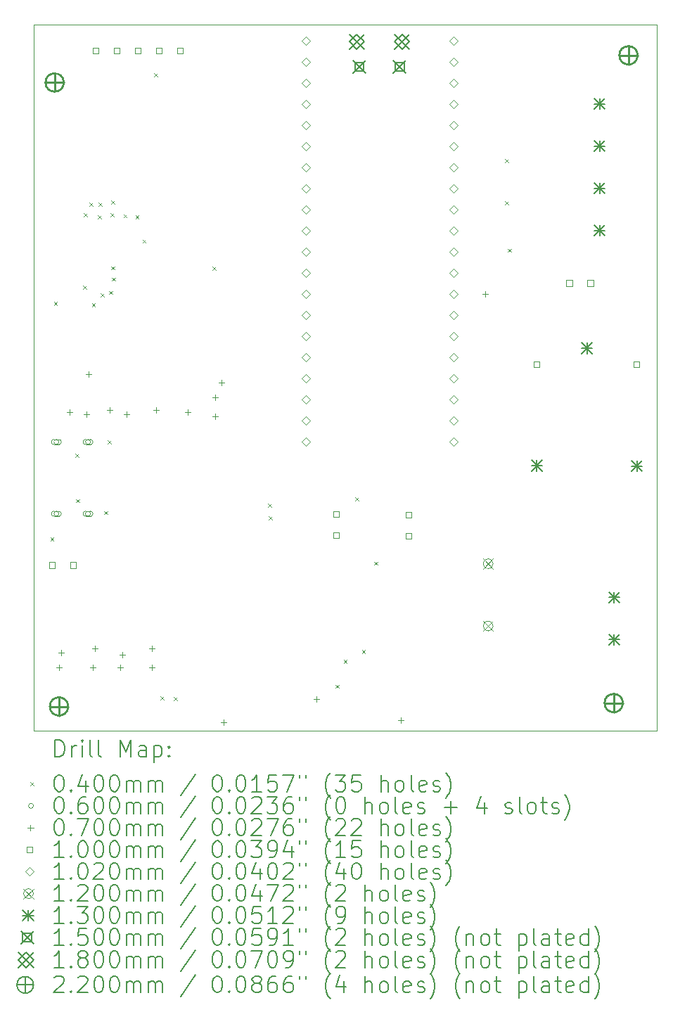
<source format=gbr>
%TF.GenerationSoftware,KiCad,Pcbnew,7.0.10*%
%TF.CreationDate,2024-02-03T01:07:07+01:00*%
%TF.ProjectId,Powerlabstech_Stool,506f7765-726c-4616-9273-746563685f53,rev?*%
%TF.SameCoordinates,Original*%
%TF.FileFunction,Drillmap*%
%TF.FilePolarity,Positive*%
%FSLAX45Y45*%
G04 Gerber Fmt 4.5, Leading zero omitted, Abs format (unit mm)*
G04 Created by KiCad (PCBNEW 7.0.10) date 2024-02-03 01:07:07*
%MOMM*%
%LPD*%
G01*
G04 APERTURE LIST*
%ADD10C,0.100000*%
%ADD11C,0.200000*%
%ADD12C,0.102000*%
%ADD13C,0.120000*%
%ADD14C,0.130000*%
%ADD15C,0.150000*%
%ADD16C,0.180000*%
%ADD17C,0.220000*%
G04 APERTURE END LIST*
D10*
X7650000Y-5850000D02*
X15150000Y-5850000D01*
X15150000Y-14350000D01*
X7650000Y-14350000D01*
X7650000Y-5850000D01*
D11*
D10*
X7847500Y-12028000D02*
X7887500Y-12068000D01*
X7887500Y-12028000D02*
X7847500Y-12068000D01*
X7890000Y-9189000D02*
X7930000Y-9229000D01*
X7930000Y-9189000D02*
X7890000Y-9229000D01*
X8150000Y-11022000D02*
X8190000Y-11062000D01*
X8190000Y-11022000D02*
X8150000Y-11062000D01*
X8157000Y-11566000D02*
X8197000Y-11606000D01*
X8197000Y-11566000D02*
X8157000Y-11606000D01*
X8243000Y-8997000D02*
X8283000Y-9037000D01*
X8283000Y-8997000D02*
X8243000Y-9037000D01*
X8253000Y-8124000D02*
X8293000Y-8164000D01*
X8293000Y-8124000D02*
X8253000Y-8164000D01*
X8316000Y-7995000D02*
X8356000Y-8035000D01*
X8356000Y-7995000D02*
X8316000Y-8035000D01*
X8348000Y-9205000D02*
X8388000Y-9245000D01*
X8388000Y-9205000D02*
X8348000Y-9245000D01*
X8421000Y-8151000D02*
X8461000Y-8191000D01*
X8461000Y-8151000D02*
X8421000Y-8191000D01*
X8429000Y-7994000D02*
X8469000Y-8034000D01*
X8469000Y-7994000D02*
X8429000Y-8034000D01*
X8451000Y-9091000D02*
X8491000Y-9131000D01*
X8491000Y-9091000D02*
X8451000Y-9131000D01*
X8496000Y-11709000D02*
X8536000Y-11749000D01*
X8536000Y-11709000D02*
X8496000Y-11749000D01*
X8539000Y-10858000D02*
X8579000Y-10898000D01*
X8579000Y-10858000D02*
X8539000Y-10898000D01*
X8557000Y-9058000D02*
X8597000Y-9098000D01*
X8597000Y-9058000D02*
X8557000Y-9098000D01*
X8570000Y-8123000D02*
X8610000Y-8163000D01*
X8610000Y-8123000D02*
X8570000Y-8163000D01*
X8581000Y-7970000D02*
X8621000Y-8010000D01*
X8621000Y-7970000D02*
X8581000Y-8010000D01*
X8582000Y-8762000D02*
X8622000Y-8802000D01*
X8622000Y-8762000D02*
X8582000Y-8802000D01*
X8588000Y-8898000D02*
X8628000Y-8938000D01*
X8628000Y-8898000D02*
X8588000Y-8938000D01*
X8728000Y-8136000D02*
X8768000Y-8176000D01*
X8768000Y-8136000D02*
X8728000Y-8176000D01*
X8872000Y-8151000D02*
X8912000Y-8191000D01*
X8912000Y-8151000D02*
X8872000Y-8191000D01*
X8958000Y-8440000D02*
X8998000Y-8480000D01*
X8998000Y-8440000D02*
X8958000Y-8480000D01*
X9095000Y-6436000D02*
X9135000Y-6476000D01*
X9135000Y-6436000D02*
X9095000Y-6476000D01*
X9175000Y-13943000D02*
X9215000Y-13983000D01*
X9215000Y-13943000D02*
X9175000Y-13983000D01*
X9335000Y-13948000D02*
X9375000Y-13988000D01*
X9375000Y-13948000D02*
X9335000Y-13988000D01*
X9799000Y-8765000D02*
X9839000Y-8805000D01*
X9839000Y-8765000D02*
X9799000Y-8805000D01*
X10468000Y-11619000D02*
X10508000Y-11659000D01*
X10508000Y-11619000D02*
X10468000Y-11659000D01*
X10479000Y-11774000D02*
X10519000Y-11814000D01*
X10519000Y-11774000D02*
X10479000Y-11814000D01*
X11280000Y-13800000D02*
X11320000Y-13840000D01*
X11320000Y-13800000D02*
X11280000Y-13840000D01*
X11380000Y-13500000D02*
X11420000Y-13540000D01*
X11420000Y-13500000D02*
X11380000Y-13540000D01*
X11519000Y-11545000D02*
X11559000Y-11585000D01*
X11559000Y-11545000D02*
X11519000Y-11585000D01*
X11600000Y-13380000D02*
X11640000Y-13420000D01*
X11640000Y-13380000D02*
X11600000Y-13420000D01*
X11747000Y-12319000D02*
X11787000Y-12359000D01*
X11787000Y-12319000D02*
X11747000Y-12359000D01*
X13321000Y-7977000D02*
X13361000Y-8017000D01*
X13361000Y-7977000D02*
X13321000Y-8017000D01*
X13324000Y-7469000D02*
X13364000Y-7509000D01*
X13364000Y-7469000D02*
X13324000Y-7509000D01*
X13356000Y-8550000D02*
X13396000Y-8590000D01*
X13396000Y-8550000D02*
X13356000Y-8590000D01*
X7951000Y-10877000D02*
G75*
G03*
X7891000Y-10877000I-30000J0D01*
G01*
X7891000Y-10877000D02*
G75*
G03*
X7951000Y-10877000I30000J0D01*
G01*
X7951000Y-10847000D02*
X7891000Y-10847000D01*
X7891000Y-10847000D02*
G75*
G03*
X7891000Y-10907000I0J-30000D01*
G01*
X7891000Y-10907000D02*
X7951000Y-10907000D01*
X7951000Y-10907000D02*
G75*
G03*
X7951000Y-10847000I0J30000D01*
G01*
X7951000Y-11741000D02*
G75*
G03*
X7891000Y-11741000I-30000J0D01*
G01*
X7891000Y-11741000D02*
G75*
G03*
X7951000Y-11741000I30000J0D01*
G01*
X7951000Y-11711000D02*
X7891000Y-11711000D01*
X7891000Y-11711000D02*
G75*
G03*
X7891000Y-11771000I0J-30000D01*
G01*
X7891000Y-11771000D02*
X7951000Y-11771000D01*
X7951000Y-11771000D02*
G75*
G03*
X7951000Y-11711000I0J30000D01*
G01*
X8331000Y-10877000D02*
G75*
G03*
X8271000Y-10877000I-30000J0D01*
G01*
X8271000Y-10877000D02*
G75*
G03*
X8331000Y-10877000I30000J0D01*
G01*
X8331000Y-10847000D02*
X8271000Y-10847000D01*
X8271000Y-10847000D02*
G75*
G03*
X8271000Y-10907000I0J-30000D01*
G01*
X8271000Y-10907000D02*
X8331000Y-10907000D01*
X8331000Y-10907000D02*
G75*
G03*
X8331000Y-10847000I0J30000D01*
G01*
X8331000Y-11741000D02*
G75*
G03*
X8271000Y-11741000I-30000J0D01*
G01*
X8271000Y-11741000D02*
G75*
G03*
X8331000Y-11741000I30000J0D01*
G01*
X8331000Y-11711000D02*
X8271000Y-11711000D01*
X8271000Y-11711000D02*
G75*
G03*
X8271000Y-11771000I0J-30000D01*
G01*
X8271000Y-11771000D02*
X8331000Y-11771000D01*
X8331000Y-11771000D02*
G75*
G03*
X8331000Y-11711000I0J30000D01*
G01*
X7950200Y-13554000D02*
X7950200Y-13624000D01*
X7915200Y-13589000D02*
X7985200Y-13589000D01*
X7975600Y-13376200D02*
X7975600Y-13446200D01*
X7940600Y-13411200D02*
X8010600Y-13411200D01*
X8077200Y-10480600D02*
X8077200Y-10550600D01*
X8042200Y-10515600D02*
X8112200Y-10515600D01*
X8280400Y-10506000D02*
X8280400Y-10576000D01*
X8245400Y-10541000D02*
X8315400Y-10541000D01*
X8305800Y-10023400D02*
X8305800Y-10093400D01*
X8270800Y-10058400D02*
X8340800Y-10058400D01*
X8356600Y-13554000D02*
X8356600Y-13624000D01*
X8321600Y-13589000D02*
X8391600Y-13589000D01*
X8382000Y-13325400D02*
X8382000Y-13395400D01*
X8347000Y-13360400D02*
X8417000Y-13360400D01*
X8559800Y-10455200D02*
X8559800Y-10525200D01*
X8524800Y-10490200D02*
X8594800Y-10490200D01*
X8686800Y-13554000D02*
X8686800Y-13624000D01*
X8651800Y-13589000D02*
X8721800Y-13589000D01*
X8712200Y-13401600D02*
X8712200Y-13471600D01*
X8677200Y-13436600D02*
X8747200Y-13436600D01*
X8763000Y-10506000D02*
X8763000Y-10576000D01*
X8728000Y-10541000D02*
X8798000Y-10541000D01*
X9067800Y-13325400D02*
X9067800Y-13395400D01*
X9032800Y-13360400D02*
X9102800Y-13360400D01*
X9067800Y-13554000D02*
X9067800Y-13624000D01*
X9032800Y-13589000D02*
X9102800Y-13589000D01*
X9118600Y-10455200D02*
X9118600Y-10525200D01*
X9083600Y-10490200D02*
X9153600Y-10490200D01*
X9499600Y-10480600D02*
X9499600Y-10550600D01*
X9464600Y-10515600D02*
X9534600Y-10515600D01*
X9829800Y-10302800D02*
X9829800Y-10372800D01*
X9794800Y-10337800D02*
X9864800Y-10337800D01*
X9829800Y-10531400D02*
X9829800Y-10601400D01*
X9794800Y-10566400D02*
X9864800Y-10566400D01*
X9906000Y-10125000D02*
X9906000Y-10195000D01*
X9871000Y-10160000D02*
X9941000Y-10160000D01*
X9931400Y-14214400D02*
X9931400Y-14284400D01*
X9896400Y-14249400D02*
X9966400Y-14249400D01*
X11049000Y-13935000D02*
X11049000Y-14005000D01*
X11014000Y-13970000D02*
X11084000Y-13970000D01*
X12065000Y-14189000D02*
X12065000Y-14259000D01*
X12030000Y-14224000D02*
X12100000Y-14224000D01*
X13081000Y-9058200D02*
X13081000Y-9128200D01*
X13046000Y-9093200D02*
X13116000Y-9093200D01*
X7902856Y-12396356D02*
X7902856Y-12325644D01*
X7832144Y-12325644D01*
X7832144Y-12396356D01*
X7902856Y-12396356D01*
X8156856Y-12396356D02*
X8156856Y-12325644D01*
X8086144Y-12325644D01*
X8086144Y-12396356D01*
X8156856Y-12396356D01*
X8429856Y-6203356D02*
X8429856Y-6132644D01*
X8359144Y-6132644D01*
X8359144Y-6203356D01*
X8429856Y-6203356D01*
X8683856Y-6203356D02*
X8683856Y-6132644D01*
X8613144Y-6132644D01*
X8613144Y-6203356D01*
X8683856Y-6203356D01*
X8937856Y-6203356D02*
X8937856Y-6132644D01*
X8867144Y-6132644D01*
X8867144Y-6203356D01*
X8937856Y-6203356D01*
X9191856Y-6203356D02*
X9191856Y-6132644D01*
X9121144Y-6132644D01*
X9121144Y-6203356D01*
X9191856Y-6203356D01*
X9445856Y-6203356D02*
X9445856Y-6132644D01*
X9375144Y-6132644D01*
X9375144Y-6203356D01*
X9445856Y-6203356D01*
X11322356Y-11779856D02*
X11322356Y-11709144D01*
X11251644Y-11709144D01*
X11251644Y-11779856D01*
X11322356Y-11779856D01*
X11322356Y-12033856D02*
X11322356Y-11963144D01*
X11251644Y-11963144D01*
X11251644Y-12033856D01*
X11322356Y-12033856D01*
X12195356Y-11791856D02*
X12195356Y-11721144D01*
X12124644Y-11721144D01*
X12124644Y-11791856D01*
X12195356Y-11791856D01*
X12195356Y-12045856D02*
X12195356Y-11975144D01*
X12124644Y-11975144D01*
X12124644Y-12045856D01*
X12195356Y-12045856D01*
X13739156Y-9977556D02*
X13739156Y-9906844D01*
X13668444Y-9906844D01*
X13668444Y-9977556D01*
X13739156Y-9977556D01*
X14132356Y-9001556D02*
X14132356Y-8930844D01*
X14061644Y-8930844D01*
X14061644Y-9001556D01*
X14132356Y-9001556D01*
X14386356Y-9001556D02*
X14386356Y-8930844D01*
X14315644Y-8930844D01*
X14315644Y-9001556D01*
X14386356Y-9001556D01*
X14939156Y-9977556D02*
X14939156Y-9906844D01*
X14868444Y-9906844D01*
X14868444Y-9977556D01*
X14939156Y-9977556D01*
D12*
X10922000Y-6096200D02*
X10973000Y-6045200D01*
X10922000Y-5994200D01*
X10871000Y-6045200D01*
X10922000Y-6096200D01*
X10922000Y-6350200D02*
X10973000Y-6299200D01*
X10922000Y-6248200D01*
X10871000Y-6299200D01*
X10922000Y-6350200D01*
X10922000Y-6604200D02*
X10973000Y-6553200D01*
X10922000Y-6502200D01*
X10871000Y-6553200D01*
X10922000Y-6604200D01*
X10922000Y-6858200D02*
X10973000Y-6807200D01*
X10922000Y-6756200D01*
X10871000Y-6807200D01*
X10922000Y-6858200D01*
X10922000Y-7112200D02*
X10973000Y-7061200D01*
X10922000Y-7010200D01*
X10871000Y-7061200D01*
X10922000Y-7112200D01*
X10922000Y-7366200D02*
X10973000Y-7315200D01*
X10922000Y-7264200D01*
X10871000Y-7315200D01*
X10922000Y-7366200D01*
X10922000Y-7620200D02*
X10973000Y-7569200D01*
X10922000Y-7518200D01*
X10871000Y-7569200D01*
X10922000Y-7620200D01*
X10922000Y-7874200D02*
X10973000Y-7823200D01*
X10922000Y-7772200D01*
X10871000Y-7823200D01*
X10922000Y-7874200D01*
X10922000Y-8128200D02*
X10973000Y-8077200D01*
X10922000Y-8026200D01*
X10871000Y-8077200D01*
X10922000Y-8128200D01*
X10922000Y-8382200D02*
X10973000Y-8331200D01*
X10922000Y-8280200D01*
X10871000Y-8331200D01*
X10922000Y-8382200D01*
X10922000Y-8636200D02*
X10973000Y-8585200D01*
X10922000Y-8534200D01*
X10871000Y-8585200D01*
X10922000Y-8636200D01*
X10922000Y-8890200D02*
X10973000Y-8839200D01*
X10922000Y-8788200D01*
X10871000Y-8839200D01*
X10922000Y-8890200D01*
X10922000Y-9144200D02*
X10973000Y-9093200D01*
X10922000Y-9042200D01*
X10871000Y-9093200D01*
X10922000Y-9144200D01*
X10922000Y-9398200D02*
X10973000Y-9347200D01*
X10922000Y-9296200D01*
X10871000Y-9347200D01*
X10922000Y-9398200D01*
X10922000Y-9652200D02*
X10973000Y-9601200D01*
X10922000Y-9550200D01*
X10871000Y-9601200D01*
X10922000Y-9652200D01*
X10922000Y-9906200D02*
X10973000Y-9855200D01*
X10922000Y-9804200D01*
X10871000Y-9855200D01*
X10922000Y-9906200D01*
X10922000Y-10160200D02*
X10973000Y-10109200D01*
X10922000Y-10058200D01*
X10871000Y-10109200D01*
X10922000Y-10160200D01*
X10922000Y-10414200D02*
X10973000Y-10363200D01*
X10922000Y-10312200D01*
X10871000Y-10363200D01*
X10922000Y-10414200D01*
X10922000Y-10668200D02*
X10973000Y-10617200D01*
X10922000Y-10566200D01*
X10871000Y-10617200D01*
X10922000Y-10668200D01*
X10922000Y-10922200D02*
X10973000Y-10871200D01*
X10922000Y-10820200D01*
X10871000Y-10871200D01*
X10922000Y-10922200D01*
X12700000Y-6096200D02*
X12751000Y-6045200D01*
X12700000Y-5994200D01*
X12649000Y-6045200D01*
X12700000Y-6096200D01*
X12700000Y-6350200D02*
X12751000Y-6299200D01*
X12700000Y-6248200D01*
X12649000Y-6299200D01*
X12700000Y-6350200D01*
X12700000Y-6604200D02*
X12751000Y-6553200D01*
X12700000Y-6502200D01*
X12649000Y-6553200D01*
X12700000Y-6604200D01*
X12700000Y-6858200D02*
X12751000Y-6807200D01*
X12700000Y-6756200D01*
X12649000Y-6807200D01*
X12700000Y-6858200D01*
X12700000Y-7112200D02*
X12751000Y-7061200D01*
X12700000Y-7010200D01*
X12649000Y-7061200D01*
X12700000Y-7112200D01*
X12700000Y-7366200D02*
X12751000Y-7315200D01*
X12700000Y-7264200D01*
X12649000Y-7315200D01*
X12700000Y-7366200D01*
X12700000Y-7620200D02*
X12751000Y-7569200D01*
X12700000Y-7518200D01*
X12649000Y-7569200D01*
X12700000Y-7620200D01*
X12700000Y-7874200D02*
X12751000Y-7823200D01*
X12700000Y-7772200D01*
X12649000Y-7823200D01*
X12700000Y-7874200D01*
X12700000Y-8128200D02*
X12751000Y-8077200D01*
X12700000Y-8026200D01*
X12649000Y-8077200D01*
X12700000Y-8128200D01*
X12700000Y-8382200D02*
X12751000Y-8331200D01*
X12700000Y-8280200D01*
X12649000Y-8331200D01*
X12700000Y-8382200D01*
X12700000Y-8636200D02*
X12751000Y-8585200D01*
X12700000Y-8534200D01*
X12649000Y-8585200D01*
X12700000Y-8636200D01*
X12700000Y-8890200D02*
X12751000Y-8839200D01*
X12700000Y-8788200D01*
X12649000Y-8839200D01*
X12700000Y-8890200D01*
X12700000Y-9144200D02*
X12751000Y-9093200D01*
X12700000Y-9042200D01*
X12649000Y-9093200D01*
X12700000Y-9144200D01*
X12700000Y-9398200D02*
X12751000Y-9347200D01*
X12700000Y-9296200D01*
X12649000Y-9347200D01*
X12700000Y-9398200D01*
X12700000Y-9652200D02*
X12751000Y-9601200D01*
X12700000Y-9550200D01*
X12649000Y-9601200D01*
X12700000Y-9652200D01*
X12700000Y-9906200D02*
X12751000Y-9855200D01*
X12700000Y-9804200D01*
X12649000Y-9855200D01*
X12700000Y-9906200D01*
X12700000Y-10160200D02*
X12751000Y-10109200D01*
X12700000Y-10058200D01*
X12649000Y-10109200D01*
X12700000Y-10160200D01*
X12700000Y-10414200D02*
X12751000Y-10363200D01*
X12700000Y-10312200D01*
X12649000Y-10363200D01*
X12700000Y-10414200D01*
X12700000Y-10668200D02*
X12751000Y-10617200D01*
X12700000Y-10566200D01*
X12649000Y-10617200D01*
X12700000Y-10668200D01*
X12700000Y-10922200D02*
X12751000Y-10871200D01*
X12700000Y-10820200D01*
X12649000Y-10871200D01*
X12700000Y-10922200D01*
D13*
X13059000Y-12283000D02*
X13179000Y-12403000D01*
X13179000Y-12283000D02*
X13059000Y-12403000D01*
X13179000Y-12343000D02*
G75*
G03*
X13059000Y-12343000I-60000J0D01*
G01*
X13059000Y-12343000D02*
G75*
G03*
X13179000Y-12343000I60000J0D01*
G01*
X13059000Y-13033000D02*
X13179000Y-13153000D01*
X13179000Y-13033000D02*
X13059000Y-13153000D01*
X13179000Y-13093000D02*
G75*
G03*
X13059000Y-13093000I-60000J0D01*
G01*
X13059000Y-13093000D02*
G75*
G03*
X13179000Y-13093000I60000J0D01*
G01*
D14*
X13638800Y-11097200D02*
X13768800Y-11227200D01*
X13768800Y-11097200D02*
X13638800Y-11227200D01*
X13703800Y-11097200D02*
X13703800Y-11227200D01*
X13638800Y-11162200D02*
X13768800Y-11162200D01*
X14243800Y-9682200D02*
X14373800Y-9812200D01*
X14373800Y-9682200D02*
X14243800Y-9812200D01*
X14308800Y-9682200D02*
X14308800Y-9812200D01*
X14243800Y-9747200D02*
X14373800Y-9747200D01*
X14397000Y-6743000D02*
X14527000Y-6873000D01*
X14527000Y-6743000D02*
X14397000Y-6873000D01*
X14462000Y-6743000D02*
X14462000Y-6873000D01*
X14397000Y-6808000D02*
X14527000Y-6808000D01*
X14397000Y-7251000D02*
X14527000Y-7381000D01*
X14527000Y-7251000D02*
X14397000Y-7381000D01*
X14462000Y-7251000D02*
X14462000Y-7381000D01*
X14397000Y-7316000D02*
X14527000Y-7316000D01*
X14397000Y-7759000D02*
X14527000Y-7889000D01*
X14527000Y-7759000D02*
X14397000Y-7889000D01*
X14462000Y-7759000D02*
X14462000Y-7889000D01*
X14397000Y-7824000D02*
X14527000Y-7824000D01*
X14397000Y-8267000D02*
X14527000Y-8397000D01*
X14527000Y-8267000D02*
X14397000Y-8397000D01*
X14462000Y-8267000D02*
X14462000Y-8397000D01*
X14397000Y-8332000D02*
X14527000Y-8332000D01*
X14572500Y-12683500D02*
X14702500Y-12813500D01*
X14702500Y-12683500D02*
X14572500Y-12813500D01*
X14637500Y-12683500D02*
X14637500Y-12813500D01*
X14572500Y-12748500D02*
X14702500Y-12748500D01*
X14572500Y-13191500D02*
X14702500Y-13321500D01*
X14702500Y-13191500D02*
X14572500Y-13321500D01*
X14637500Y-13191500D02*
X14637500Y-13321500D01*
X14572500Y-13256500D02*
X14702500Y-13256500D01*
X14843800Y-11102200D02*
X14973800Y-11232200D01*
X14973800Y-11102200D02*
X14843800Y-11232200D01*
X14908800Y-11102200D02*
X14908800Y-11232200D01*
X14843800Y-11167200D02*
X14973800Y-11167200D01*
D15*
X11493500Y-6286200D02*
X11643500Y-6436200D01*
X11643500Y-6286200D02*
X11493500Y-6436200D01*
X11621533Y-6414233D02*
X11621533Y-6308166D01*
X11515466Y-6308166D01*
X11515466Y-6414233D01*
X11621533Y-6414233D01*
X11978500Y-6286200D02*
X12128500Y-6436200D01*
X12128500Y-6286200D02*
X11978500Y-6436200D01*
X12106533Y-6414233D02*
X12106533Y-6308166D01*
X12000466Y-6308166D01*
X12000466Y-6414233D01*
X12106533Y-6414233D01*
D16*
X11448500Y-5968200D02*
X11628500Y-6148200D01*
X11628500Y-5968200D02*
X11448500Y-6148200D01*
X11538500Y-6148200D02*
X11628500Y-6058200D01*
X11538500Y-5968200D01*
X11448500Y-6058200D01*
X11538500Y-6148200D01*
X11993500Y-5968200D02*
X12173500Y-6148200D01*
X12173500Y-5968200D02*
X11993500Y-6148200D01*
X12083500Y-6148200D02*
X12173500Y-6058200D01*
X12083500Y-5968200D01*
X11993500Y-6058200D01*
X12083500Y-6148200D01*
D17*
X7900000Y-6440000D02*
X7900000Y-6660000D01*
X7790000Y-6550000D02*
X8010000Y-6550000D01*
X8010000Y-6550000D02*
G75*
G03*
X7790000Y-6550000I-110000J0D01*
G01*
X7790000Y-6550000D02*
G75*
G03*
X8010000Y-6550000I110000J0D01*
G01*
X7952000Y-13952000D02*
X7952000Y-14172000D01*
X7842000Y-14062000D02*
X8062000Y-14062000D01*
X8062000Y-14062000D02*
G75*
G03*
X7842000Y-14062000I-110000J0D01*
G01*
X7842000Y-14062000D02*
G75*
G03*
X8062000Y-14062000I110000J0D01*
G01*
X14630400Y-13910800D02*
X14630400Y-14130800D01*
X14520400Y-14020800D02*
X14740400Y-14020800D01*
X14740400Y-14020800D02*
G75*
G03*
X14520400Y-14020800I-110000J0D01*
G01*
X14520400Y-14020800D02*
G75*
G03*
X14740400Y-14020800I110000J0D01*
G01*
X14808200Y-6113000D02*
X14808200Y-6333000D01*
X14698200Y-6223000D02*
X14918200Y-6223000D01*
X14918200Y-6223000D02*
G75*
G03*
X14698200Y-6223000I-110000J0D01*
G01*
X14698200Y-6223000D02*
G75*
G03*
X14918200Y-6223000I110000J0D01*
G01*
D11*
X7905777Y-14666484D02*
X7905777Y-14466484D01*
X7905777Y-14466484D02*
X7953396Y-14466484D01*
X7953396Y-14466484D02*
X7981967Y-14476008D01*
X7981967Y-14476008D02*
X8001015Y-14495055D01*
X8001015Y-14495055D02*
X8010539Y-14514103D01*
X8010539Y-14514103D02*
X8020062Y-14552198D01*
X8020062Y-14552198D02*
X8020062Y-14580769D01*
X8020062Y-14580769D02*
X8010539Y-14618865D01*
X8010539Y-14618865D02*
X8001015Y-14637912D01*
X8001015Y-14637912D02*
X7981967Y-14656960D01*
X7981967Y-14656960D02*
X7953396Y-14666484D01*
X7953396Y-14666484D02*
X7905777Y-14666484D01*
X8105777Y-14666484D02*
X8105777Y-14533150D01*
X8105777Y-14571246D02*
X8115301Y-14552198D01*
X8115301Y-14552198D02*
X8124824Y-14542674D01*
X8124824Y-14542674D02*
X8143872Y-14533150D01*
X8143872Y-14533150D02*
X8162920Y-14533150D01*
X8229586Y-14666484D02*
X8229586Y-14533150D01*
X8229586Y-14466484D02*
X8220062Y-14476008D01*
X8220062Y-14476008D02*
X8229586Y-14485531D01*
X8229586Y-14485531D02*
X8239110Y-14476008D01*
X8239110Y-14476008D02*
X8229586Y-14466484D01*
X8229586Y-14466484D02*
X8229586Y-14485531D01*
X8353396Y-14666484D02*
X8334348Y-14656960D01*
X8334348Y-14656960D02*
X8324824Y-14637912D01*
X8324824Y-14637912D02*
X8324824Y-14466484D01*
X8458158Y-14666484D02*
X8439110Y-14656960D01*
X8439110Y-14656960D02*
X8429586Y-14637912D01*
X8429586Y-14637912D02*
X8429586Y-14466484D01*
X8686729Y-14666484D02*
X8686729Y-14466484D01*
X8686729Y-14466484D02*
X8753396Y-14609341D01*
X8753396Y-14609341D02*
X8820063Y-14466484D01*
X8820063Y-14466484D02*
X8820063Y-14666484D01*
X9001015Y-14666484D02*
X9001015Y-14561722D01*
X9001015Y-14561722D02*
X8991491Y-14542674D01*
X8991491Y-14542674D02*
X8972444Y-14533150D01*
X8972444Y-14533150D02*
X8934348Y-14533150D01*
X8934348Y-14533150D02*
X8915301Y-14542674D01*
X9001015Y-14656960D02*
X8981967Y-14666484D01*
X8981967Y-14666484D02*
X8934348Y-14666484D01*
X8934348Y-14666484D02*
X8915301Y-14656960D01*
X8915301Y-14656960D02*
X8905777Y-14637912D01*
X8905777Y-14637912D02*
X8905777Y-14618865D01*
X8905777Y-14618865D02*
X8915301Y-14599817D01*
X8915301Y-14599817D02*
X8934348Y-14590293D01*
X8934348Y-14590293D02*
X8981967Y-14590293D01*
X8981967Y-14590293D02*
X9001015Y-14580769D01*
X9096253Y-14533150D02*
X9096253Y-14733150D01*
X9096253Y-14542674D02*
X9115301Y-14533150D01*
X9115301Y-14533150D02*
X9153396Y-14533150D01*
X9153396Y-14533150D02*
X9172444Y-14542674D01*
X9172444Y-14542674D02*
X9181967Y-14552198D01*
X9181967Y-14552198D02*
X9191491Y-14571246D01*
X9191491Y-14571246D02*
X9191491Y-14628388D01*
X9191491Y-14628388D02*
X9181967Y-14647436D01*
X9181967Y-14647436D02*
X9172444Y-14656960D01*
X9172444Y-14656960D02*
X9153396Y-14666484D01*
X9153396Y-14666484D02*
X9115301Y-14666484D01*
X9115301Y-14666484D02*
X9096253Y-14656960D01*
X9277205Y-14647436D02*
X9286729Y-14656960D01*
X9286729Y-14656960D02*
X9277205Y-14666484D01*
X9277205Y-14666484D02*
X9267682Y-14656960D01*
X9267682Y-14656960D02*
X9277205Y-14647436D01*
X9277205Y-14647436D02*
X9277205Y-14666484D01*
X9277205Y-14542674D02*
X9286729Y-14552198D01*
X9286729Y-14552198D02*
X9277205Y-14561722D01*
X9277205Y-14561722D02*
X9267682Y-14552198D01*
X9267682Y-14552198D02*
X9277205Y-14542674D01*
X9277205Y-14542674D02*
X9277205Y-14561722D01*
D10*
X7605000Y-14975000D02*
X7645000Y-15015000D01*
X7645000Y-14975000D02*
X7605000Y-15015000D01*
D11*
X7943872Y-14886484D02*
X7962920Y-14886484D01*
X7962920Y-14886484D02*
X7981967Y-14896008D01*
X7981967Y-14896008D02*
X7991491Y-14905531D01*
X7991491Y-14905531D02*
X8001015Y-14924579D01*
X8001015Y-14924579D02*
X8010539Y-14962674D01*
X8010539Y-14962674D02*
X8010539Y-15010293D01*
X8010539Y-15010293D02*
X8001015Y-15048388D01*
X8001015Y-15048388D02*
X7991491Y-15067436D01*
X7991491Y-15067436D02*
X7981967Y-15076960D01*
X7981967Y-15076960D02*
X7962920Y-15086484D01*
X7962920Y-15086484D02*
X7943872Y-15086484D01*
X7943872Y-15086484D02*
X7924824Y-15076960D01*
X7924824Y-15076960D02*
X7915301Y-15067436D01*
X7915301Y-15067436D02*
X7905777Y-15048388D01*
X7905777Y-15048388D02*
X7896253Y-15010293D01*
X7896253Y-15010293D02*
X7896253Y-14962674D01*
X7896253Y-14962674D02*
X7905777Y-14924579D01*
X7905777Y-14924579D02*
X7915301Y-14905531D01*
X7915301Y-14905531D02*
X7924824Y-14896008D01*
X7924824Y-14896008D02*
X7943872Y-14886484D01*
X8096253Y-15067436D02*
X8105777Y-15076960D01*
X8105777Y-15076960D02*
X8096253Y-15086484D01*
X8096253Y-15086484D02*
X8086729Y-15076960D01*
X8086729Y-15076960D02*
X8096253Y-15067436D01*
X8096253Y-15067436D02*
X8096253Y-15086484D01*
X8277205Y-14953150D02*
X8277205Y-15086484D01*
X8229586Y-14876960D02*
X8181967Y-15019817D01*
X8181967Y-15019817D02*
X8305777Y-15019817D01*
X8420063Y-14886484D02*
X8439110Y-14886484D01*
X8439110Y-14886484D02*
X8458158Y-14896008D01*
X8458158Y-14896008D02*
X8467682Y-14905531D01*
X8467682Y-14905531D02*
X8477205Y-14924579D01*
X8477205Y-14924579D02*
X8486729Y-14962674D01*
X8486729Y-14962674D02*
X8486729Y-15010293D01*
X8486729Y-15010293D02*
X8477205Y-15048388D01*
X8477205Y-15048388D02*
X8467682Y-15067436D01*
X8467682Y-15067436D02*
X8458158Y-15076960D01*
X8458158Y-15076960D02*
X8439110Y-15086484D01*
X8439110Y-15086484D02*
X8420063Y-15086484D01*
X8420063Y-15086484D02*
X8401015Y-15076960D01*
X8401015Y-15076960D02*
X8391491Y-15067436D01*
X8391491Y-15067436D02*
X8381967Y-15048388D01*
X8381967Y-15048388D02*
X8372443Y-15010293D01*
X8372443Y-15010293D02*
X8372443Y-14962674D01*
X8372443Y-14962674D02*
X8381967Y-14924579D01*
X8381967Y-14924579D02*
X8391491Y-14905531D01*
X8391491Y-14905531D02*
X8401015Y-14896008D01*
X8401015Y-14896008D02*
X8420063Y-14886484D01*
X8610539Y-14886484D02*
X8629586Y-14886484D01*
X8629586Y-14886484D02*
X8648634Y-14896008D01*
X8648634Y-14896008D02*
X8658158Y-14905531D01*
X8658158Y-14905531D02*
X8667682Y-14924579D01*
X8667682Y-14924579D02*
X8677205Y-14962674D01*
X8677205Y-14962674D02*
X8677205Y-15010293D01*
X8677205Y-15010293D02*
X8667682Y-15048388D01*
X8667682Y-15048388D02*
X8658158Y-15067436D01*
X8658158Y-15067436D02*
X8648634Y-15076960D01*
X8648634Y-15076960D02*
X8629586Y-15086484D01*
X8629586Y-15086484D02*
X8610539Y-15086484D01*
X8610539Y-15086484D02*
X8591491Y-15076960D01*
X8591491Y-15076960D02*
X8581967Y-15067436D01*
X8581967Y-15067436D02*
X8572444Y-15048388D01*
X8572444Y-15048388D02*
X8562920Y-15010293D01*
X8562920Y-15010293D02*
X8562920Y-14962674D01*
X8562920Y-14962674D02*
X8572444Y-14924579D01*
X8572444Y-14924579D02*
X8581967Y-14905531D01*
X8581967Y-14905531D02*
X8591491Y-14896008D01*
X8591491Y-14896008D02*
X8610539Y-14886484D01*
X8762920Y-15086484D02*
X8762920Y-14953150D01*
X8762920Y-14972198D02*
X8772444Y-14962674D01*
X8772444Y-14962674D02*
X8791491Y-14953150D01*
X8791491Y-14953150D02*
X8820063Y-14953150D01*
X8820063Y-14953150D02*
X8839110Y-14962674D01*
X8839110Y-14962674D02*
X8848634Y-14981722D01*
X8848634Y-14981722D02*
X8848634Y-15086484D01*
X8848634Y-14981722D02*
X8858158Y-14962674D01*
X8858158Y-14962674D02*
X8877205Y-14953150D01*
X8877205Y-14953150D02*
X8905777Y-14953150D01*
X8905777Y-14953150D02*
X8924825Y-14962674D01*
X8924825Y-14962674D02*
X8934348Y-14981722D01*
X8934348Y-14981722D02*
X8934348Y-15086484D01*
X9029586Y-15086484D02*
X9029586Y-14953150D01*
X9029586Y-14972198D02*
X9039110Y-14962674D01*
X9039110Y-14962674D02*
X9058158Y-14953150D01*
X9058158Y-14953150D02*
X9086729Y-14953150D01*
X9086729Y-14953150D02*
X9105777Y-14962674D01*
X9105777Y-14962674D02*
X9115301Y-14981722D01*
X9115301Y-14981722D02*
X9115301Y-15086484D01*
X9115301Y-14981722D02*
X9124825Y-14962674D01*
X9124825Y-14962674D02*
X9143872Y-14953150D01*
X9143872Y-14953150D02*
X9172444Y-14953150D01*
X9172444Y-14953150D02*
X9191491Y-14962674D01*
X9191491Y-14962674D02*
X9201015Y-14981722D01*
X9201015Y-14981722D02*
X9201015Y-15086484D01*
X9591491Y-14876960D02*
X9420063Y-15134103D01*
X9848634Y-14886484D02*
X9867682Y-14886484D01*
X9867682Y-14886484D02*
X9886729Y-14896008D01*
X9886729Y-14896008D02*
X9896253Y-14905531D01*
X9896253Y-14905531D02*
X9905777Y-14924579D01*
X9905777Y-14924579D02*
X9915301Y-14962674D01*
X9915301Y-14962674D02*
X9915301Y-15010293D01*
X9915301Y-15010293D02*
X9905777Y-15048388D01*
X9905777Y-15048388D02*
X9896253Y-15067436D01*
X9896253Y-15067436D02*
X9886729Y-15076960D01*
X9886729Y-15076960D02*
X9867682Y-15086484D01*
X9867682Y-15086484D02*
X9848634Y-15086484D01*
X9848634Y-15086484D02*
X9829587Y-15076960D01*
X9829587Y-15076960D02*
X9820063Y-15067436D01*
X9820063Y-15067436D02*
X9810539Y-15048388D01*
X9810539Y-15048388D02*
X9801015Y-15010293D01*
X9801015Y-15010293D02*
X9801015Y-14962674D01*
X9801015Y-14962674D02*
X9810539Y-14924579D01*
X9810539Y-14924579D02*
X9820063Y-14905531D01*
X9820063Y-14905531D02*
X9829587Y-14896008D01*
X9829587Y-14896008D02*
X9848634Y-14886484D01*
X10001015Y-15067436D02*
X10010539Y-15076960D01*
X10010539Y-15076960D02*
X10001015Y-15086484D01*
X10001015Y-15086484D02*
X9991491Y-15076960D01*
X9991491Y-15076960D02*
X10001015Y-15067436D01*
X10001015Y-15067436D02*
X10001015Y-15086484D01*
X10134348Y-14886484D02*
X10153396Y-14886484D01*
X10153396Y-14886484D02*
X10172444Y-14896008D01*
X10172444Y-14896008D02*
X10181968Y-14905531D01*
X10181968Y-14905531D02*
X10191491Y-14924579D01*
X10191491Y-14924579D02*
X10201015Y-14962674D01*
X10201015Y-14962674D02*
X10201015Y-15010293D01*
X10201015Y-15010293D02*
X10191491Y-15048388D01*
X10191491Y-15048388D02*
X10181968Y-15067436D01*
X10181968Y-15067436D02*
X10172444Y-15076960D01*
X10172444Y-15076960D02*
X10153396Y-15086484D01*
X10153396Y-15086484D02*
X10134348Y-15086484D01*
X10134348Y-15086484D02*
X10115301Y-15076960D01*
X10115301Y-15076960D02*
X10105777Y-15067436D01*
X10105777Y-15067436D02*
X10096253Y-15048388D01*
X10096253Y-15048388D02*
X10086729Y-15010293D01*
X10086729Y-15010293D02*
X10086729Y-14962674D01*
X10086729Y-14962674D02*
X10096253Y-14924579D01*
X10096253Y-14924579D02*
X10105777Y-14905531D01*
X10105777Y-14905531D02*
X10115301Y-14896008D01*
X10115301Y-14896008D02*
X10134348Y-14886484D01*
X10391491Y-15086484D02*
X10277206Y-15086484D01*
X10334348Y-15086484D02*
X10334348Y-14886484D01*
X10334348Y-14886484D02*
X10315301Y-14915055D01*
X10315301Y-14915055D02*
X10296253Y-14934103D01*
X10296253Y-14934103D02*
X10277206Y-14943627D01*
X10572444Y-14886484D02*
X10477206Y-14886484D01*
X10477206Y-14886484D02*
X10467682Y-14981722D01*
X10467682Y-14981722D02*
X10477206Y-14972198D01*
X10477206Y-14972198D02*
X10496253Y-14962674D01*
X10496253Y-14962674D02*
X10543872Y-14962674D01*
X10543872Y-14962674D02*
X10562920Y-14972198D01*
X10562920Y-14972198D02*
X10572444Y-14981722D01*
X10572444Y-14981722D02*
X10581968Y-15000769D01*
X10581968Y-15000769D02*
X10581968Y-15048388D01*
X10581968Y-15048388D02*
X10572444Y-15067436D01*
X10572444Y-15067436D02*
X10562920Y-15076960D01*
X10562920Y-15076960D02*
X10543872Y-15086484D01*
X10543872Y-15086484D02*
X10496253Y-15086484D01*
X10496253Y-15086484D02*
X10477206Y-15076960D01*
X10477206Y-15076960D02*
X10467682Y-15067436D01*
X10648634Y-14886484D02*
X10781968Y-14886484D01*
X10781968Y-14886484D02*
X10696253Y-15086484D01*
X10848634Y-14886484D02*
X10848634Y-14924579D01*
X10924825Y-14886484D02*
X10924825Y-14924579D01*
X11220063Y-15162674D02*
X11210539Y-15153150D01*
X11210539Y-15153150D02*
X11191491Y-15124579D01*
X11191491Y-15124579D02*
X11181968Y-15105531D01*
X11181968Y-15105531D02*
X11172444Y-15076960D01*
X11172444Y-15076960D02*
X11162920Y-15029341D01*
X11162920Y-15029341D02*
X11162920Y-14991246D01*
X11162920Y-14991246D02*
X11172444Y-14943627D01*
X11172444Y-14943627D02*
X11181968Y-14915055D01*
X11181968Y-14915055D02*
X11191491Y-14896008D01*
X11191491Y-14896008D02*
X11210539Y-14867436D01*
X11210539Y-14867436D02*
X11220063Y-14857912D01*
X11277206Y-14886484D02*
X11401015Y-14886484D01*
X11401015Y-14886484D02*
X11334348Y-14962674D01*
X11334348Y-14962674D02*
X11362920Y-14962674D01*
X11362920Y-14962674D02*
X11381968Y-14972198D01*
X11381968Y-14972198D02*
X11391491Y-14981722D01*
X11391491Y-14981722D02*
X11401015Y-15000769D01*
X11401015Y-15000769D02*
X11401015Y-15048388D01*
X11401015Y-15048388D02*
X11391491Y-15067436D01*
X11391491Y-15067436D02*
X11381968Y-15076960D01*
X11381968Y-15076960D02*
X11362920Y-15086484D01*
X11362920Y-15086484D02*
X11305777Y-15086484D01*
X11305777Y-15086484D02*
X11286729Y-15076960D01*
X11286729Y-15076960D02*
X11277206Y-15067436D01*
X11581968Y-14886484D02*
X11486729Y-14886484D01*
X11486729Y-14886484D02*
X11477206Y-14981722D01*
X11477206Y-14981722D02*
X11486729Y-14972198D01*
X11486729Y-14972198D02*
X11505777Y-14962674D01*
X11505777Y-14962674D02*
X11553396Y-14962674D01*
X11553396Y-14962674D02*
X11572444Y-14972198D01*
X11572444Y-14972198D02*
X11581968Y-14981722D01*
X11581968Y-14981722D02*
X11591491Y-15000769D01*
X11591491Y-15000769D02*
X11591491Y-15048388D01*
X11591491Y-15048388D02*
X11581968Y-15067436D01*
X11581968Y-15067436D02*
X11572444Y-15076960D01*
X11572444Y-15076960D02*
X11553396Y-15086484D01*
X11553396Y-15086484D02*
X11505777Y-15086484D01*
X11505777Y-15086484D02*
X11486729Y-15076960D01*
X11486729Y-15076960D02*
X11477206Y-15067436D01*
X11829587Y-15086484D02*
X11829587Y-14886484D01*
X11915301Y-15086484D02*
X11915301Y-14981722D01*
X11915301Y-14981722D02*
X11905777Y-14962674D01*
X11905777Y-14962674D02*
X11886730Y-14953150D01*
X11886730Y-14953150D02*
X11858158Y-14953150D01*
X11858158Y-14953150D02*
X11839110Y-14962674D01*
X11839110Y-14962674D02*
X11829587Y-14972198D01*
X12039110Y-15086484D02*
X12020063Y-15076960D01*
X12020063Y-15076960D02*
X12010539Y-15067436D01*
X12010539Y-15067436D02*
X12001015Y-15048388D01*
X12001015Y-15048388D02*
X12001015Y-14991246D01*
X12001015Y-14991246D02*
X12010539Y-14972198D01*
X12010539Y-14972198D02*
X12020063Y-14962674D01*
X12020063Y-14962674D02*
X12039110Y-14953150D01*
X12039110Y-14953150D02*
X12067682Y-14953150D01*
X12067682Y-14953150D02*
X12086730Y-14962674D01*
X12086730Y-14962674D02*
X12096253Y-14972198D01*
X12096253Y-14972198D02*
X12105777Y-14991246D01*
X12105777Y-14991246D02*
X12105777Y-15048388D01*
X12105777Y-15048388D02*
X12096253Y-15067436D01*
X12096253Y-15067436D02*
X12086730Y-15076960D01*
X12086730Y-15076960D02*
X12067682Y-15086484D01*
X12067682Y-15086484D02*
X12039110Y-15086484D01*
X12220063Y-15086484D02*
X12201015Y-15076960D01*
X12201015Y-15076960D02*
X12191491Y-15057912D01*
X12191491Y-15057912D02*
X12191491Y-14886484D01*
X12372444Y-15076960D02*
X12353396Y-15086484D01*
X12353396Y-15086484D02*
X12315301Y-15086484D01*
X12315301Y-15086484D02*
X12296253Y-15076960D01*
X12296253Y-15076960D02*
X12286730Y-15057912D01*
X12286730Y-15057912D02*
X12286730Y-14981722D01*
X12286730Y-14981722D02*
X12296253Y-14962674D01*
X12296253Y-14962674D02*
X12315301Y-14953150D01*
X12315301Y-14953150D02*
X12353396Y-14953150D01*
X12353396Y-14953150D02*
X12372444Y-14962674D01*
X12372444Y-14962674D02*
X12381968Y-14981722D01*
X12381968Y-14981722D02*
X12381968Y-15000769D01*
X12381968Y-15000769D02*
X12286730Y-15019817D01*
X12458158Y-15076960D02*
X12477206Y-15086484D01*
X12477206Y-15086484D02*
X12515301Y-15086484D01*
X12515301Y-15086484D02*
X12534349Y-15076960D01*
X12534349Y-15076960D02*
X12543872Y-15057912D01*
X12543872Y-15057912D02*
X12543872Y-15048388D01*
X12543872Y-15048388D02*
X12534349Y-15029341D01*
X12534349Y-15029341D02*
X12515301Y-15019817D01*
X12515301Y-15019817D02*
X12486730Y-15019817D01*
X12486730Y-15019817D02*
X12467682Y-15010293D01*
X12467682Y-15010293D02*
X12458158Y-14991246D01*
X12458158Y-14991246D02*
X12458158Y-14981722D01*
X12458158Y-14981722D02*
X12467682Y-14962674D01*
X12467682Y-14962674D02*
X12486730Y-14953150D01*
X12486730Y-14953150D02*
X12515301Y-14953150D01*
X12515301Y-14953150D02*
X12534349Y-14962674D01*
X12610539Y-15162674D02*
X12620063Y-15153150D01*
X12620063Y-15153150D02*
X12639111Y-15124579D01*
X12639111Y-15124579D02*
X12648634Y-15105531D01*
X12648634Y-15105531D02*
X12658158Y-15076960D01*
X12658158Y-15076960D02*
X12667682Y-15029341D01*
X12667682Y-15029341D02*
X12667682Y-14991246D01*
X12667682Y-14991246D02*
X12658158Y-14943627D01*
X12658158Y-14943627D02*
X12648634Y-14915055D01*
X12648634Y-14915055D02*
X12639111Y-14896008D01*
X12639111Y-14896008D02*
X12620063Y-14867436D01*
X12620063Y-14867436D02*
X12610539Y-14857912D01*
D10*
X7645000Y-15259000D02*
G75*
G03*
X7585000Y-15259000I-30000J0D01*
G01*
X7585000Y-15259000D02*
G75*
G03*
X7645000Y-15259000I30000J0D01*
G01*
D11*
X7943872Y-15150484D02*
X7962920Y-15150484D01*
X7962920Y-15150484D02*
X7981967Y-15160008D01*
X7981967Y-15160008D02*
X7991491Y-15169531D01*
X7991491Y-15169531D02*
X8001015Y-15188579D01*
X8001015Y-15188579D02*
X8010539Y-15226674D01*
X8010539Y-15226674D02*
X8010539Y-15274293D01*
X8010539Y-15274293D02*
X8001015Y-15312388D01*
X8001015Y-15312388D02*
X7991491Y-15331436D01*
X7991491Y-15331436D02*
X7981967Y-15340960D01*
X7981967Y-15340960D02*
X7962920Y-15350484D01*
X7962920Y-15350484D02*
X7943872Y-15350484D01*
X7943872Y-15350484D02*
X7924824Y-15340960D01*
X7924824Y-15340960D02*
X7915301Y-15331436D01*
X7915301Y-15331436D02*
X7905777Y-15312388D01*
X7905777Y-15312388D02*
X7896253Y-15274293D01*
X7896253Y-15274293D02*
X7896253Y-15226674D01*
X7896253Y-15226674D02*
X7905777Y-15188579D01*
X7905777Y-15188579D02*
X7915301Y-15169531D01*
X7915301Y-15169531D02*
X7924824Y-15160008D01*
X7924824Y-15160008D02*
X7943872Y-15150484D01*
X8096253Y-15331436D02*
X8105777Y-15340960D01*
X8105777Y-15340960D02*
X8096253Y-15350484D01*
X8096253Y-15350484D02*
X8086729Y-15340960D01*
X8086729Y-15340960D02*
X8096253Y-15331436D01*
X8096253Y-15331436D02*
X8096253Y-15350484D01*
X8277205Y-15150484D02*
X8239110Y-15150484D01*
X8239110Y-15150484D02*
X8220062Y-15160008D01*
X8220062Y-15160008D02*
X8210539Y-15169531D01*
X8210539Y-15169531D02*
X8191491Y-15198103D01*
X8191491Y-15198103D02*
X8181967Y-15236198D01*
X8181967Y-15236198D02*
X8181967Y-15312388D01*
X8181967Y-15312388D02*
X8191491Y-15331436D01*
X8191491Y-15331436D02*
X8201015Y-15340960D01*
X8201015Y-15340960D02*
X8220062Y-15350484D01*
X8220062Y-15350484D02*
X8258158Y-15350484D01*
X8258158Y-15350484D02*
X8277205Y-15340960D01*
X8277205Y-15340960D02*
X8286729Y-15331436D01*
X8286729Y-15331436D02*
X8296253Y-15312388D01*
X8296253Y-15312388D02*
X8296253Y-15264769D01*
X8296253Y-15264769D02*
X8286729Y-15245722D01*
X8286729Y-15245722D02*
X8277205Y-15236198D01*
X8277205Y-15236198D02*
X8258158Y-15226674D01*
X8258158Y-15226674D02*
X8220062Y-15226674D01*
X8220062Y-15226674D02*
X8201015Y-15236198D01*
X8201015Y-15236198D02*
X8191491Y-15245722D01*
X8191491Y-15245722D02*
X8181967Y-15264769D01*
X8420063Y-15150484D02*
X8439110Y-15150484D01*
X8439110Y-15150484D02*
X8458158Y-15160008D01*
X8458158Y-15160008D02*
X8467682Y-15169531D01*
X8467682Y-15169531D02*
X8477205Y-15188579D01*
X8477205Y-15188579D02*
X8486729Y-15226674D01*
X8486729Y-15226674D02*
X8486729Y-15274293D01*
X8486729Y-15274293D02*
X8477205Y-15312388D01*
X8477205Y-15312388D02*
X8467682Y-15331436D01*
X8467682Y-15331436D02*
X8458158Y-15340960D01*
X8458158Y-15340960D02*
X8439110Y-15350484D01*
X8439110Y-15350484D02*
X8420063Y-15350484D01*
X8420063Y-15350484D02*
X8401015Y-15340960D01*
X8401015Y-15340960D02*
X8391491Y-15331436D01*
X8391491Y-15331436D02*
X8381967Y-15312388D01*
X8381967Y-15312388D02*
X8372443Y-15274293D01*
X8372443Y-15274293D02*
X8372443Y-15226674D01*
X8372443Y-15226674D02*
X8381967Y-15188579D01*
X8381967Y-15188579D02*
X8391491Y-15169531D01*
X8391491Y-15169531D02*
X8401015Y-15160008D01*
X8401015Y-15160008D02*
X8420063Y-15150484D01*
X8610539Y-15150484D02*
X8629586Y-15150484D01*
X8629586Y-15150484D02*
X8648634Y-15160008D01*
X8648634Y-15160008D02*
X8658158Y-15169531D01*
X8658158Y-15169531D02*
X8667682Y-15188579D01*
X8667682Y-15188579D02*
X8677205Y-15226674D01*
X8677205Y-15226674D02*
X8677205Y-15274293D01*
X8677205Y-15274293D02*
X8667682Y-15312388D01*
X8667682Y-15312388D02*
X8658158Y-15331436D01*
X8658158Y-15331436D02*
X8648634Y-15340960D01*
X8648634Y-15340960D02*
X8629586Y-15350484D01*
X8629586Y-15350484D02*
X8610539Y-15350484D01*
X8610539Y-15350484D02*
X8591491Y-15340960D01*
X8591491Y-15340960D02*
X8581967Y-15331436D01*
X8581967Y-15331436D02*
X8572444Y-15312388D01*
X8572444Y-15312388D02*
X8562920Y-15274293D01*
X8562920Y-15274293D02*
X8562920Y-15226674D01*
X8562920Y-15226674D02*
X8572444Y-15188579D01*
X8572444Y-15188579D02*
X8581967Y-15169531D01*
X8581967Y-15169531D02*
X8591491Y-15160008D01*
X8591491Y-15160008D02*
X8610539Y-15150484D01*
X8762920Y-15350484D02*
X8762920Y-15217150D01*
X8762920Y-15236198D02*
X8772444Y-15226674D01*
X8772444Y-15226674D02*
X8791491Y-15217150D01*
X8791491Y-15217150D02*
X8820063Y-15217150D01*
X8820063Y-15217150D02*
X8839110Y-15226674D01*
X8839110Y-15226674D02*
X8848634Y-15245722D01*
X8848634Y-15245722D02*
X8848634Y-15350484D01*
X8848634Y-15245722D02*
X8858158Y-15226674D01*
X8858158Y-15226674D02*
X8877205Y-15217150D01*
X8877205Y-15217150D02*
X8905777Y-15217150D01*
X8905777Y-15217150D02*
X8924825Y-15226674D01*
X8924825Y-15226674D02*
X8934348Y-15245722D01*
X8934348Y-15245722D02*
X8934348Y-15350484D01*
X9029586Y-15350484D02*
X9029586Y-15217150D01*
X9029586Y-15236198D02*
X9039110Y-15226674D01*
X9039110Y-15226674D02*
X9058158Y-15217150D01*
X9058158Y-15217150D02*
X9086729Y-15217150D01*
X9086729Y-15217150D02*
X9105777Y-15226674D01*
X9105777Y-15226674D02*
X9115301Y-15245722D01*
X9115301Y-15245722D02*
X9115301Y-15350484D01*
X9115301Y-15245722D02*
X9124825Y-15226674D01*
X9124825Y-15226674D02*
X9143872Y-15217150D01*
X9143872Y-15217150D02*
X9172444Y-15217150D01*
X9172444Y-15217150D02*
X9191491Y-15226674D01*
X9191491Y-15226674D02*
X9201015Y-15245722D01*
X9201015Y-15245722D02*
X9201015Y-15350484D01*
X9591491Y-15140960D02*
X9420063Y-15398103D01*
X9848634Y-15150484D02*
X9867682Y-15150484D01*
X9867682Y-15150484D02*
X9886729Y-15160008D01*
X9886729Y-15160008D02*
X9896253Y-15169531D01*
X9896253Y-15169531D02*
X9905777Y-15188579D01*
X9905777Y-15188579D02*
X9915301Y-15226674D01*
X9915301Y-15226674D02*
X9915301Y-15274293D01*
X9915301Y-15274293D02*
X9905777Y-15312388D01*
X9905777Y-15312388D02*
X9896253Y-15331436D01*
X9896253Y-15331436D02*
X9886729Y-15340960D01*
X9886729Y-15340960D02*
X9867682Y-15350484D01*
X9867682Y-15350484D02*
X9848634Y-15350484D01*
X9848634Y-15350484D02*
X9829587Y-15340960D01*
X9829587Y-15340960D02*
X9820063Y-15331436D01*
X9820063Y-15331436D02*
X9810539Y-15312388D01*
X9810539Y-15312388D02*
X9801015Y-15274293D01*
X9801015Y-15274293D02*
X9801015Y-15226674D01*
X9801015Y-15226674D02*
X9810539Y-15188579D01*
X9810539Y-15188579D02*
X9820063Y-15169531D01*
X9820063Y-15169531D02*
X9829587Y-15160008D01*
X9829587Y-15160008D02*
X9848634Y-15150484D01*
X10001015Y-15331436D02*
X10010539Y-15340960D01*
X10010539Y-15340960D02*
X10001015Y-15350484D01*
X10001015Y-15350484D02*
X9991491Y-15340960D01*
X9991491Y-15340960D02*
X10001015Y-15331436D01*
X10001015Y-15331436D02*
X10001015Y-15350484D01*
X10134348Y-15150484D02*
X10153396Y-15150484D01*
X10153396Y-15150484D02*
X10172444Y-15160008D01*
X10172444Y-15160008D02*
X10181968Y-15169531D01*
X10181968Y-15169531D02*
X10191491Y-15188579D01*
X10191491Y-15188579D02*
X10201015Y-15226674D01*
X10201015Y-15226674D02*
X10201015Y-15274293D01*
X10201015Y-15274293D02*
X10191491Y-15312388D01*
X10191491Y-15312388D02*
X10181968Y-15331436D01*
X10181968Y-15331436D02*
X10172444Y-15340960D01*
X10172444Y-15340960D02*
X10153396Y-15350484D01*
X10153396Y-15350484D02*
X10134348Y-15350484D01*
X10134348Y-15350484D02*
X10115301Y-15340960D01*
X10115301Y-15340960D02*
X10105777Y-15331436D01*
X10105777Y-15331436D02*
X10096253Y-15312388D01*
X10096253Y-15312388D02*
X10086729Y-15274293D01*
X10086729Y-15274293D02*
X10086729Y-15226674D01*
X10086729Y-15226674D02*
X10096253Y-15188579D01*
X10096253Y-15188579D02*
X10105777Y-15169531D01*
X10105777Y-15169531D02*
X10115301Y-15160008D01*
X10115301Y-15160008D02*
X10134348Y-15150484D01*
X10277206Y-15169531D02*
X10286729Y-15160008D01*
X10286729Y-15160008D02*
X10305777Y-15150484D01*
X10305777Y-15150484D02*
X10353396Y-15150484D01*
X10353396Y-15150484D02*
X10372444Y-15160008D01*
X10372444Y-15160008D02*
X10381968Y-15169531D01*
X10381968Y-15169531D02*
X10391491Y-15188579D01*
X10391491Y-15188579D02*
X10391491Y-15207627D01*
X10391491Y-15207627D02*
X10381968Y-15236198D01*
X10381968Y-15236198D02*
X10267682Y-15350484D01*
X10267682Y-15350484D02*
X10391491Y-15350484D01*
X10458158Y-15150484D02*
X10581968Y-15150484D01*
X10581968Y-15150484D02*
X10515301Y-15226674D01*
X10515301Y-15226674D02*
X10543872Y-15226674D01*
X10543872Y-15226674D02*
X10562920Y-15236198D01*
X10562920Y-15236198D02*
X10572444Y-15245722D01*
X10572444Y-15245722D02*
X10581968Y-15264769D01*
X10581968Y-15264769D02*
X10581968Y-15312388D01*
X10581968Y-15312388D02*
X10572444Y-15331436D01*
X10572444Y-15331436D02*
X10562920Y-15340960D01*
X10562920Y-15340960D02*
X10543872Y-15350484D01*
X10543872Y-15350484D02*
X10486729Y-15350484D01*
X10486729Y-15350484D02*
X10467682Y-15340960D01*
X10467682Y-15340960D02*
X10458158Y-15331436D01*
X10753396Y-15150484D02*
X10715301Y-15150484D01*
X10715301Y-15150484D02*
X10696253Y-15160008D01*
X10696253Y-15160008D02*
X10686729Y-15169531D01*
X10686729Y-15169531D02*
X10667682Y-15198103D01*
X10667682Y-15198103D02*
X10658158Y-15236198D01*
X10658158Y-15236198D02*
X10658158Y-15312388D01*
X10658158Y-15312388D02*
X10667682Y-15331436D01*
X10667682Y-15331436D02*
X10677206Y-15340960D01*
X10677206Y-15340960D02*
X10696253Y-15350484D01*
X10696253Y-15350484D02*
X10734349Y-15350484D01*
X10734349Y-15350484D02*
X10753396Y-15340960D01*
X10753396Y-15340960D02*
X10762920Y-15331436D01*
X10762920Y-15331436D02*
X10772444Y-15312388D01*
X10772444Y-15312388D02*
X10772444Y-15264769D01*
X10772444Y-15264769D02*
X10762920Y-15245722D01*
X10762920Y-15245722D02*
X10753396Y-15236198D01*
X10753396Y-15236198D02*
X10734349Y-15226674D01*
X10734349Y-15226674D02*
X10696253Y-15226674D01*
X10696253Y-15226674D02*
X10677206Y-15236198D01*
X10677206Y-15236198D02*
X10667682Y-15245722D01*
X10667682Y-15245722D02*
X10658158Y-15264769D01*
X10848634Y-15150484D02*
X10848634Y-15188579D01*
X10924825Y-15150484D02*
X10924825Y-15188579D01*
X11220063Y-15426674D02*
X11210539Y-15417150D01*
X11210539Y-15417150D02*
X11191491Y-15388579D01*
X11191491Y-15388579D02*
X11181968Y-15369531D01*
X11181968Y-15369531D02*
X11172444Y-15340960D01*
X11172444Y-15340960D02*
X11162920Y-15293341D01*
X11162920Y-15293341D02*
X11162920Y-15255246D01*
X11162920Y-15255246D02*
X11172444Y-15207627D01*
X11172444Y-15207627D02*
X11181968Y-15179055D01*
X11181968Y-15179055D02*
X11191491Y-15160008D01*
X11191491Y-15160008D02*
X11210539Y-15131436D01*
X11210539Y-15131436D02*
X11220063Y-15121912D01*
X11334348Y-15150484D02*
X11353396Y-15150484D01*
X11353396Y-15150484D02*
X11372444Y-15160008D01*
X11372444Y-15160008D02*
X11381968Y-15169531D01*
X11381968Y-15169531D02*
X11391491Y-15188579D01*
X11391491Y-15188579D02*
X11401015Y-15226674D01*
X11401015Y-15226674D02*
X11401015Y-15274293D01*
X11401015Y-15274293D02*
X11391491Y-15312388D01*
X11391491Y-15312388D02*
X11381968Y-15331436D01*
X11381968Y-15331436D02*
X11372444Y-15340960D01*
X11372444Y-15340960D02*
X11353396Y-15350484D01*
X11353396Y-15350484D02*
X11334348Y-15350484D01*
X11334348Y-15350484D02*
X11315301Y-15340960D01*
X11315301Y-15340960D02*
X11305777Y-15331436D01*
X11305777Y-15331436D02*
X11296253Y-15312388D01*
X11296253Y-15312388D02*
X11286729Y-15274293D01*
X11286729Y-15274293D02*
X11286729Y-15226674D01*
X11286729Y-15226674D02*
X11296253Y-15188579D01*
X11296253Y-15188579D02*
X11305777Y-15169531D01*
X11305777Y-15169531D02*
X11315301Y-15160008D01*
X11315301Y-15160008D02*
X11334348Y-15150484D01*
X11639110Y-15350484D02*
X11639110Y-15150484D01*
X11724825Y-15350484D02*
X11724825Y-15245722D01*
X11724825Y-15245722D02*
X11715301Y-15226674D01*
X11715301Y-15226674D02*
X11696253Y-15217150D01*
X11696253Y-15217150D02*
X11667682Y-15217150D01*
X11667682Y-15217150D02*
X11648634Y-15226674D01*
X11648634Y-15226674D02*
X11639110Y-15236198D01*
X11848634Y-15350484D02*
X11829587Y-15340960D01*
X11829587Y-15340960D02*
X11820063Y-15331436D01*
X11820063Y-15331436D02*
X11810539Y-15312388D01*
X11810539Y-15312388D02*
X11810539Y-15255246D01*
X11810539Y-15255246D02*
X11820063Y-15236198D01*
X11820063Y-15236198D02*
X11829587Y-15226674D01*
X11829587Y-15226674D02*
X11848634Y-15217150D01*
X11848634Y-15217150D02*
X11877206Y-15217150D01*
X11877206Y-15217150D02*
X11896253Y-15226674D01*
X11896253Y-15226674D02*
X11905777Y-15236198D01*
X11905777Y-15236198D02*
X11915301Y-15255246D01*
X11915301Y-15255246D02*
X11915301Y-15312388D01*
X11915301Y-15312388D02*
X11905777Y-15331436D01*
X11905777Y-15331436D02*
X11896253Y-15340960D01*
X11896253Y-15340960D02*
X11877206Y-15350484D01*
X11877206Y-15350484D02*
X11848634Y-15350484D01*
X12029587Y-15350484D02*
X12010539Y-15340960D01*
X12010539Y-15340960D02*
X12001015Y-15321912D01*
X12001015Y-15321912D02*
X12001015Y-15150484D01*
X12181968Y-15340960D02*
X12162920Y-15350484D01*
X12162920Y-15350484D02*
X12124825Y-15350484D01*
X12124825Y-15350484D02*
X12105777Y-15340960D01*
X12105777Y-15340960D02*
X12096253Y-15321912D01*
X12096253Y-15321912D02*
X12096253Y-15245722D01*
X12096253Y-15245722D02*
X12105777Y-15226674D01*
X12105777Y-15226674D02*
X12124825Y-15217150D01*
X12124825Y-15217150D02*
X12162920Y-15217150D01*
X12162920Y-15217150D02*
X12181968Y-15226674D01*
X12181968Y-15226674D02*
X12191491Y-15245722D01*
X12191491Y-15245722D02*
X12191491Y-15264769D01*
X12191491Y-15264769D02*
X12096253Y-15283817D01*
X12267682Y-15340960D02*
X12286730Y-15350484D01*
X12286730Y-15350484D02*
X12324825Y-15350484D01*
X12324825Y-15350484D02*
X12343872Y-15340960D01*
X12343872Y-15340960D02*
X12353396Y-15321912D01*
X12353396Y-15321912D02*
X12353396Y-15312388D01*
X12353396Y-15312388D02*
X12343872Y-15293341D01*
X12343872Y-15293341D02*
X12324825Y-15283817D01*
X12324825Y-15283817D02*
X12296253Y-15283817D01*
X12296253Y-15283817D02*
X12277206Y-15274293D01*
X12277206Y-15274293D02*
X12267682Y-15255246D01*
X12267682Y-15255246D02*
X12267682Y-15245722D01*
X12267682Y-15245722D02*
X12277206Y-15226674D01*
X12277206Y-15226674D02*
X12296253Y-15217150D01*
X12296253Y-15217150D02*
X12324825Y-15217150D01*
X12324825Y-15217150D02*
X12343872Y-15226674D01*
X12591492Y-15274293D02*
X12743873Y-15274293D01*
X12667682Y-15350484D02*
X12667682Y-15198103D01*
X13077206Y-15217150D02*
X13077206Y-15350484D01*
X13029587Y-15140960D02*
X12981968Y-15283817D01*
X12981968Y-15283817D02*
X13105777Y-15283817D01*
X13324825Y-15340960D02*
X13343873Y-15350484D01*
X13343873Y-15350484D02*
X13381968Y-15350484D01*
X13381968Y-15350484D02*
X13401015Y-15340960D01*
X13401015Y-15340960D02*
X13410539Y-15321912D01*
X13410539Y-15321912D02*
X13410539Y-15312388D01*
X13410539Y-15312388D02*
X13401015Y-15293341D01*
X13401015Y-15293341D02*
X13381968Y-15283817D01*
X13381968Y-15283817D02*
X13353396Y-15283817D01*
X13353396Y-15283817D02*
X13334349Y-15274293D01*
X13334349Y-15274293D02*
X13324825Y-15255246D01*
X13324825Y-15255246D02*
X13324825Y-15245722D01*
X13324825Y-15245722D02*
X13334349Y-15226674D01*
X13334349Y-15226674D02*
X13353396Y-15217150D01*
X13353396Y-15217150D02*
X13381968Y-15217150D01*
X13381968Y-15217150D02*
X13401015Y-15226674D01*
X13524825Y-15350484D02*
X13505777Y-15340960D01*
X13505777Y-15340960D02*
X13496254Y-15321912D01*
X13496254Y-15321912D02*
X13496254Y-15150484D01*
X13629587Y-15350484D02*
X13610539Y-15340960D01*
X13610539Y-15340960D02*
X13601015Y-15331436D01*
X13601015Y-15331436D02*
X13591492Y-15312388D01*
X13591492Y-15312388D02*
X13591492Y-15255246D01*
X13591492Y-15255246D02*
X13601015Y-15236198D01*
X13601015Y-15236198D02*
X13610539Y-15226674D01*
X13610539Y-15226674D02*
X13629587Y-15217150D01*
X13629587Y-15217150D02*
X13658158Y-15217150D01*
X13658158Y-15217150D02*
X13677206Y-15226674D01*
X13677206Y-15226674D02*
X13686730Y-15236198D01*
X13686730Y-15236198D02*
X13696254Y-15255246D01*
X13696254Y-15255246D02*
X13696254Y-15312388D01*
X13696254Y-15312388D02*
X13686730Y-15331436D01*
X13686730Y-15331436D02*
X13677206Y-15340960D01*
X13677206Y-15340960D02*
X13658158Y-15350484D01*
X13658158Y-15350484D02*
X13629587Y-15350484D01*
X13753396Y-15217150D02*
X13829587Y-15217150D01*
X13781968Y-15150484D02*
X13781968Y-15321912D01*
X13781968Y-15321912D02*
X13791492Y-15340960D01*
X13791492Y-15340960D02*
X13810539Y-15350484D01*
X13810539Y-15350484D02*
X13829587Y-15350484D01*
X13886730Y-15340960D02*
X13905777Y-15350484D01*
X13905777Y-15350484D02*
X13943873Y-15350484D01*
X13943873Y-15350484D02*
X13962920Y-15340960D01*
X13962920Y-15340960D02*
X13972444Y-15321912D01*
X13972444Y-15321912D02*
X13972444Y-15312388D01*
X13972444Y-15312388D02*
X13962920Y-15293341D01*
X13962920Y-15293341D02*
X13943873Y-15283817D01*
X13943873Y-15283817D02*
X13915301Y-15283817D01*
X13915301Y-15283817D02*
X13896254Y-15274293D01*
X13896254Y-15274293D02*
X13886730Y-15255246D01*
X13886730Y-15255246D02*
X13886730Y-15245722D01*
X13886730Y-15245722D02*
X13896254Y-15226674D01*
X13896254Y-15226674D02*
X13915301Y-15217150D01*
X13915301Y-15217150D02*
X13943873Y-15217150D01*
X13943873Y-15217150D02*
X13962920Y-15226674D01*
X14039111Y-15426674D02*
X14048635Y-15417150D01*
X14048635Y-15417150D02*
X14067682Y-15388579D01*
X14067682Y-15388579D02*
X14077206Y-15369531D01*
X14077206Y-15369531D02*
X14086730Y-15340960D01*
X14086730Y-15340960D02*
X14096254Y-15293341D01*
X14096254Y-15293341D02*
X14096254Y-15255246D01*
X14096254Y-15255246D02*
X14086730Y-15207627D01*
X14086730Y-15207627D02*
X14077206Y-15179055D01*
X14077206Y-15179055D02*
X14067682Y-15160008D01*
X14067682Y-15160008D02*
X14048635Y-15131436D01*
X14048635Y-15131436D02*
X14039111Y-15121912D01*
D10*
X7610000Y-15488000D02*
X7610000Y-15558000D01*
X7575000Y-15523000D02*
X7645000Y-15523000D01*
D11*
X7943872Y-15414484D02*
X7962920Y-15414484D01*
X7962920Y-15414484D02*
X7981967Y-15424008D01*
X7981967Y-15424008D02*
X7991491Y-15433531D01*
X7991491Y-15433531D02*
X8001015Y-15452579D01*
X8001015Y-15452579D02*
X8010539Y-15490674D01*
X8010539Y-15490674D02*
X8010539Y-15538293D01*
X8010539Y-15538293D02*
X8001015Y-15576388D01*
X8001015Y-15576388D02*
X7991491Y-15595436D01*
X7991491Y-15595436D02*
X7981967Y-15604960D01*
X7981967Y-15604960D02*
X7962920Y-15614484D01*
X7962920Y-15614484D02*
X7943872Y-15614484D01*
X7943872Y-15614484D02*
X7924824Y-15604960D01*
X7924824Y-15604960D02*
X7915301Y-15595436D01*
X7915301Y-15595436D02*
X7905777Y-15576388D01*
X7905777Y-15576388D02*
X7896253Y-15538293D01*
X7896253Y-15538293D02*
X7896253Y-15490674D01*
X7896253Y-15490674D02*
X7905777Y-15452579D01*
X7905777Y-15452579D02*
X7915301Y-15433531D01*
X7915301Y-15433531D02*
X7924824Y-15424008D01*
X7924824Y-15424008D02*
X7943872Y-15414484D01*
X8096253Y-15595436D02*
X8105777Y-15604960D01*
X8105777Y-15604960D02*
X8096253Y-15614484D01*
X8096253Y-15614484D02*
X8086729Y-15604960D01*
X8086729Y-15604960D02*
X8096253Y-15595436D01*
X8096253Y-15595436D02*
X8096253Y-15614484D01*
X8172443Y-15414484D02*
X8305777Y-15414484D01*
X8305777Y-15414484D02*
X8220062Y-15614484D01*
X8420063Y-15414484D02*
X8439110Y-15414484D01*
X8439110Y-15414484D02*
X8458158Y-15424008D01*
X8458158Y-15424008D02*
X8467682Y-15433531D01*
X8467682Y-15433531D02*
X8477205Y-15452579D01*
X8477205Y-15452579D02*
X8486729Y-15490674D01*
X8486729Y-15490674D02*
X8486729Y-15538293D01*
X8486729Y-15538293D02*
X8477205Y-15576388D01*
X8477205Y-15576388D02*
X8467682Y-15595436D01*
X8467682Y-15595436D02*
X8458158Y-15604960D01*
X8458158Y-15604960D02*
X8439110Y-15614484D01*
X8439110Y-15614484D02*
X8420063Y-15614484D01*
X8420063Y-15614484D02*
X8401015Y-15604960D01*
X8401015Y-15604960D02*
X8391491Y-15595436D01*
X8391491Y-15595436D02*
X8381967Y-15576388D01*
X8381967Y-15576388D02*
X8372443Y-15538293D01*
X8372443Y-15538293D02*
X8372443Y-15490674D01*
X8372443Y-15490674D02*
X8381967Y-15452579D01*
X8381967Y-15452579D02*
X8391491Y-15433531D01*
X8391491Y-15433531D02*
X8401015Y-15424008D01*
X8401015Y-15424008D02*
X8420063Y-15414484D01*
X8610539Y-15414484D02*
X8629586Y-15414484D01*
X8629586Y-15414484D02*
X8648634Y-15424008D01*
X8648634Y-15424008D02*
X8658158Y-15433531D01*
X8658158Y-15433531D02*
X8667682Y-15452579D01*
X8667682Y-15452579D02*
X8677205Y-15490674D01*
X8677205Y-15490674D02*
X8677205Y-15538293D01*
X8677205Y-15538293D02*
X8667682Y-15576388D01*
X8667682Y-15576388D02*
X8658158Y-15595436D01*
X8658158Y-15595436D02*
X8648634Y-15604960D01*
X8648634Y-15604960D02*
X8629586Y-15614484D01*
X8629586Y-15614484D02*
X8610539Y-15614484D01*
X8610539Y-15614484D02*
X8591491Y-15604960D01*
X8591491Y-15604960D02*
X8581967Y-15595436D01*
X8581967Y-15595436D02*
X8572444Y-15576388D01*
X8572444Y-15576388D02*
X8562920Y-15538293D01*
X8562920Y-15538293D02*
X8562920Y-15490674D01*
X8562920Y-15490674D02*
X8572444Y-15452579D01*
X8572444Y-15452579D02*
X8581967Y-15433531D01*
X8581967Y-15433531D02*
X8591491Y-15424008D01*
X8591491Y-15424008D02*
X8610539Y-15414484D01*
X8762920Y-15614484D02*
X8762920Y-15481150D01*
X8762920Y-15500198D02*
X8772444Y-15490674D01*
X8772444Y-15490674D02*
X8791491Y-15481150D01*
X8791491Y-15481150D02*
X8820063Y-15481150D01*
X8820063Y-15481150D02*
X8839110Y-15490674D01*
X8839110Y-15490674D02*
X8848634Y-15509722D01*
X8848634Y-15509722D02*
X8848634Y-15614484D01*
X8848634Y-15509722D02*
X8858158Y-15490674D01*
X8858158Y-15490674D02*
X8877205Y-15481150D01*
X8877205Y-15481150D02*
X8905777Y-15481150D01*
X8905777Y-15481150D02*
X8924825Y-15490674D01*
X8924825Y-15490674D02*
X8934348Y-15509722D01*
X8934348Y-15509722D02*
X8934348Y-15614484D01*
X9029586Y-15614484D02*
X9029586Y-15481150D01*
X9029586Y-15500198D02*
X9039110Y-15490674D01*
X9039110Y-15490674D02*
X9058158Y-15481150D01*
X9058158Y-15481150D02*
X9086729Y-15481150D01*
X9086729Y-15481150D02*
X9105777Y-15490674D01*
X9105777Y-15490674D02*
X9115301Y-15509722D01*
X9115301Y-15509722D02*
X9115301Y-15614484D01*
X9115301Y-15509722D02*
X9124825Y-15490674D01*
X9124825Y-15490674D02*
X9143872Y-15481150D01*
X9143872Y-15481150D02*
X9172444Y-15481150D01*
X9172444Y-15481150D02*
X9191491Y-15490674D01*
X9191491Y-15490674D02*
X9201015Y-15509722D01*
X9201015Y-15509722D02*
X9201015Y-15614484D01*
X9591491Y-15404960D02*
X9420063Y-15662103D01*
X9848634Y-15414484D02*
X9867682Y-15414484D01*
X9867682Y-15414484D02*
X9886729Y-15424008D01*
X9886729Y-15424008D02*
X9896253Y-15433531D01*
X9896253Y-15433531D02*
X9905777Y-15452579D01*
X9905777Y-15452579D02*
X9915301Y-15490674D01*
X9915301Y-15490674D02*
X9915301Y-15538293D01*
X9915301Y-15538293D02*
X9905777Y-15576388D01*
X9905777Y-15576388D02*
X9896253Y-15595436D01*
X9896253Y-15595436D02*
X9886729Y-15604960D01*
X9886729Y-15604960D02*
X9867682Y-15614484D01*
X9867682Y-15614484D02*
X9848634Y-15614484D01*
X9848634Y-15614484D02*
X9829587Y-15604960D01*
X9829587Y-15604960D02*
X9820063Y-15595436D01*
X9820063Y-15595436D02*
X9810539Y-15576388D01*
X9810539Y-15576388D02*
X9801015Y-15538293D01*
X9801015Y-15538293D02*
X9801015Y-15490674D01*
X9801015Y-15490674D02*
X9810539Y-15452579D01*
X9810539Y-15452579D02*
X9820063Y-15433531D01*
X9820063Y-15433531D02*
X9829587Y-15424008D01*
X9829587Y-15424008D02*
X9848634Y-15414484D01*
X10001015Y-15595436D02*
X10010539Y-15604960D01*
X10010539Y-15604960D02*
X10001015Y-15614484D01*
X10001015Y-15614484D02*
X9991491Y-15604960D01*
X9991491Y-15604960D02*
X10001015Y-15595436D01*
X10001015Y-15595436D02*
X10001015Y-15614484D01*
X10134348Y-15414484D02*
X10153396Y-15414484D01*
X10153396Y-15414484D02*
X10172444Y-15424008D01*
X10172444Y-15424008D02*
X10181968Y-15433531D01*
X10181968Y-15433531D02*
X10191491Y-15452579D01*
X10191491Y-15452579D02*
X10201015Y-15490674D01*
X10201015Y-15490674D02*
X10201015Y-15538293D01*
X10201015Y-15538293D02*
X10191491Y-15576388D01*
X10191491Y-15576388D02*
X10181968Y-15595436D01*
X10181968Y-15595436D02*
X10172444Y-15604960D01*
X10172444Y-15604960D02*
X10153396Y-15614484D01*
X10153396Y-15614484D02*
X10134348Y-15614484D01*
X10134348Y-15614484D02*
X10115301Y-15604960D01*
X10115301Y-15604960D02*
X10105777Y-15595436D01*
X10105777Y-15595436D02*
X10096253Y-15576388D01*
X10096253Y-15576388D02*
X10086729Y-15538293D01*
X10086729Y-15538293D02*
X10086729Y-15490674D01*
X10086729Y-15490674D02*
X10096253Y-15452579D01*
X10096253Y-15452579D02*
X10105777Y-15433531D01*
X10105777Y-15433531D02*
X10115301Y-15424008D01*
X10115301Y-15424008D02*
X10134348Y-15414484D01*
X10277206Y-15433531D02*
X10286729Y-15424008D01*
X10286729Y-15424008D02*
X10305777Y-15414484D01*
X10305777Y-15414484D02*
X10353396Y-15414484D01*
X10353396Y-15414484D02*
X10372444Y-15424008D01*
X10372444Y-15424008D02*
X10381968Y-15433531D01*
X10381968Y-15433531D02*
X10391491Y-15452579D01*
X10391491Y-15452579D02*
X10391491Y-15471627D01*
X10391491Y-15471627D02*
X10381968Y-15500198D01*
X10381968Y-15500198D02*
X10267682Y-15614484D01*
X10267682Y-15614484D02*
X10391491Y-15614484D01*
X10458158Y-15414484D02*
X10591491Y-15414484D01*
X10591491Y-15414484D02*
X10505777Y-15614484D01*
X10753396Y-15414484D02*
X10715301Y-15414484D01*
X10715301Y-15414484D02*
X10696253Y-15424008D01*
X10696253Y-15424008D02*
X10686729Y-15433531D01*
X10686729Y-15433531D02*
X10667682Y-15462103D01*
X10667682Y-15462103D02*
X10658158Y-15500198D01*
X10658158Y-15500198D02*
X10658158Y-15576388D01*
X10658158Y-15576388D02*
X10667682Y-15595436D01*
X10667682Y-15595436D02*
X10677206Y-15604960D01*
X10677206Y-15604960D02*
X10696253Y-15614484D01*
X10696253Y-15614484D02*
X10734349Y-15614484D01*
X10734349Y-15614484D02*
X10753396Y-15604960D01*
X10753396Y-15604960D02*
X10762920Y-15595436D01*
X10762920Y-15595436D02*
X10772444Y-15576388D01*
X10772444Y-15576388D02*
X10772444Y-15528769D01*
X10772444Y-15528769D02*
X10762920Y-15509722D01*
X10762920Y-15509722D02*
X10753396Y-15500198D01*
X10753396Y-15500198D02*
X10734349Y-15490674D01*
X10734349Y-15490674D02*
X10696253Y-15490674D01*
X10696253Y-15490674D02*
X10677206Y-15500198D01*
X10677206Y-15500198D02*
X10667682Y-15509722D01*
X10667682Y-15509722D02*
X10658158Y-15528769D01*
X10848634Y-15414484D02*
X10848634Y-15452579D01*
X10924825Y-15414484D02*
X10924825Y-15452579D01*
X11220063Y-15690674D02*
X11210539Y-15681150D01*
X11210539Y-15681150D02*
X11191491Y-15652579D01*
X11191491Y-15652579D02*
X11181968Y-15633531D01*
X11181968Y-15633531D02*
X11172444Y-15604960D01*
X11172444Y-15604960D02*
X11162920Y-15557341D01*
X11162920Y-15557341D02*
X11162920Y-15519246D01*
X11162920Y-15519246D02*
X11172444Y-15471627D01*
X11172444Y-15471627D02*
X11181968Y-15443055D01*
X11181968Y-15443055D02*
X11191491Y-15424008D01*
X11191491Y-15424008D02*
X11210539Y-15395436D01*
X11210539Y-15395436D02*
X11220063Y-15385912D01*
X11286729Y-15433531D02*
X11296253Y-15424008D01*
X11296253Y-15424008D02*
X11315301Y-15414484D01*
X11315301Y-15414484D02*
X11362920Y-15414484D01*
X11362920Y-15414484D02*
X11381968Y-15424008D01*
X11381968Y-15424008D02*
X11391491Y-15433531D01*
X11391491Y-15433531D02*
X11401015Y-15452579D01*
X11401015Y-15452579D02*
X11401015Y-15471627D01*
X11401015Y-15471627D02*
X11391491Y-15500198D01*
X11391491Y-15500198D02*
X11277206Y-15614484D01*
X11277206Y-15614484D02*
X11401015Y-15614484D01*
X11477206Y-15433531D02*
X11486729Y-15424008D01*
X11486729Y-15424008D02*
X11505777Y-15414484D01*
X11505777Y-15414484D02*
X11553396Y-15414484D01*
X11553396Y-15414484D02*
X11572444Y-15424008D01*
X11572444Y-15424008D02*
X11581968Y-15433531D01*
X11581968Y-15433531D02*
X11591491Y-15452579D01*
X11591491Y-15452579D02*
X11591491Y-15471627D01*
X11591491Y-15471627D02*
X11581968Y-15500198D01*
X11581968Y-15500198D02*
X11467682Y-15614484D01*
X11467682Y-15614484D02*
X11591491Y-15614484D01*
X11829587Y-15614484D02*
X11829587Y-15414484D01*
X11915301Y-15614484D02*
X11915301Y-15509722D01*
X11915301Y-15509722D02*
X11905777Y-15490674D01*
X11905777Y-15490674D02*
X11886730Y-15481150D01*
X11886730Y-15481150D02*
X11858158Y-15481150D01*
X11858158Y-15481150D02*
X11839110Y-15490674D01*
X11839110Y-15490674D02*
X11829587Y-15500198D01*
X12039110Y-15614484D02*
X12020063Y-15604960D01*
X12020063Y-15604960D02*
X12010539Y-15595436D01*
X12010539Y-15595436D02*
X12001015Y-15576388D01*
X12001015Y-15576388D02*
X12001015Y-15519246D01*
X12001015Y-15519246D02*
X12010539Y-15500198D01*
X12010539Y-15500198D02*
X12020063Y-15490674D01*
X12020063Y-15490674D02*
X12039110Y-15481150D01*
X12039110Y-15481150D02*
X12067682Y-15481150D01*
X12067682Y-15481150D02*
X12086730Y-15490674D01*
X12086730Y-15490674D02*
X12096253Y-15500198D01*
X12096253Y-15500198D02*
X12105777Y-15519246D01*
X12105777Y-15519246D02*
X12105777Y-15576388D01*
X12105777Y-15576388D02*
X12096253Y-15595436D01*
X12096253Y-15595436D02*
X12086730Y-15604960D01*
X12086730Y-15604960D02*
X12067682Y-15614484D01*
X12067682Y-15614484D02*
X12039110Y-15614484D01*
X12220063Y-15614484D02*
X12201015Y-15604960D01*
X12201015Y-15604960D02*
X12191491Y-15585912D01*
X12191491Y-15585912D02*
X12191491Y-15414484D01*
X12372444Y-15604960D02*
X12353396Y-15614484D01*
X12353396Y-15614484D02*
X12315301Y-15614484D01*
X12315301Y-15614484D02*
X12296253Y-15604960D01*
X12296253Y-15604960D02*
X12286730Y-15585912D01*
X12286730Y-15585912D02*
X12286730Y-15509722D01*
X12286730Y-15509722D02*
X12296253Y-15490674D01*
X12296253Y-15490674D02*
X12315301Y-15481150D01*
X12315301Y-15481150D02*
X12353396Y-15481150D01*
X12353396Y-15481150D02*
X12372444Y-15490674D01*
X12372444Y-15490674D02*
X12381968Y-15509722D01*
X12381968Y-15509722D02*
X12381968Y-15528769D01*
X12381968Y-15528769D02*
X12286730Y-15547817D01*
X12458158Y-15604960D02*
X12477206Y-15614484D01*
X12477206Y-15614484D02*
X12515301Y-15614484D01*
X12515301Y-15614484D02*
X12534349Y-15604960D01*
X12534349Y-15604960D02*
X12543872Y-15585912D01*
X12543872Y-15585912D02*
X12543872Y-15576388D01*
X12543872Y-15576388D02*
X12534349Y-15557341D01*
X12534349Y-15557341D02*
X12515301Y-15547817D01*
X12515301Y-15547817D02*
X12486730Y-15547817D01*
X12486730Y-15547817D02*
X12467682Y-15538293D01*
X12467682Y-15538293D02*
X12458158Y-15519246D01*
X12458158Y-15519246D02*
X12458158Y-15509722D01*
X12458158Y-15509722D02*
X12467682Y-15490674D01*
X12467682Y-15490674D02*
X12486730Y-15481150D01*
X12486730Y-15481150D02*
X12515301Y-15481150D01*
X12515301Y-15481150D02*
X12534349Y-15490674D01*
X12610539Y-15690674D02*
X12620063Y-15681150D01*
X12620063Y-15681150D02*
X12639111Y-15652579D01*
X12639111Y-15652579D02*
X12648634Y-15633531D01*
X12648634Y-15633531D02*
X12658158Y-15604960D01*
X12658158Y-15604960D02*
X12667682Y-15557341D01*
X12667682Y-15557341D02*
X12667682Y-15519246D01*
X12667682Y-15519246D02*
X12658158Y-15471627D01*
X12658158Y-15471627D02*
X12648634Y-15443055D01*
X12648634Y-15443055D02*
X12639111Y-15424008D01*
X12639111Y-15424008D02*
X12620063Y-15395436D01*
X12620063Y-15395436D02*
X12610539Y-15385912D01*
D10*
X7630356Y-15822356D02*
X7630356Y-15751644D01*
X7559644Y-15751644D01*
X7559644Y-15822356D01*
X7630356Y-15822356D01*
D11*
X8010539Y-15878484D02*
X7896253Y-15878484D01*
X7953396Y-15878484D02*
X7953396Y-15678484D01*
X7953396Y-15678484D02*
X7934348Y-15707055D01*
X7934348Y-15707055D02*
X7915301Y-15726103D01*
X7915301Y-15726103D02*
X7896253Y-15735627D01*
X8096253Y-15859436D02*
X8105777Y-15868960D01*
X8105777Y-15868960D02*
X8096253Y-15878484D01*
X8096253Y-15878484D02*
X8086729Y-15868960D01*
X8086729Y-15868960D02*
X8096253Y-15859436D01*
X8096253Y-15859436D02*
X8096253Y-15878484D01*
X8229586Y-15678484D02*
X8248634Y-15678484D01*
X8248634Y-15678484D02*
X8267682Y-15688008D01*
X8267682Y-15688008D02*
X8277205Y-15697531D01*
X8277205Y-15697531D02*
X8286729Y-15716579D01*
X8286729Y-15716579D02*
X8296253Y-15754674D01*
X8296253Y-15754674D02*
X8296253Y-15802293D01*
X8296253Y-15802293D02*
X8286729Y-15840388D01*
X8286729Y-15840388D02*
X8277205Y-15859436D01*
X8277205Y-15859436D02*
X8267682Y-15868960D01*
X8267682Y-15868960D02*
X8248634Y-15878484D01*
X8248634Y-15878484D02*
X8229586Y-15878484D01*
X8229586Y-15878484D02*
X8210539Y-15868960D01*
X8210539Y-15868960D02*
X8201015Y-15859436D01*
X8201015Y-15859436D02*
X8191491Y-15840388D01*
X8191491Y-15840388D02*
X8181967Y-15802293D01*
X8181967Y-15802293D02*
X8181967Y-15754674D01*
X8181967Y-15754674D02*
X8191491Y-15716579D01*
X8191491Y-15716579D02*
X8201015Y-15697531D01*
X8201015Y-15697531D02*
X8210539Y-15688008D01*
X8210539Y-15688008D02*
X8229586Y-15678484D01*
X8420063Y-15678484D02*
X8439110Y-15678484D01*
X8439110Y-15678484D02*
X8458158Y-15688008D01*
X8458158Y-15688008D02*
X8467682Y-15697531D01*
X8467682Y-15697531D02*
X8477205Y-15716579D01*
X8477205Y-15716579D02*
X8486729Y-15754674D01*
X8486729Y-15754674D02*
X8486729Y-15802293D01*
X8486729Y-15802293D02*
X8477205Y-15840388D01*
X8477205Y-15840388D02*
X8467682Y-15859436D01*
X8467682Y-15859436D02*
X8458158Y-15868960D01*
X8458158Y-15868960D02*
X8439110Y-15878484D01*
X8439110Y-15878484D02*
X8420063Y-15878484D01*
X8420063Y-15878484D02*
X8401015Y-15868960D01*
X8401015Y-15868960D02*
X8391491Y-15859436D01*
X8391491Y-15859436D02*
X8381967Y-15840388D01*
X8381967Y-15840388D02*
X8372443Y-15802293D01*
X8372443Y-15802293D02*
X8372443Y-15754674D01*
X8372443Y-15754674D02*
X8381967Y-15716579D01*
X8381967Y-15716579D02*
X8391491Y-15697531D01*
X8391491Y-15697531D02*
X8401015Y-15688008D01*
X8401015Y-15688008D02*
X8420063Y-15678484D01*
X8610539Y-15678484D02*
X8629586Y-15678484D01*
X8629586Y-15678484D02*
X8648634Y-15688008D01*
X8648634Y-15688008D02*
X8658158Y-15697531D01*
X8658158Y-15697531D02*
X8667682Y-15716579D01*
X8667682Y-15716579D02*
X8677205Y-15754674D01*
X8677205Y-15754674D02*
X8677205Y-15802293D01*
X8677205Y-15802293D02*
X8667682Y-15840388D01*
X8667682Y-15840388D02*
X8658158Y-15859436D01*
X8658158Y-15859436D02*
X8648634Y-15868960D01*
X8648634Y-15868960D02*
X8629586Y-15878484D01*
X8629586Y-15878484D02*
X8610539Y-15878484D01*
X8610539Y-15878484D02*
X8591491Y-15868960D01*
X8591491Y-15868960D02*
X8581967Y-15859436D01*
X8581967Y-15859436D02*
X8572444Y-15840388D01*
X8572444Y-15840388D02*
X8562920Y-15802293D01*
X8562920Y-15802293D02*
X8562920Y-15754674D01*
X8562920Y-15754674D02*
X8572444Y-15716579D01*
X8572444Y-15716579D02*
X8581967Y-15697531D01*
X8581967Y-15697531D02*
X8591491Y-15688008D01*
X8591491Y-15688008D02*
X8610539Y-15678484D01*
X8762920Y-15878484D02*
X8762920Y-15745150D01*
X8762920Y-15764198D02*
X8772444Y-15754674D01*
X8772444Y-15754674D02*
X8791491Y-15745150D01*
X8791491Y-15745150D02*
X8820063Y-15745150D01*
X8820063Y-15745150D02*
X8839110Y-15754674D01*
X8839110Y-15754674D02*
X8848634Y-15773722D01*
X8848634Y-15773722D02*
X8848634Y-15878484D01*
X8848634Y-15773722D02*
X8858158Y-15754674D01*
X8858158Y-15754674D02*
X8877205Y-15745150D01*
X8877205Y-15745150D02*
X8905777Y-15745150D01*
X8905777Y-15745150D02*
X8924825Y-15754674D01*
X8924825Y-15754674D02*
X8934348Y-15773722D01*
X8934348Y-15773722D02*
X8934348Y-15878484D01*
X9029586Y-15878484D02*
X9029586Y-15745150D01*
X9029586Y-15764198D02*
X9039110Y-15754674D01*
X9039110Y-15754674D02*
X9058158Y-15745150D01*
X9058158Y-15745150D02*
X9086729Y-15745150D01*
X9086729Y-15745150D02*
X9105777Y-15754674D01*
X9105777Y-15754674D02*
X9115301Y-15773722D01*
X9115301Y-15773722D02*
X9115301Y-15878484D01*
X9115301Y-15773722D02*
X9124825Y-15754674D01*
X9124825Y-15754674D02*
X9143872Y-15745150D01*
X9143872Y-15745150D02*
X9172444Y-15745150D01*
X9172444Y-15745150D02*
X9191491Y-15754674D01*
X9191491Y-15754674D02*
X9201015Y-15773722D01*
X9201015Y-15773722D02*
X9201015Y-15878484D01*
X9591491Y-15668960D02*
X9420063Y-15926103D01*
X9848634Y-15678484D02*
X9867682Y-15678484D01*
X9867682Y-15678484D02*
X9886729Y-15688008D01*
X9886729Y-15688008D02*
X9896253Y-15697531D01*
X9896253Y-15697531D02*
X9905777Y-15716579D01*
X9905777Y-15716579D02*
X9915301Y-15754674D01*
X9915301Y-15754674D02*
X9915301Y-15802293D01*
X9915301Y-15802293D02*
X9905777Y-15840388D01*
X9905777Y-15840388D02*
X9896253Y-15859436D01*
X9896253Y-15859436D02*
X9886729Y-15868960D01*
X9886729Y-15868960D02*
X9867682Y-15878484D01*
X9867682Y-15878484D02*
X9848634Y-15878484D01*
X9848634Y-15878484D02*
X9829587Y-15868960D01*
X9829587Y-15868960D02*
X9820063Y-15859436D01*
X9820063Y-15859436D02*
X9810539Y-15840388D01*
X9810539Y-15840388D02*
X9801015Y-15802293D01*
X9801015Y-15802293D02*
X9801015Y-15754674D01*
X9801015Y-15754674D02*
X9810539Y-15716579D01*
X9810539Y-15716579D02*
X9820063Y-15697531D01*
X9820063Y-15697531D02*
X9829587Y-15688008D01*
X9829587Y-15688008D02*
X9848634Y-15678484D01*
X10001015Y-15859436D02*
X10010539Y-15868960D01*
X10010539Y-15868960D02*
X10001015Y-15878484D01*
X10001015Y-15878484D02*
X9991491Y-15868960D01*
X9991491Y-15868960D02*
X10001015Y-15859436D01*
X10001015Y-15859436D02*
X10001015Y-15878484D01*
X10134348Y-15678484D02*
X10153396Y-15678484D01*
X10153396Y-15678484D02*
X10172444Y-15688008D01*
X10172444Y-15688008D02*
X10181968Y-15697531D01*
X10181968Y-15697531D02*
X10191491Y-15716579D01*
X10191491Y-15716579D02*
X10201015Y-15754674D01*
X10201015Y-15754674D02*
X10201015Y-15802293D01*
X10201015Y-15802293D02*
X10191491Y-15840388D01*
X10191491Y-15840388D02*
X10181968Y-15859436D01*
X10181968Y-15859436D02*
X10172444Y-15868960D01*
X10172444Y-15868960D02*
X10153396Y-15878484D01*
X10153396Y-15878484D02*
X10134348Y-15878484D01*
X10134348Y-15878484D02*
X10115301Y-15868960D01*
X10115301Y-15868960D02*
X10105777Y-15859436D01*
X10105777Y-15859436D02*
X10096253Y-15840388D01*
X10096253Y-15840388D02*
X10086729Y-15802293D01*
X10086729Y-15802293D02*
X10086729Y-15754674D01*
X10086729Y-15754674D02*
X10096253Y-15716579D01*
X10096253Y-15716579D02*
X10105777Y-15697531D01*
X10105777Y-15697531D02*
X10115301Y-15688008D01*
X10115301Y-15688008D02*
X10134348Y-15678484D01*
X10267682Y-15678484D02*
X10391491Y-15678484D01*
X10391491Y-15678484D02*
X10324825Y-15754674D01*
X10324825Y-15754674D02*
X10353396Y-15754674D01*
X10353396Y-15754674D02*
X10372444Y-15764198D01*
X10372444Y-15764198D02*
X10381968Y-15773722D01*
X10381968Y-15773722D02*
X10391491Y-15792769D01*
X10391491Y-15792769D02*
X10391491Y-15840388D01*
X10391491Y-15840388D02*
X10381968Y-15859436D01*
X10381968Y-15859436D02*
X10372444Y-15868960D01*
X10372444Y-15868960D02*
X10353396Y-15878484D01*
X10353396Y-15878484D02*
X10296253Y-15878484D01*
X10296253Y-15878484D02*
X10277206Y-15868960D01*
X10277206Y-15868960D02*
X10267682Y-15859436D01*
X10486729Y-15878484D02*
X10524825Y-15878484D01*
X10524825Y-15878484D02*
X10543872Y-15868960D01*
X10543872Y-15868960D02*
X10553396Y-15859436D01*
X10553396Y-15859436D02*
X10572444Y-15830865D01*
X10572444Y-15830865D02*
X10581968Y-15792769D01*
X10581968Y-15792769D02*
X10581968Y-15716579D01*
X10581968Y-15716579D02*
X10572444Y-15697531D01*
X10572444Y-15697531D02*
X10562920Y-15688008D01*
X10562920Y-15688008D02*
X10543872Y-15678484D01*
X10543872Y-15678484D02*
X10505777Y-15678484D01*
X10505777Y-15678484D02*
X10486729Y-15688008D01*
X10486729Y-15688008D02*
X10477206Y-15697531D01*
X10477206Y-15697531D02*
X10467682Y-15716579D01*
X10467682Y-15716579D02*
X10467682Y-15764198D01*
X10467682Y-15764198D02*
X10477206Y-15783246D01*
X10477206Y-15783246D02*
X10486729Y-15792769D01*
X10486729Y-15792769D02*
X10505777Y-15802293D01*
X10505777Y-15802293D02*
X10543872Y-15802293D01*
X10543872Y-15802293D02*
X10562920Y-15792769D01*
X10562920Y-15792769D02*
X10572444Y-15783246D01*
X10572444Y-15783246D02*
X10581968Y-15764198D01*
X10753396Y-15745150D02*
X10753396Y-15878484D01*
X10705777Y-15668960D02*
X10658158Y-15811817D01*
X10658158Y-15811817D02*
X10781968Y-15811817D01*
X10848634Y-15678484D02*
X10848634Y-15716579D01*
X10924825Y-15678484D02*
X10924825Y-15716579D01*
X11220063Y-15954674D02*
X11210539Y-15945150D01*
X11210539Y-15945150D02*
X11191491Y-15916579D01*
X11191491Y-15916579D02*
X11181968Y-15897531D01*
X11181968Y-15897531D02*
X11172444Y-15868960D01*
X11172444Y-15868960D02*
X11162920Y-15821341D01*
X11162920Y-15821341D02*
X11162920Y-15783246D01*
X11162920Y-15783246D02*
X11172444Y-15735627D01*
X11172444Y-15735627D02*
X11181968Y-15707055D01*
X11181968Y-15707055D02*
X11191491Y-15688008D01*
X11191491Y-15688008D02*
X11210539Y-15659436D01*
X11210539Y-15659436D02*
X11220063Y-15649912D01*
X11401015Y-15878484D02*
X11286729Y-15878484D01*
X11343872Y-15878484D02*
X11343872Y-15678484D01*
X11343872Y-15678484D02*
X11324825Y-15707055D01*
X11324825Y-15707055D02*
X11305777Y-15726103D01*
X11305777Y-15726103D02*
X11286729Y-15735627D01*
X11581968Y-15678484D02*
X11486729Y-15678484D01*
X11486729Y-15678484D02*
X11477206Y-15773722D01*
X11477206Y-15773722D02*
X11486729Y-15764198D01*
X11486729Y-15764198D02*
X11505777Y-15754674D01*
X11505777Y-15754674D02*
X11553396Y-15754674D01*
X11553396Y-15754674D02*
X11572444Y-15764198D01*
X11572444Y-15764198D02*
X11581968Y-15773722D01*
X11581968Y-15773722D02*
X11591491Y-15792769D01*
X11591491Y-15792769D02*
X11591491Y-15840388D01*
X11591491Y-15840388D02*
X11581968Y-15859436D01*
X11581968Y-15859436D02*
X11572444Y-15868960D01*
X11572444Y-15868960D02*
X11553396Y-15878484D01*
X11553396Y-15878484D02*
X11505777Y-15878484D01*
X11505777Y-15878484D02*
X11486729Y-15868960D01*
X11486729Y-15868960D02*
X11477206Y-15859436D01*
X11829587Y-15878484D02*
X11829587Y-15678484D01*
X11915301Y-15878484D02*
X11915301Y-15773722D01*
X11915301Y-15773722D02*
X11905777Y-15754674D01*
X11905777Y-15754674D02*
X11886730Y-15745150D01*
X11886730Y-15745150D02*
X11858158Y-15745150D01*
X11858158Y-15745150D02*
X11839110Y-15754674D01*
X11839110Y-15754674D02*
X11829587Y-15764198D01*
X12039110Y-15878484D02*
X12020063Y-15868960D01*
X12020063Y-15868960D02*
X12010539Y-15859436D01*
X12010539Y-15859436D02*
X12001015Y-15840388D01*
X12001015Y-15840388D02*
X12001015Y-15783246D01*
X12001015Y-15783246D02*
X12010539Y-15764198D01*
X12010539Y-15764198D02*
X12020063Y-15754674D01*
X12020063Y-15754674D02*
X12039110Y-15745150D01*
X12039110Y-15745150D02*
X12067682Y-15745150D01*
X12067682Y-15745150D02*
X12086730Y-15754674D01*
X12086730Y-15754674D02*
X12096253Y-15764198D01*
X12096253Y-15764198D02*
X12105777Y-15783246D01*
X12105777Y-15783246D02*
X12105777Y-15840388D01*
X12105777Y-15840388D02*
X12096253Y-15859436D01*
X12096253Y-15859436D02*
X12086730Y-15868960D01*
X12086730Y-15868960D02*
X12067682Y-15878484D01*
X12067682Y-15878484D02*
X12039110Y-15878484D01*
X12220063Y-15878484D02*
X12201015Y-15868960D01*
X12201015Y-15868960D02*
X12191491Y-15849912D01*
X12191491Y-15849912D02*
X12191491Y-15678484D01*
X12372444Y-15868960D02*
X12353396Y-15878484D01*
X12353396Y-15878484D02*
X12315301Y-15878484D01*
X12315301Y-15878484D02*
X12296253Y-15868960D01*
X12296253Y-15868960D02*
X12286730Y-15849912D01*
X12286730Y-15849912D02*
X12286730Y-15773722D01*
X12286730Y-15773722D02*
X12296253Y-15754674D01*
X12296253Y-15754674D02*
X12315301Y-15745150D01*
X12315301Y-15745150D02*
X12353396Y-15745150D01*
X12353396Y-15745150D02*
X12372444Y-15754674D01*
X12372444Y-15754674D02*
X12381968Y-15773722D01*
X12381968Y-15773722D02*
X12381968Y-15792769D01*
X12381968Y-15792769D02*
X12286730Y-15811817D01*
X12458158Y-15868960D02*
X12477206Y-15878484D01*
X12477206Y-15878484D02*
X12515301Y-15878484D01*
X12515301Y-15878484D02*
X12534349Y-15868960D01*
X12534349Y-15868960D02*
X12543872Y-15849912D01*
X12543872Y-15849912D02*
X12543872Y-15840388D01*
X12543872Y-15840388D02*
X12534349Y-15821341D01*
X12534349Y-15821341D02*
X12515301Y-15811817D01*
X12515301Y-15811817D02*
X12486730Y-15811817D01*
X12486730Y-15811817D02*
X12467682Y-15802293D01*
X12467682Y-15802293D02*
X12458158Y-15783246D01*
X12458158Y-15783246D02*
X12458158Y-15773722D01*
X12458158Y-15773722D02*
X12467682Y-15754674D01*
X12467682Y-15754674D02*
X12486730Y-15745150D01*
X12486730Y-15745150D02*
X12515301Y-15745150D01*
X12515301Y-15745150D02*
X12534349Y-15754674D01*
X12610539Y-15954674D02*
X12620063Y-15945150D01*
X12620063Y-15945150D02*
X12639111Y-15916579D01*
X12639111Y-15916579D02*
X12648634Y-15897531D01*
X12648634Y-15897531D02*
X12658158Y-15868960D01*
X12658158Y-15868960D02*
X12667682Y-15821341D01*
X12667682Y-15821341D02*
X12667682Y-15783246D01*
X12667682Y-15783246D02*
X12658158Y-15735627D01*
X12658158Y-15735627D02*
X12648634Y-15707055D01*
X12648634Y-15707055D02*
X12639111Y-15688008D01*
X12639111Y-15688008D02*
X12620063Y-15659436D01*
X12620063Y-15659436D02*
X12610539Y-15649912D01*
D12*
X7594000Y-16102000D02*
X7645000Y-16051000D01*
X7594000Y-16000000D01*
X7543000Y-16051000D01*
X7594000Y-16102000D01*
D11*
X8010539Y-16142484D02*
X7896253Y-16142484D01*
X7953396Y-16142484D02*
X7953396Y-15942484D01*
X7953396Y-15942484D02*
X7934348Y-15971055D01*
X7934348Y-15971055D02*
X7915301Y-15990103D01*
X7915301Y-15990103D02*
X7896253Y-15999627D01*
X8096253Y-16123436D02*
X8105777Y-16132960D01*
X8105777Y-16132960D02*
X8096253Y-16142484D01*
X8096253Y-16142484D02*
X8086729Y-16132960D01*
X8086729Y-16132960D02*
X8096253Y-16123436D01*
X8096253Y-16123436D02*
X8096253Y-16142484D01*
X8229586Y-15942484D02*
X8248634Y-15942484D01*
X8248634Y-15942484D02*
X8267682Y-15952008D01*
X8267682Y-15952008D02*
X8277205Y-15961531D01*
X8277205Y-15961531D02*
X8286729Y-15980579D01*
X8286729Y-15980579D02*
X8296253Y-16018674D01*
X8296253Y-16018674D02*
X8296253Y-16066293D01*
X8296253Y-16066293D02*
X8286729Y-16104388D01*
X8286729Y-16104388D02*
X8277205Y-16123436D01*
X8277205Y-16123436D02*
X8267682Y-16132960D01*
X8267682Y-16132960D02*
X8248634Y-16142484D01*
X8248634Y-16142484D02*
X8229586Y-16142484D01*
X8229586Y-16142484D02*
X8210539Y-16132960D01*
X8210539Y-16132960D02*
X8201015Y-16123436D01*
X8201015Y-16123436D02*
X8191491Y-16104388D01*
X8191491Y-16104388D02*
X8181967Y-16066293D01*
X8181967Y-16066293D02*
X8181967Y-16018674D01*
X8181967Y-16018674D02*
X8191491Y-15980579D01*
X8191491Y-15980579D02*
X8201015Y-15961531D01*
X8201015Y-15961531D02*
X8210539Y-15952008D01*
X8210539Y-15952008D02*
X8229586Y-15942484D01*
X8372443Y-15961531D02*
X8381967Y-15952008D01*
X8381967Y-15952008D02*
X8401015Y-15942484D01*
X8401015Y-15942484D02*
X8448634Y-15942484D01*
X8448634Y-15942484D02*
X8467682Y-15952008D01*
X8467682Y-15952008D02*
X8477205Y-15961531D01*
X8477205Y-15961531D02*
X8486729Y-15980579D01*
X8486729Y-15980579D02*
X8486729Y-15999627D01*
X8486729Y-15999627D02*
X8477205Y-16028198D01*
X8477205Y-16028198D02*
X8362920Y-16142484D01*
X8362920Y-16142484D02*
X8486729Y-16142484D01*
X8610539Y-15942484D02*
X8629586Y-15942484D01*
X8629586Y-15942484D02*
X8648634Y-15952008D01*
X8648634Y-15952008D02*
X8658158Y-15961531D01*
X8658158Y-15961531D02*
X8667682Y-15980579D01*
X8667682Y-15980579D02*
X8677205Y-16018674D01*
X8677205Y-16018674D02*
X8677205Y-16066293D01*
X8677205Y-16066293D02*
X8667682Y-16104388D01*
X8667682Y-16104388D02*
X8658158Y-16123436D01*
X8658158Y-16123436D02*
X8648634Y-16132960D01*
X8648634Y-16132960D02*
X8629586Y-16142484D01*
X8629586Y-16142484D02*
X8610539Y-16142484D01*
X8610539Y-16142484D02*
X8591491Y-16132960D01*
X8591491Y-16132960D02*
X8581967Y-16123436D01*
X8581967Y-16123436D02*
X8572444Y-16104388D01*
X8572444Y-16104388D02*
X8562920Y-16066293D01*
X8562920Y-16066293D02*
X8562920Y-16018674D01*
X8562920Y-16018674D02*
X8572444Y-15980579D01*
X8572444Y-15980579D02*
X8581967Y-15961531D01*
X8581967Y-15961531D02*
X8591491Y-15952008D01*
X8591491Y-15952008D02*
X8610539Y-15942484D01*
X8762920Y-16142484D02*
X8762920Y-16009150D01*
X8762920Y-16028198D02*
X8772444Y-16018674D01*
X8772444Y-16018674D02*
X8791491Y-16009150D01*
X8791491Y-16009150D02*
X8820063Y-16009150D01*
X8820063Y-16009150D02*
X8839110Y-16018674D01*
X8839110Y-16018674D02*
X8848634Y-16037722D01*
X8848634Y-16037722D02*
X8848634Y-16142484D01*
X8848634Y-16037722D02*
X8858158Y-16018674D01*
X8858158Y-16018674D02*
X8877205Y-16009150D01*
X8877205Y-16009150D02*
X8905777Y-16009150D01*
X8905777Y-16009150D02*
X8924825Y-16018674D01*
X8924825Y-16018674D02*
X8934348Y-16037722D01*
X8934348Y-16037722D02*
X8934348Y-16142484D01*
X9029586Y-16142484D02*
X9029586Y-16009150D01*
X9029586Y-16028198D02*
X9039110Y-16018674D01*
X9039110Y-16018674D02*
X9058158Y-16009150D01*
X9058158Y-16009150D02*
X9086729Y-16009150D01*
X9086729Y-16009150D02*
X9105777Y-16018674D01*
X9105777Y-16018674D02*
X9115301Y-16037722D01*
X9115301Y-16037722D02*
X9115301Y-16142484D01*
X9115301Y-16037722D02*
X9124825Y-16018674D01*
X9124825Y-16018674D02*
X9143872Y-16009150D01*
X9143872Y-16009150D02*
X9172444Y-16009150D01*
X9172444Y-16009150D02*
X9191491Y-16018674D01*
X9191491Y-16018674D02*
X9201015Y-16037722D01*
X9201015Y-16037722D02*
X9201015Y-16142484D01*
X9591491Y-15932960D02*
X9420063Y-16190103D01*
X9848634Y-15942484D02*
X9867682Y-15942484D01*
X9867682Y-15942484D02*
X9886729Y-15952008D01*
X9886729Y-15952008D02*
X9896253Y-15961531D01*
X9896253Y-15961531D02*
X9905777Y-15980579D01*
X9905777Y-15980579D02*
X9915301Y-16018674D01*
X9915301Y-16018674D02*
X9915301Y-16066293D01*
X9915301Y-16066293D02*
X9905777Y-16104388D01*
X9905777Y-16104388D02*
X9896253Y-16123436D01*
X9896253Y-16123436D02*
X9886729Y-16132960D01*
X9886729Y-16132960D02*
X9867682Y-16142484D01*
X9867682Y-16142484D02*
X9848634Y-16142484D01*
X9848634Y-16142484D02*
X9829587Y-16132960D01*
X9829587Y-16132960D02*
X9820063Y-16123436D01*
X9820063Y-16123436D02*
X9810539Y-16104388D01*
X9810539Y-16104388D02*
X9801015Y-16066293D01*
X9801015Y-16066293D02*
X9801015Y-16018674D01*
X9801015Y-16018674D02*
X9810539Y-15980579D01*
X9810539Y-15980579D02*
X9820063Y-15961531D01*
X9820063Y-15961531D02*
X9829587Y-15952008D01*
X9829587Y-15952008D02*
X9848634Y-15942484D01*
X10001015Y-16123436D02*
X10010539Y-16132960D01*
X10010539Y-16132960D02*
X10001015Y-16142484D01*
X10001015Y-16142484D02*
X9991491Y-16132960D01*
X9991491Y-16132960D02*
X10001015Y-16123436D01*
X10001015Y-16123436D02*
X10001015Y-16142484D01*
X10134348Y-15942484D02*
X10153396Y-15942484D01*
X10153396Y-15942484D02*
X10172444Y-15952008D01*
X10172444Y-15952008D02*
X10181968Y-15961531D01*
X10181968Y-15961531D02*
X10191491Y-15980579D01*
X10191491Y-15980579D02*
X10201015Y-16018674D01*
X10201015Y-16018674D02*
X10201015Y-16066293D01*
X10201015Y-16066293D02*
X10191491Y-16104388D01*
X10191491Y-16104388D02*
X10181968Y-16123436D01*
X10181968Y-16123436D02*
X10172444Y-16132960D01*
X10172444Y-16132960D02*
X10153396Y-16142484D01*
X10153396Y-16142484D02*
X10134348Y-16142484D01*
X10134348Y-16142484D02*
X10115301Y-16132960D01*
X10115301Y-16132960D02*
X10105777Y-16123436D01*
X10105777Y-16123436D02*
X10096253Y-16104388D01*
X10096253Y-16104388D02*
X10086729Y-16066293D01*
X10086729Y-16066293D02*
X10086729Y-16018674D01*
X10086729Y-16018674D02*
X10096253Y-15980579D01*
X10096253Y-15980579D02*
X10105777Y-15961531D01*
X10105777Y-15961531D02*
X10115301Y-15952008D01*
X10115301Y-15952008D02*
X10134348Y-15942484D01*
X10372444Y-16009150D02*
X10372444Y-16142484D01*
X10324825Y-15932960D02*
X10277206Y-16075817D01*
X10277206Y-16075817D02*
X10401015Y-16075817D01*
X10515301Y-15942484D02*
X10534349Y-15942484D01*
X10534349Y-15942484D02*
X10553396Y-15952008D01*
X10553396Y-15952008D02*
X10562920Y-15961531D01*
X10562920Y-15961531D02*
X10572444Y-15980579D01*
X10572444Y-15980579D02*
X10581968Y-16018674D01*
X10581968Y-16018674D02*
X10581968Y-16066293D01*
X10581968Y-16066293D02*
X10572444Y-16104388D01*
X10572444Y-16104388D02*
X10562920Y-16123436D01*
X10562920Y-16123436D02*
X10553396Y-16132960D01*
X10553396Y-16132960D02*
X10534349Y-16142484D01*
X10534349Y-16142484D02*
X10515301Y-16142484D01*
X10515301Y-16142484D02*
X10496253Y-16132960D01*
X10496253Y-16132960D02*
X10486729Y-16123436D01*
X10486729Y-16123436D02*
X10477206Y-16104388D01*
X10477206Y-16104388D02*
X10467682Y-16066293D01*
X10467682Y-16066293D02*
X10467682Y-16018674D01*
X10467682Y-16018674D02*
X10477206Y-15980579D01*
X10477206Y-15980579D02*
X10486729Y-15961531D01*
X10486729Y-15961531D02*
X10496253Y-15952008D01*
X10496253Y-15952008D02*
X10515301Y-15942484D01*
X10658158Y-15961531D02*
X10667682Y-15952008D01*
X10667682Y-15952008D02*
X10686729Y-15942484D01*
X10686729Y-15942484D02*
X10734349Y-15942484D01*
X10734349Y-15942484D02*
X10753396Y-15952008D01*
X10753396Y-15952008D02*
X10762920Y-15961531D01*
X10762920Y-15961531D02*
X10772444Y-15980579D01*
X10772444Y-15980579D02*
X10772444Y-15999627D01*
X10772444Y-15999627D02*
X10762920Y-16028198D01*
X10762920Y-16028198D02*
X10648634Y-16142484D01*
X10648634Y-16142484D02*
X10772444Y-16142484D01*
X10848634Y-15942484D02*
X10848634Y-15980579D01*
X10924825Y-15942484D02*
X10924825Y-15980579D01*
X11220063Y-16218674D02*
X11210539Y-16209150D01*
X11210539Y-16209150D02*
X11191491Y-16180579D01*
X11191491Y-16180579D02*
X11181968Y-16161531D01*
X11181968Y-16161531D02*
X11172444Y-16132960D01*
X11172444Y-16132960D02*
X11162920Y-16085341D01*
X11162920Y-16085341D02*
X11162920Y-16047246D01*
X11162920Y-16047246D02*
X11172444Y-15999627D01*
X11172444Y-15999627D02*
X11181968Y-15971055D01*
X11181968Y-15971055D02*
X11191491Y-15952008D01*
X11191491Y-15952008D02*
X11210539Y-15923436D01*
X11210539Y-15923436D02*
X11220063Y-15913912D01*
X11381968Y-16009150D02*
X11381968Y-16142484D01*
X11334348Y-15932960D02*
X11286729Y-16075817D01*
X11286729Y-16075817D02*
X11410539Y-16075817D01*
X11524825Y-15942484D02*
X11543872Y-15942484D01*
X11543872Y-15942484D02*
X11562920Y-15952008D01*
X11562920Y-15952008D02*
X11572444Y-15961531D01*
X11572444Y-15961531D02*
X11581968Y-15980579D01*
X11581968Y-15980579D02*
X11591491Y-16018674D01*
X11591491Y-16018674D02*
X11591491Y-16066293D01*
X11591491Y-16066293D02*
X11581968Y-16104388D01*
X11581968Y-16104388D02*
X11572444Y-16123436D01*
X11572444Y-16123436D02*
X11562920Y-16132960D01*
X11562920Y-16132960D02*
X11543872Y-16142484D01*
X11543872Y-16142484D02*
X11524825Y-16142484D01*
X11524825Y-16142484D02*
X11505777Y-16132960D01*
X11505777Y-16132960D02*
X11496253Y-16123436D01*
X11496253Y-16123436D02*
X11486729Y-16104388D01*
X11486729Y-16104388D02*
X11477206Y-16066293D01*
X11477206Y-16066293D02*
X11477206Y-16018674D01*
X11477206Y-16018674D02*
X11486729Y-15980579D01*
X11486729Y-15980579D02*
X11496253Y-15961531D01*
X11496253Y-15961531D02*
X11505777Y-15952008D01*
X11505777Y-15952008D02*
X11524825Y-15942484D01*
X11829587Y-16142484D02*
X11829587Y-15942484D01*
X11915301Y-16142484D02*
X11915301Y-16037722D01*
X11915301Y-16037722D02*
X11905777Y-16018674D01*
X11905777Y-16018674D02*
X11886730Y-16009150D01*
X11886730Y-16009150D02*
X11858158Y-16009150D01*
X11858158Y-16009150D02*
X11839110Y-16018674D01*
X11839110Y-16018674D02*
X11829587Y-16028198D01*
X12039110Y-16142484D02*
X12020063Y-16132960D01*
X12020063Y-16132960D02*
X12010539Y-16123436D01*
X12010539Y-16123436D02*
X12001015Y-16104388D01*
X12001015Y-16104388D02*
X12001015Y-16047246D01*
X12001015Y-16047246D02*
X12010539Y-16028198D01*
X12010539Y-16028198D02*
X12020063Y-16018674D01*
X12020063Y-16018674D02*
X12039110Y-16009150D01*
X12039110Y-16009150D02*
X12067682Y-16009150D01*
X12067682Y-16009150D02*
X12086730Y-16018674D01*
X12086730Y-16018674D02*
X12096253Y-16028198D01*
X12096253Y-16028198D02*
X12105777Y-16047246D01*
X12105777Y-16047246D02*
X12105777Y-16104388D01*
X12105777Y-16104388D02*
X12096253Y-16123436D01*
X12096253Y-16123436D02*
X12086730Y-16132960D01*
X12086730Y-16132960D02*
X12067682Y-16142484D01*
X12067682Y-16142484D02*
X12039110Y-16142484D01*
X12220063Y-16142484D02*
X12201015Y-16132960D01*
X12201015Y-16132960D02*
X12191491Y-16113912D01*
X12191491Y-16113912D02*
X12191491Y-15942484D01*
X12372444Y-16132960D02*
X12353396Y-16142484D01*
X12353396Y-16142484D02*
X12315301Y-16142484D01*
X12315301Y-16142484D02*
X12296253Y-16132960D01*
X12296253Y-16132960D02*
X12286730Y-16113912D01*
X12286730Y-16113912D02*
X12286730Y-16037722D01*
X12286730Y-16037722D02*
X12296253Y-16018674D01*
X12296253Y-16018674D02*
X12315301Y-16009150D01*
X12315301Y-16009150D02*
X12353396Y-16009150D01*
X12353396Y-16009150D02*
X12372444Y-16018674D01*
X12372444Y-16018674D02*
X12381968Y-16037722D01*
X12381968Y-16037722D02*
X12381968Y-16056769D01*
X12381968Y-16056769D02*
X12286730Y-16075817D01*
X12458158Y-16132960D02*
X12477206Y-16142484D01*
X12477206Y-16142484D02*
X12515301Y-16142484D01*
X12515301Y-16142484D02*
X12534349Y-16132960D01*
X12534349Y-16132960D02*
X12543872Y-16113912D01*
X12543872Y-16113912D02*
X12543872Y-16104388D01*
X12543872Y-16104388D02*
X12534349Y-16085341D01*
X12534349Y-16085341D02*
X12515301Y-16075817D01*
X12515301Y-16075817D02*
X12486730Y-16075817D01*
X12486730Y-16075817D02*
X12467682Y-16066293D01*
X12467682Y-16066293D02*
X12458158Y-16047246D01*
X12458158Y-16047246D02*
X12458158Y-16037722D01*
X12458158Y-16037722D02*
X12467682Y-16018674D01*
X12467682Y-16018674D02*
X12486730Y-16009150D01*
X12486730Y-16009150D02*
X12515301Y-16009150D01*
X12515301Y-16009150D02*
X12534349Y-16018674D01*
X12610539Y-16218674D02*
X12620063Y-16209150D01*
X12620063Y-16209150D02*
X12639111Y-16180579D01*
X12639111Y-16180579D02*
X12648634Y-16161531D01*
X12648634Y-16161531D02*
X12658158Y-16132960D01*
X12658158Y-16132960D02*
X12667682Y-16085341D01*
X12667682Y-16085341D02*
X12667682Y-16047246D01*
X12667682Y-16047246D02*
X12658158Y-15999627D01*
X12658158Y-15999627D02*
X12648634Y-15971055D01*
X12648634Y-15971055D02*
X12639111Y-15952008D01*
X12639111Y-15952008D02*
X12620063Y-15923436D01*
X12620063Y-15923436D02*
X12610539Y-15913912D01*
D13*
X7525000Y-16255000D02*
X7645000Y-16375000D01*
X7645000Y-16255000D02*
X7525000Y-16375000D01*
X7645000Y-16315000D02*
G75*
G03*
X7525000Y-16315000I-60000J0D01*
G01*
X7525000Y-16315000D02*
G75*
G03*
X7645000Y-16315000I60000J0D01*
G01*
D11*
X8010539Y-16406484D02*
X7896253Y-16406484D01*
X7953396Y-16406484D02*
X7953396Y-16206484D01*
X7953396Y-16206484D02*
X7934348Y-16235055D01*
X7934348Y-16235055D02*
X7915301Y-16254103D01*
X7915301Y-16254103D02*
X7896253Y-16263627D01*
X8096253Y-16387436D02*
X8105777Y-16396960D01*
X8105777Y-16396960D02*
X8096253Y-16406484D01*
X8096253Y-16406484D02*
X8086729Y-16396960D01*
X8086729Y-16396960D02*
X8096253Y-16387436D01*
X8096253Y-16387436D02*
X8096253Y-16406484D01*
X8181967Y-16225531D02*
X8191491Y-16216008D01*
X8191491Y-16216008D02*
X8210539Y-16206484D01*
X8210539Y-16206484D02*
X8258158Y-16206484D01*
X8258158Y-16206484D02*
X8277205Y-16216008D01*
X8277205Y-16216008D02*
X8286729Y-16225531D01*
X8286729Y-16225531D02*
X8296253Y-16244579D01*
X8296253Y-16244579D02*
X8296253Y-16263627D01*
X8296253Y-16263627D02*
X8286729Y-16292198D01*
X8286729Y-16292198D02*
X8172443Y-16406484D01*
X8172443Y-16406484D02*
X8296253Y-16406484D01*
X8420063Y-16206484D02*
X8439110Y-16206484D01*
X8439110Y-16206484D02*
X8458158Y-16216008D01*
X8458158Y-16216008D02*
X8467682Y-16225531D01*
X8467682Y-16225531D02*
X8477205Y-16244579D01*
X8477205Y-16244579D02*
X8486729Y-16282674D01*
X8486729Y-16282674D02*
X8486729Y-16330293D01*
X8486729Y-16330293D02*
X8477205Y-16368388D01*
X8477205Y-16368388D02*
X8467682Y-16387436D01*
X8467682Y-16387436D02*
X8458158Y-16396960D01*
X8458158Y-16396960D02*
X8439110Y-16406484D01*
X8439110Y-16406484D02*
X8420063Y-16406484D01*
X8420063Y-16406484D02*
X8401015Y-16396960D01*
X8401015Y-16396960D02*
X8391491Y-16387436D01*
X8391491Y-16387436D02*
X8381967Y-16368388D01*
X8381967Y-16368388D02*
X8372443Y-16330293D01*
X8372443Y-16330293D02*
X8372443Y-16282674D01*
X8372443Y-16282674D02*
X8381967Y-16244579D01*
X8381967Y-16244579D02*
X8391491Y-16225531D01*
X8391491Y-16225531D02*
X8401015Y-16216008D01*
X8401015Y-16216008D02*
X8420063Y-16206484D01*
X8610539Y-16206484D02*
X8629586Y-16206484D01*
X8629586Y-16206484D02*
X8648634Y-16216008D01*
X8648634Y-16216008D02*
X8658158Y-16225531D01*
X8658158Y-16225531D02*
X8667682Y-16244579D01*
X8667682Y-16244579D02*
X8677205Y-16282674D01*
X8677205Y-16282674D02*
X8677205Y-16330293D01*
X8677205Y-16330293D02*
X8667682Y-16368388D01*
X8667682Y-16368388D02*
X8658158Y-16387436D01*
X8658158Y-16387436D02*
X8648634Y-16396960D01*
X8648634Y-16396960D02*
X8629586Y-16406484D01*
X8629586Y-16406484D02*
X8610539Y-16406484D01*
X8610539Y-16406484D02*
X8591491Y-16396960D01*
X8591491Y-16396960D02*
X8581967Y-16387436D01*
X8581967Y-16387436D02*
X8572444Y-16368388D01*
X8572444Y-16368388D02*
X8562920Y-16330293D01*
X8562920Y-16330293D02*
X8562920Y-16282674D01*
X8562920Y-16282674D02*
X8572444Y-16244579D01*
X8572444Y-16244579D02*
X8581967Y-16225531D01*
X8581967Y-16225531D02*
X8591491Y-16216008D01*
X8591491Y-16216008D02*
X8610539Y-16206484D01*
X8762920Y-16406484D02*
X8762920Y-16273150D01*
X8762920Y-16292198D02*
X8772444Y-16282674D01*
X8772444Y-16282674D02*
X8791491Y-16273150D01*
X8791491Y-16273150D02*
X8820063Y-16273150D01*
X8820063Y-16273150D02*
X8839110Y-16282674D01*
X8839110Y-16282674D02*
X8848634Y-16301722D01*
X8848634Y-16301722D02*
X8848634Y-16406484D01*
X8848634Y-16301722D02*
X8858158Y-16282674D01*
X8858158Y-16282674D02*
X8877205Y-16273150D01*
X8877205Y-16273150D02*
X8905777Y-16273150D01*
X8905777Y-16273150D02*
X8924825Y-16282674D01*
X8924825Y-16282674D02*
X8934348Y-16301722D01*
X8934348Y-16301722D02*
X8934348Y-16406484D01*
X9029586Y-16406484D02*
X9029586Y-16273150D01*
X9029586Y-16292198D02*
X9039110Y-16282674D01*
X9039110Y-16282674D02*
X9058158Y-16273150D01*
X9058158Y-16273150D02*
X9086729Y-16273150D01*
X9086729Y-16273150D02*
X9105777Y-16282674D01*
X9105777Y-16282674D02*
X9115301Y-16301722D01*
X9115301Y-16301722D02*
X9115301Y-16406484D01*
X9115301Y-16301722D02*
X9124825Y-16282674D01*
X9124825Y-16282674D02*
X9143872Y-16273150D01*
X9143872Y-16273150D02*
X9172444Y-16273150D01*
X9172444Y-16273150D02*
X9191491Y-16282674D01*
X9191491Y-16282674D02*
X9201015Y-16301722D01*
X9201015Y-16301722D02*
X9201015Y-16406484D01*
X9591491Y-16196960D02*
X9420063Y-16454103D01*
X9848634Y-16206484D02*
X9867682Y-16206484D01*
X9867682Y-16206484D02*
X9886729Y-16216008D01*
X9886729Y-16216008D02*
X9896253Y-16225531D01*
X9896253Y-16225531D02*
X9905777Y-16244579D01*
X9905777Y-16244579D02*
X9915301Y-16282674D01*
X9915301Y-16282674D02*
X9915301Y-16330293D01*
X9915301Y-16330293D02*
X9905777Y-16368388D01*
X9905777Y-16368388D02*
X9896253Y-16387436D01*
X9896253Y-16387436D02*
X9886729Y-16396960D01*
X9886729Y-16396960D02*
X9867682Y-16406484D01*
X9867682Y-16406484D02*
X9848634Y-16406484D01*
X9848634Y-16406484D02*
X9829587Y-16396960D01*
X9829587Y-16396960D02*
X9820063Y-16387436D01*
X9820063Y-16387436D02*
X9810539Y-16368388D01*
X9810539Y-16368388D02*
X9801015Y-16330293D01*
X9801015Y-16330293D02*
X9801015Y-16282674D01*
X9801015Y-16282674D02*
X9810539Y-16244579D01*
X9810539Y-16244579D02*
X9820063Y-16225531D01*
X9820063Y-16225531D02*
X9829587Y-16216008D01*
X9829587Y-16216008D02*
X9848634Y-16206484D01*
X10001015Y-16387436D02*
X10010539Y-16396960D01*
X10010539Y-16396960D02*
X10001015Y-16406484D01*
X10001015Y-16406484D02*
X9991491Y-16396960D01*
X9991491Y-16396960D02*
X10001015Y-16387436D01*
X10001015Y-16387436D02*
X10001015Y-16406484D01*
X10134348Y-16206484D02*
X10153396Y-16206484D01*
X10153396Y-16206484D02*
X10172444Y-16216008D01*
X10172444Y-16216008D02*
X10181968Y-16225531D01*
X10181968Y-16225531D02*
X10191491Y-16244579D01*
X10191491Y-16244579D02*
X10201015Y-16282674D01*
X10201015Y-16282674D02*
X10201015Y-16330293D01*
X10201015Y-16330293D02*
X10191491Y-16368388D01*
X10191491Y-16368388D02*
X10181968Y-16387436D01*
X10181968Y-16387436D02*
X10172444Y-16396960D01*
X10172444Y-16396960D02*
X10153396Y-16406484D01*
X10153396Y-16406484D02*
X10134348Y-16406484D01*
X10134348Y-16406484D02*
X10115301Y-16396960D01*
X10115301Y-16396960D02*
X10105777Y-16387436D01*
X10105777Y-16387436D02*
X10096253Y-16368388D01*
X10096253Y-16368388D02*
X10086729Y-16330293D01*
X10086729Y-16330293D02*
X10086729Y-16282674D01*
X10086729Y-16282674D02*
X10096253Y-16244579D01*
X10096253Y-16244579D02*
X10105777Y-16225531D01*
X10105777Y-16225531D02*
X10115301Y-16216008D01*
X10115301Y-16216008D02*
X10134348Y-16206484D01*
X10372444Y-16273150D02*
X10372444Y-16406484D01*
X10324825Y-16196960D02*
X10277206Y-16339817D01*
X10277206Y-16339817D02*
X10401015Y-16339817D01*
X10458158Y-16206484D02*
X10591491Y-16206484D01*
X10591491Y-16206484D02*
X10505777Y-16406484D01*
X10658158Y-16225531D02*
X10667682Y-16216008D01*
X10667682Y-16216008D02*
X10686729Y-16206484D01*
X10686729Y-16206484D02*
X10734349Y-16206484D01*
X10734349Y-16206484D02*
X10753396Y-16216008D01*
X10753396Y-16216008D02*
X10762920Y-16225531D01*
X10762920Y-16225531D02*
X10772444Y-16244579D01*
X10772444Y-16244579D02*
X10772444Y-16263627D01*
X10772444Y-16263627D02*
X10762920Y-16292198D01*
X10762920Y-16292198D02*
X10648634Y-16406484D01*
X10648634Y-16406484D02*
X10772444Y-16406484D01*
X10848634Y-16206484D02*
X10848634Y-16244579D01*
X10924825Y-16206484D02*
X10924825Y-16244579D01*
X11220063Y-16482674D02*
X11210539Y-16473150D01*
X11210539Y-16473150D02*
X11191491Y-16444579D01*
X11191491Y-16444579D02*
X11181968Y-16425531D01*
X11181968Y-16425531D02*
X11172444Y-16396960D01*
X11172444Y-16396960D02*
X11162920Y-16349341D01*
X11162920Y-16349341D02*
X11162920Y-16311246D01*
X11162920Y-16311246D02*
X11172444Y-16263627D01*
X11172444Y-16263627D02*
X11181968Y-16235055D01*
X11181968Y-16235055D02*
X11191491Y-16216008D01*
X11191491Y-16216008D02*
X11210539Y-16187436D01*
X11210539Y-16187436D02*
X11220063Y-16177912D01*
X11286729Y-16225531D02*
X11296253Y-16216008D01*
X11296253Y-16216008D02*
X11315301Y-16206484D01*
X11315301Y-16206484D02*
X11362920Y-16206484D01*
X11362920Y-16206484D02*
X11381968Y-16216008D01*
X11381968Y-16216008D02*
X11391491Y-16225531D01*
X11391491Y-16225531D02*
X11401015Y-16244579D01*
X11401015Y-16244579D02*
X11401015Y-16263627D01*
X11401015Y-16263627D02*
X11391491Y-16292198D01*
X11391491Y-16292198D02*
X11277206Y-16406484D01*
X11277206Y-16406484D02*
X11401015Y-16406484D01*
X11639110Y-16406484D02*
X11639110Y-16206484D01*
X11724825Y-16406484D02*
X11724825Y-16301722D01*
X11724825Y-16301722D02*
X11715301Y-16282674D01*
X11715301Y-16282674D02*
X11696253Y-16273150D01*
X11696253Y-16273150D02*
X11667682Y-16273150D01*
X11667682Y-16273150D02*
X11648634Y-16282674D01*
X11648634Y-16282674D02*
X11639110Y-16292198D01*
X11848634Y-16406484D02*
X11829587Y-16396960D01*
X11829587Y-16396960D02*
X11820063Y-16387436D01*
X11820063Y-16387436D02*
X11810539Y-16368388D01*
X11810539Y-16368388D02*
X11810539Y-16311246D01*
X11810539Y-16311246D02*
X11820063Y-16292198D01*
X11820063Y-16292198D02*
X11829587Y-16282674D01*
X11829587Y-16282674D02*
X11848634Y-16273150D01*
X11848634Y-16273150D02*
X11877206Y-16273150D01*
X11877206Y-16273150D02*
X11896253Y-16282674D01*
X11896253Y-16282674D02*
X11905777Y-16292198D01*
X11905777Y-16292198D02*
X11915301Y-16311246D01*
X11915301Y-16311246D02*
X11915301Y-16368388D01*
X11915301Y-16368388D02*
X11905777Y-16387436D01*
X11905777Y-16387436D02*
X11896253Y-16396960D01*
X11896253Y-16396960D02*
X11877206Y-16406484D01*
X11877206Y-16406484D02*
X11848634Y-16406484D01*
X12029587Y-16406484D02*
X12010539Y-16396960D01*
X12010539Y-16396960D02*
X12001015Y-16377912D01*
X12001015Y-16377912D02*
X12001015Y-16206484D01*
X12181968Y-16396960D02*
X12162920Y-16406484D01*
X12162920Y-16406484D02*
X12124825Y-16406484D01*
X12124825Y-16406484D02*
X12105777Y-16396960D01*
X12105777Y-16396960D02*
X12096253Y-16377912D01*
X12096253Y-16377912D02*
X12096253Y-16301722D01*
X12096253Y-16301722D02*
X12105777Y-16282674D01*
X12105777Y-16282674D02*
X12124825Y-16273150D01*
X12124825Y-16273150D02*
X12162920Y-16273150D01*
X12162920Y-16273150D02*
X12181968Y-16282674D01*
X12181968Y-16282674D02*
X12191491Y-16301722D01*
X12191491Y-16301722D02*
X12191491Y-16320769D01*
X12191491Y-16320769D02*
X12096253Y-16339817D01*
X12267682Y-16396960D02*
X12286730Y-16406484D01*
X12286730Y-16406484D02*
X12324825Y-16406484D01*
X12324825Y-16406484D02*
X12343872Y-16396960D01*
X12343872Y-16396960D02*
X12353396Y-16377912D01*
X12353396Y-16377912D02*
X12353396Y-16368388D01*
X12353396Y-16368388D02*
X12343872Y-16349341D01*
X12343872Y-16349341D02*
X12324825Y-16339817D01*
X12324825Y-16339817D02*
X12296253Y-16339817D01*
X12296253Y-16339817D02*
X12277206Y-16330293D01*
X12277206Y-16330293D02*
X12267682Y-16311246D01*
X12267682Y-16311246D02*
X12267682Y-16301722D01*
X12267682Y-16301722D02*
X12277206Y-16282674D01*
X12277206Y-16282674D02*
X12296253Y-16273150D01*
X12296253Y-16273150D02*
X12324825Y-16273150D01*
X12324825Y-16273150D02*
X12343872Y-16282674D01*
X12420063Y-16482674D02*
X12429587Y-16473150D01*
X12429587Y-16473150D02*
X12448634Y-16444579D01*
X12448634Y-16444579D02*
X12458158Y-16425531D01*
X12458158Y-16425531D02*
X12467682Y-16396960D01*
X12467682Y-16396960D02*
X12477206Y-16349341D01*
X12477206Y-16349341D02*
X12477206Y-16311246D01*
X12477206Y-16311246D02*
X12467682Y-16263627D01*
X12467682Y-16263627D02*
X12458158Y-16235055D01*
X12458158Y-16235055D02*
X12448634Y-16216008D01*
X12448634Y-16216008D02*
X12429587Y-16187436D01*
X12429587Y-16187436D02*
X12420063Y-16177912D01*
D14*
X7515000Y-16514000D02*
X7645000Y-16644000D01*
X7645000Y-16514000D02*
X7515000Y-16644000D01*
X7580000Y-16514000D02*
X7580000Y-16644000D01*
X7515000Y-16579000D02*
X7645000Y-16579000D01*
D11*
X8010539Y-16670484D02*
X7896253Y-16670484D01*
X7953396Y-16670484D02*
X7953396Y-16470484D01*
X7953396Y-16470484D02*
X7934348Y-16499055D01*
X7934348Y-16499055D02*
X7915301Y-16518103D01*
X7915301Y-16518103D02*
X7896253Y-16527627D01*
X8096253Y-16651436D02*
X8105777Y-16660960D01*
X8105777Y-16660960D02*
X8096253Y-16670484D01*
X8096253Y-16670484D02*
X8086729Y-16660960D01*
X8086729Y-16660960D02*
X8096253Y-16651436D01*
X8096253Y-16651436D02*
X8096253Y-16670484D01*
X8172443Y-16470484D02*
X8296253Y-16470484D01*
X8296253Y-16470484D02*
X8229586Y-16546674D01*
X8229586Y-16546674D02*
X8258158Y-16546674D01*
X8258158Y-16546674D02*
X8277205Y-16556198D01*
X8277205Y-16556198D02*
X8286729Y-16565722D01*
X8286729Y-16565722D02*
X8296253Y-16584769D01*
X8296253Y-16584769D02*
X8296253Y-16632388D01*
X8296253Y-16632388D02*
X8286729Y-16651436D01*
X8286729Y-16651436D02*
X8277205Y-16660960D01*
X8277205Y-16660960D02*
X8258158Y-16670484D01*
X8258158Y-16670484D02*
X8201015Y-16670484D01*
X8201015Y-16670484D02*
X8181967Y-16660960D01*
X8181967Y-16660960D02*
X8172443Y-16651436D01*
X8420063Y-16470484D02*
X8439110Y-16470484D01*
X8439110Y-16470484D02*
X8458158Y-16480008D01*
X8458158Y-16480008D02*
X8467682Y-16489531D01*
X8467682Y-16489531D02*
X8477205Y-16508579D01*
X8477205Y-16508579D02*
X8486729Y-16546674D01*
X8486729Y-16546674D02*
X8486729Y-16594293D01*
X8486729Y-16594293D02*
X8477205Y-16632388D01*
X8477205Y-16632388D02*
X8467682Y-16651436D01*
X8467682Y-16651436D02*
X8458158Y-16660960D01*
X8458158Y-16660960D02*
X8439110Y-16670484D01*
X8439110Y-16670484D02*
X8420063Y-16670484D01*
X8420063Y-16670484D02*
X8401015Y-16660960D01*
X8401015Y-16660960D02*
X8391491Y-16651436D01*
X8391491Y-16651436D02*
X8381967Y-16632388D01*
X8381967Y-16632388D02*
X8372443Y-16594293D01*
X8372443Y-16594293D02*
X8372443Y-16546674D01*
X8372443Y-16546674D02*
X8381967Y-16508579D01*
X8381967Y-16508579D02*
X8391491Y-16489531D01*
X8391491Y-16489531D02*
X8401015Y-16480008D01*
X8401015Y-16480008D02*
X8420063Y-16470484D01*
X8610539Y-16470484D02*
X8629586Y-16470484D01*
X8629586Y-16470484D02*
X8648634Y-16480008D01*
X8648634Y-16480008D02*
X8658158Y-16489531D01*
X8658158Y-16489531D02*
X8667682Y-16508579D01*
X8667682Y-16508579D02*
X8677205Y-16546674D01*
X8677205Y-16546674D02*
X8677205Y-16594293D01*
X8677205Y-16594293D02*
X8667682Y-16632388D01*
X8667682Y-16632388D02*
X8658158Y-16651436D01*
X8658158Y-16651436D02*
X8648634Y-16660960D01*
X8648634Y-16660960D02*
X8629586Y-16670484D01*
X8629586Y-16670484D02*
X8610539Y-16670484D01*
X8610539Y-16670484D02*
X8591491Y-16660960D01*
X8591491Y-16660960D02*
X8581967Y-16651436D01*
X8581967Y-16651436D02*
X8572444Y-16632388D01*
X8572444Y-16632388D02*
X8562920Y-16594293D01*
X8562920Y-16594293D02*
X8562920Y-16546674D01*
X8562920Y-16546674D02*
X8572444Y-16508579D01*
X8572444Y-16508579D02*
X8581967Y-16489531D01*
X8581967Y-16489531D02*
X8591491Y-16480008D01*
X8591491Y-16480008D02*
X8610539Y-16470484D01*
X8762920Y-16670484D02*
X8762920Y-16537150D01*
X8762920Y-16556198D02*
X8772444Y-16546674D01*
X8772444Y-16546674D02*
X8791491Y-16537150D01*
X8791491Y-16537150D02*
X8820063Y-16537150D01*
X8820063Y-16537150D02*
X8839110Y-16546674D01*
X8839110Y-16546674D02*
X8848634Y-16565722D01*
X8848634Y-16565722D02*
X8848634Y-16670484D01*
X8848634Y-16565722D02*
X8858158Y-16546674D01*
X8858158Y-16546674D02*
X8877205Y-16537150D01*
X8877205Y-16537150D02*
X8905777Y-16537150D01*
X8905777Y-16537150D02*
X8924825Y-16546674D01*
X8924825Y-16546674D02*
X8934348Y-16565722D01*
X8934348Y-16565722D02*
X8934348Y-16670484D01*
X9029586Y-16670484D02*
X9029586Y-16537150D01*
X9029586Y-16556198D02*
X9039110Y-16546674D01*
X9039110Y-16546674D02*
X9058158Y-16537150D01*
X9058158Y-16537150D02*
X9086729Y-16537150D01*
X9086729Y-16537150D02*
X9105777Y-16546674D01*
X9105777Y-16546674D02*
X9115301Y-16565722D01*
X9115301Y-16565722D02*
X9115301Y-16670484D01*
X9115301Y-16565722D02*
X9124825Y-16546674D01*
X9124825Y-16546674D02*
X9143872Y-16537150D01*
X9143872Y-16537150D02*
X9172444Y-16537150D01*
X9172444Y-16537150D02*
X9191491Y-16546674D01*
X9191491Y-16546674D02*
X9201015Y-16565722D01*
X9201015Y-16565722D02*
X9201015Y-16670484D01*
X9591491Y-16460960D02*
X9420063Y-16718103D01*
X9848634Y-16470484D02*
X9867682Y-16470484D01*
X9867682Y-16470484D02*
X9886729Y-16480008D01*
X9886729Y-16480008D02*
X9896253Y-16489531D01*
X9896253Y-16489531D02*
X9905777Y-16508579D01*
X9905777Y-16508579D02*
X9915301Y-16546674D01*
X9915301Y-16546674D02*
X9915301Y-16594293D01*
X9915301Y-16594293D02*
X9905777Y-16632388D01*
X9905777Y-16632388D02*
X9896253Y-16651436D01*
X9896253Y-16651436D02*
X9886729Y-16660960D01*
X9886729Y-16660960D02*
X9867682Y-16670484D01*
X9867682Y-16670484D02*
X9848634Y-16670484D01*
X9848634Y-16670484D02*
X9829587Y-16660960D01*
X9829587Y-16660960D02*
X9820063Y-16651436D01*
X9820063Y-16651436D02*
X9810539Y-16632388D01*
X9810539Y-16632388D02*
X9801015Y-16594293D01*
X9801015Y-16594293D02*
X9801015Y-16546674D01*
X9801015Y-16546674D02*
X9810539Y-16508579D01*
X9810539Y-16508579D02*
X9820063Y-16489531D01*
X9820063Y-16489531D02*
X9829587Y-16480008D01*
X9829587Y-16480008D02*
X9848634Y-16470484D01*
X10001015Y-16651436D02*
X10010539Y-16660960D01*
X10010539Y-16660960D02*
X10001015Y-16670484D01*
X10001015Y-16670484D02*
X9991491Y-16660960D01*
X9991491Y-16660960D02*
X10001015Y-16651436D01*
X10001015Y-16651436D02*
X10001015Y-16670484D01*
X10134348Y-16470484D02*
X10153396Y-16470484D01*
X10153396Y-16470484D02*
X10172444Y-16480008D01*
X10172444Y-16480008D02*
X10181968Y-16489531D01*
X10181968Y-16489531D02*
X10191491Y-16508579D01*
X10191491Y-16508579D02*
X10201015Y-16546674D01*
X10201015Y-16546674D02*
X10201015Y-16594293D01*
X10201015Y-16594293D02*
X10191491Y-16632388D01*
X10191491Y-16632388D02*
X10181968Y-16651436D01*
X10181968Y-16651436D02*
X10172444Y-16660960D01*
X10172444Y-16660960D02*
X10153396Y-16670484D01*
X10153396Y-16670484D02*
X10134348Y-16670484D01*
X10134348Y-16670484D02*
X10115301Y-16660960D01*
X10115301Y-16660960D02*
X10105777Y-16651436D01*
X10105777Y-16651436D02*
X10096253Y-16632388D01*
X10096253Y-16632388D02*
X10086729Y-16594293D01*
X10086729Y-16594293D02*
X10086729Y-16546674D01*
X10086729Y-16546674D02*
X10096253Y-16508579D01*
X10096253Y-16508579D02*
X10105777Y-16489531D01*
X10105777Y-16489531D02*
X10115301Y-16480008D01*
X10115301Y-16480008D02*
X10134348Y-16470484D01*
X10381968Y-16470484D02*
X10286729Y-16470484D01*
X10286729Y-16470484D02*
X10277206Y-16565722D01*
X10277206Y-16565722D02*
X10286729Y-16556198D01*
X10286729Y-16556198D02*
X10305777Y-16546674D01*
X10305777Y-16546674D02*
X10353396Y-16546674D01*
X10353396Y-16546674D02*
X10372444Y-16556198D01*
X10372444Y-16556198D02*
X10381968Y-16565722D01*
X10381968Y-16565722D02*
X10391491Y-16584769D01*
X10391491Y-16584769D02*
X10391491Y-16632388D01*
X10391491Y-16632388D02*
X10381968Y-16651436D01*
X10381968Y-16651436D02*
X10372444Y-16660960D01*
X10372444Y-16660960D02*
X10353396Y-16670484D01*
X10353396Y-16670484D02*
X10305777Y-16670484D01*
X10305777Y-16670484D02*
X10286729Y-16660960D01*
X10286729Y-16660960D02*
X10277206Y-16651436D01*
X10581968Y-16670484D02*
X10467682Y-16670484D01*
X10524825Y-16670484D02*
X10524825Y-16470484D01*
X10524825Y-16470484D02*
X10505777Y-16499055D01*
X10505777Y-16499055D02*
X10486729Y-16518103D01*
X10486729Y-16518103D02*
X10467682Y-16527627D01*
X10658158Y-16489531D02*
X10667682Y-16480008D01*
X10667682Y-16480008D02*
X10686729Y-16470484D01*
X10686729Y-16470484D02*
X10734349Y-16470484D01*
X10734349Y-16470484D02*
X10753396Y-16480008D01*
X10753396Y-16480008D02*
X10762920Y-16489531D01*
X10762920Y-16489531D02*
X10772444Y-16508579D01*
X10772444Y-16508579D02*
X10772444Y-16527627D01*
X10772444Y-16527627D02*
X10762920Y-16556198D01*
X10762920Y-16556198D02*
X10648634Y-16670484D01*
X10648634Y-16670484D02*
X10772444Y-16670484D01*
X10848634Y-16470484D02*
X10848634Y-16508579D01*
X10924825Y-16470484D02*
X10924825Y-16508579D01*
X11220063Y-16746674D02*
X11210539Y-16737150D01*
X11210539Y-16737150D02*
X11191491Y-16708579D01*
X11191491Y-16708579D02*
X11181968Y-16689531D01*
X11181968Y-16689531D02*
X11172444Y-16660960D01*
X11172444Y-16660960D02*
X11162920Y-16613341D01*
X11162920Y-16613341D02*
X11162920Y-16575246D01*
X11162920Y-16575246D02*
X11172444Y-16527627D01*
X11172444Y-16527627D02*
X11181968Y-16499055D01*
X11181968Y-16499055D02*
X11191491Y-16480008D01*
X11191491Y-16480008D02*
X11210539Y-16451436D01*
X11210539Y-16451436D02*
X11220063Y-16441912D01*
X11305777Y-16670484D02*
X11343872Y-16670484D01*
X11343872Y-16670484D02*
X11362920Y-16660960D01*
X11362920Y-16660960D02*
X11372444Y-16651436D01*
X11372444Y-16651436D02*
X11391491Y-16622865D01*
X11391491Y-16622865D02*
X11401015Y-16584769D01*
X11401015Y-16584769D02*
X11401015Y-16508579D01*
X11401015Y-16508579D02*
X11391491Y-16489531D01*
X11391491Y-16489531D02*
X11381968Y-16480008D01*
X11381968Y-16480008D02*
X11362920Y-16470484D01*
X11362920Y-16470484D02*
X11324825Y-16470484D01*
X11324825Y-16470484D02*
X11305777Y-16480008D01*
X11305777Y-16480008D02*
X11296253Y-16489531D01*
X11296253Y-16489531D02*
X11286729Y-16508579D01*
X11286729Y-16508579D02*
X11286729Y-16556198D01*
X11286729Y-16556198D02*
X11296253Y-16575246D01*
X11296253Y-16575246D02*
X11305777Y-16584769D01*
X11305777Y-16584769D02*
X11324825Y-16594293D01*
X11324825Y-16594293D02*
X11362920Y-16594293D01*
X11362920Y-16594293D02*
X11381968Y-16584769D01*
X11381968Y-16584769D02*
X11391491Y-16575246D01*
X11391491Y-16575246D02*
X11401015Y-16556198D01*
X11639110Y-16670484D02*
X11639110Y-16470484D01*
X11724825Y-16670484D02*
X11724825Y-16565722D01*
X11724825Y-16565722D02*
X11715301Y-16546674D01*
X11715301Y-16546674D02*
X11696253Y-16537150D01*
X11696253Y-16537150D02*
X11667682Y-16537150D01*
X11667682Y-16537150D02*
X11648634Y-16546674D01*
X11648634Y-16546674D02*
X11639110Y-16556198D01*
X11848634Y-16670484D02*
X11829587Y-16660960D01*
X11829587Y-16660960D02*
X11820063Y-16651436D01*
X11820063Y-16651436D02*
X11810539Y-16632388D01*
X11810539Y-16632388D02*
X11810539Y-16575246D01*
X11810539Y-16575246D02*
X11820063Y-16556198D01*
X11820063Y-16556198D02*
X11829587Y-16546674D01*
X11829587Y-16546674D02*
X11848634Y-16537150D01*
X11848634Y-16537150D02*
X11877206Y-16537150D01*
X11877206Y-16537150D02*
X11896253Y-16546674D01*
X11896253Y-16546674D02*
X11905777Y-16556198D01*
X11905777Y-16556198D02*
X11915301Y-16575246D01*
X11915301Y-16575246D02*
X11915301Y-16632388D01*
X11915301Y-16632388D02*
X11905777Y-16651436D01*
X11905777Y-16651436D02*
X11896253Y-16660960D01*
X11896253Y-16660960D02*
X11877206Y-16670484D01*
X11877206Y-16670484D02*
X11848634Y-16670484D01*
X12029587Y-16670484D02*
X12010539Y-16660960D01*
X12010539Y-16660960D02*
X12001015Y-16641912D01*
X12001015Y-16641912D02*
X12001015Y-16470484D01*
X12181968Y-16660960D02*
X12162920Y-16670484D01*
X12162920Y-16670484D02*
X12124825Y-16670484D01*
X12124825Y-16670484D02*
X12105777Y-16660960D01*
X12105777Y-16660960D02*
X12096253Y-16641912D01*
X12096253Y-16641912D02*
X12096253Y-16565722D01*
X12096253Y-16565722D02*
X12105777Y-16546674D01*
X12105777Y-16546674D02*
X12124825Y-16537150D01*
X12124825Y-16537150D02*
X12162920Y-16537150D01*
X12162920Y-16537150D02*
X12181968Y-16546674D01*
X12181968Y-16546674D02*
X12191491Y-16565722D01*
X12191491Y-16565722D02*
X12191491Y-16584769D01*
X12191491Y-16584769D02*
X12096253Y-16603817D01*
X12267682Y-16660960D02*
X12286730Y-16670484D01*
X12286730Y-16670484D02*
X12324825Y-16670484D01*
X12324825Y-16670484D02*
X12343872Y-16660960D01*
X12343872Y-16660960D02*
X12353396Y-16641912D01*
X12353396Y-16641912D02*
X12353396Y-16632388D01*
X12353396Y-16632388D02*
X12343872Y-16613341D01*
X12343872Y-16613341D02*
X12324825Y-16603817D01*
X12324825Y-16603817D02*
X12296253Y-16603817D01*
X12296253Y-16603817D02*
X12277206Y-16594293D01*
X12277206Y-16594293D02*
X12267682Y-16575246D01*
X12267682Y-16575246D02*
X12267682Y-16565722D01*
X12267682Y-16565722D02*
X12277206Y-16546674D01*
X12277206Y-16546674D02*
X12296253Y-16537150D01*
X12296253Y-16537150D02*
X12324825Y-16537150D01*
X12324825Y-16537150D02*
X12343872Y-16546674D01*
X12420063Y-16746674D02*
X12429587Y-16737150D01*
X12429587Y-16737150D02*
X12448634Y-16708579D01*
X12448634Y-16708579D02*
X12458158Y-16689531D01*
X12458158Y-16689531D02*
X12467682Y-16660960D01*
X12467682Y-16660960D02*
X12477206Y-16613341D01*
X12477206Y-16613341D02*
X12477206Y-16575246D01*
X12477206Y-16575246D02*
X12467682Y-16527627D01*
X12467682Y-16527627D02*
X12458158Y-16499055D01*
X12458158Y-16499055D02*
X12448634Y-16480008D01*
X12448634Y-16480008D02*
X12429587Y-16451436D01*
X12429587Y-16451436D02*
X12420063Y-16441912D01*
D15*
X7495000Y-16768000D02*
X7645000Y-16918000D01*
X7645000Y-16768000D02*
X7495000Y-16918000D01*
X7623033Y-16896034D02*
X7623033Y-16789967D01*
X7516966Y-16789967D01*
X7516966Y-16896034D01*
X7623033Y-16896034D01*
D11*
X8010539Y-16934484D02*
X7896253Y-16934484D01*
X7953396Y-16934484D02*
X7953396Y-16734484D01*
X7953396Y-16734484D02*
X7934348Y-16763055D01*
X7934348Y-16763055D02*
X7915301Y-16782103D01*
X7915301Y-16782103D02*
X7896253Y-16791627D01*
X8096253Y-16915436D02*
X8105777Y-16924960D01*
X8105777Y-16924960D02*
X8096253Y-16934484D01*
X8096253Y-16934484D02*
X8086729Y-16924960D01*
X8086729Y-16924960D02*
X8096253Y-16915436D01*
X8096253Y-16915436D02*
X8096253Y-16934484D01*
X8286729Y-16734484D02*
X8191491Y-16734484D01*
X8191491Y-16734484D02*
X8181967Y-16829722D01*
X8181967Y-16829722D02*
X8191491Y-16820198D01*
X8191491Y-16820198D02*
X8210539Y-16810674D01*
X8210539Y-16810674D02*
X8258158Y-16810674D01*
X8258158Y-16810674D02*
X8277205Y-16820198D01*
X8277205Y-16820198D02*
X8286729Y-16829722D01*
X8286729Y-16829722D02*
X8296253Y-16848770D01*
X8296253Y-16848770D02*
X8296253Y-16896389D01*
X8296253Y-16896389D02*
X8286729Y-16915436D01*
X8286729Y-16915436D02*
X8277205Y-16924960D01*
X8277205Y-16924960D02*
X8258158Y-16934484D01*
X8258158Y-16934484D02*
X8210539Y-16934484D01*
X8210539Y-16934484D02*
X8191491Y-16924960D01*
X8191491Y-16924960D02*
X8181967Y-16915436D01*
X8420063Y-16734484D02*
X8439110Y-16734484D01*
X8439110Y-16734484D02*
X8458158Y-16744008D01*
X8458158Y-16744008D02*
X8467682Y-16753531D01*
X8467682Y-16753531D02*
X8477205Y-16772579D01*
X8477205Y-16772579D02*
X8486729Y-16810674D01*
X8486729Y-16810674D02*
X8486729Y-16858293D01*
X8486729Y-16858293D02*
X8477205Y-16896389D01*
X8477205Y-16896389D02*
X8467682Y-16915436D01*
X8467682Y-16915436D02*
X8458158Y-16924960D01*
X8458158Y-16924960D02*
X8439110Y-16934484D01*
X8439110Y-16934484D02*
X8420063Y-16934484D01*
X8420063Y-16934484D02*
X8401015Y-16924960D01*
X8401015Y-16924960D02*
X8391491Y-16915436D01*
X8391491Y-16915436D02*
X8381967Y-16896389D01*
X8381967Y-16896389D02*
X8372443Y-16858293D01*
X8372443Y-16858293D02*
X8372443Y-16810674D01*
X8372443Y-16810674D02*
X8381967Y-16772579D01*
X8381967Y-16772579D02*
X8391491Y-16753531D01*
X8391491Y-16753531D02*
X8401015Y-16744008D01*
X8401015Y-16744008D02*
X8420063Y-16734484D01*
X8610539Y-16734484D02*
X8629586Y-16734484D01*
X8629586Y-16734484D02*
X8648634Y-16744008D01*
X8648634Y-16744008D02*
X8658158Y-16753531D01*
X8658158Y-16753531D02*
X8667682Y-16772579D01*
X8667682Y-16772579D02*
X8677205Y-16810674D01*
X8677205Y-16810674D02*
X8677205Y-16858293D01*
X8677205Y-16858293D02*
X8667682Y-16896389D01*
X8667682Y-16896389D02*
X8658158Y-16915436D01*
X8658158Y-16915436D02*
X8648634Y-16924960D01*
X8648634Y-16924960D02*
X8629586Y-16934484D01*
X8629586Y-16934484D02*
X8610539Y-16934484D01*
X8610539Y-16934484D02*
X8591491Y-16924960D01*
X8591491Y-16924960D02*
X8581967Y-16915436D01*
X8581967Y-16915436D02*
X8572444Y-16896389D01*
X8572444Y-16896389D02*
X8562920Y-16858293D01*
X8562920Y-16858293D02*
X8562920Y-16810674D01*
X8562920Y-16810674D02*
X8572444Y-16772579D01*
X8572444Y-16772579D02*
X8581967Y-16753531D01*
X8581967Y-16753531D02*
X8591491Y-16744008D01*
X8591491Y-16744008D02*
X8610539Y-16734484D01*
X8762920Y-16934484D02*
X8762920Y-16801150D01*
X8762920Y-16820198D02*
X8772444Y-16810674D01*
X8772444Y-16810674D02*
X8791491Y-16801150D01*
X8791491Y-16801150D02*
X8820063Y-16801150D01*
X8820063Y-16801150D02*
X8839110Y-16810674D01*
X8839110Y-16810674D02*
X8848634Y-16829722D01*
X8848634Y-16829722D02*
X8848634Y-16934484D01*
X8848634Y-16829722D02*
X8858158Y-16810674D01*
X8858158Y-16810674D02*
X8877205Y-16801150D01*
X8877205Y-16801150D02*
X8905777Y-16801150D01*
X8905777Y-16801150D02*
X8924825Y-16810674D01*
X8924825Y-16810674D02*
X8934348Y-16829722D01*
X8934348Y-16829722D02*
X8934348Y-16934484D01*
X9029586Y-16934484D02*
X9029586Y-16801150D01*
X9029586Y-16820198D02*
X9039110Y-16810674D01*
X9039110Y-16810674D02*
X9058158Y-16801150D01*
X9058158Y-16801150D02*
X9086729Y-16801150D01*
X9086729Y-16801150D02*
X9105777Y-16810674D01*
X9105777Y-16810674D02*
X9115301Y-16829722D01*
X9115301Y-16829722D02*
X9115301Y-16934484D01*
X9115301Y-16829722D02*
X9124825Y-16810674D01*
X9124825Y-16810674D02*
X9143872Y-16801150D01*
X9143872Y-16801150D02*
X9172444Y-16801150D01*
X9172444Y-16801150D02*
X9191491Y-16810674D01*
X9191491Y-16810674D02*
X9201015Y-16829722D01*
X9201015Y-16829722D02*
X9201015Y-16934484D01*
X9591491Y-16724960D02*
X9420063Y-16982103D01*
X9848634Y-16734484D02*
X9867682Y-16734484D01*
X9867682Y-16734484D02*
X9886729Y-16744008D01*
X9886729Y-16744008D02*
X9896253Y-16753531D01*
X9896253Y-16753531D02*
X9905777Y-16772579D01*
X9905777Y-16772579D02*
X9915301Y-16810674D01*
X9915301Y-16810674D02*
X9915301Y-16858293D01*
X9915301Y-16858293D02*
X9905777Y-16896389D01*
X9905777Y-16896389D02*
X9896253Y-16915436D01*
X9896253Y-16915436D02*
X9886729Y-16924960D01*
X9886729Y-16924960D02*
X9867682Y-16934484D01*
X9867682Y-16934484D02*
X9848634Y-16934484D01*
X9848634Y-16934484D02*
X9829587Y-16924960D01*
X9829587Y-16924960D02*
X9820063Y-16915436D01*
X9820063Y-16915436D02*
X9810539Y-16896389D01*
X9810539Y-16896389D02*
X9801015Y-16858293D01*
X9801015Y-16858293D02*
X9801015Y-16810674D01*
X9801015Y-16810674D02*
X9810539Y-16772579D01*
X9810539Y-16772579D02*
X9820063Y-16753531D01*
X9820063Y-16753531D02*
X9829587Y-16744008D01*
X9829587Y-16744008D02*
X9848634Y-16734484D01*
X10001015Y-16915436D02*
X10010539Y-16924960D01*
X10010539Y-16924960D02*
X10001015Y-16934484D01*
X10001015Y-16934484D02*
X9991491Y-16924960D01*
X9991491Y-16924960D02*
X10001015Y-16915436D01*
X10001015Y-16915436D02*
X10001015Y-16934484D01*
X10134348Y-16734484D02*
X10153396Y-16734484D01*
X10153396Y-16734484D02*
X10172444Y-16744008D01*
X10172444Y-16744008D02*
X10181968Y-16753531D01*
X10181968Y-16753531D02*
X10191491Y-16772579D01*
X10191491Y-16772579D02*
X10201015Y-16810674D01*
X10201015Y-16810674D02*
X10201015Y-16858293D01*
X10201015Y-16858293D02*
X10191491Y-16896389D01*
X10191491Y-16896389D02*
X10181968Y-16915436D01*
X10181968Y-16915436D02*
X10172444Y-16924960D01*
X10172444Y-16924960D02*
X10153396Y-16934484D01*
X10153396Y-16934484D02*
X10134348Y-16934484D01*
X10134348Y-16934484D02*
X10115301Y-16924960D01*
X10115301Y-16924960D02*
X10105777Y-16915436D01*
X10105777Y-16915436D02*
X10096253Y-16896389D01*
X10096253Y-16896389D02*
X10086729Y-16858293D01*
X10086729Y-16858293D02*
X10086729Y-16810674D01*
X10086729Y-16810674D02*
X10096253Y-16772579D01*
X10096253Y-16772579D02*
X10105777Y-16753531D01*
X10105777Y-16753531D02*
X10115301Y-16744008D01*
X10115301Y-16744008D02*
X10134348Y-16734484D01*
X10381968Y-16734484D02*
X10286729Y-16734484D01*
X10286729Y-16734484D02*
X10277206Y-16829722D01*
X10277206Y-16829722D02*
X10286729Y-16820198D01*
X10286729Y-16820198D02*
X10305777Y-16810674D01*
X10305777Y-16810674D02*
X10353396Y-16810674D01*
X10353396Y-16810674D02*
X10372444Y-16820198D01*
X10372444Y-16820198D02*
X10381968Y-16829722D01*
X10381968Y-16829722D02*
X10391491Y-16848770D01*
X10391491Y-16848770D02*
X10391491Y-16896389D01*
X10391491Y-16896389D02*
X10381968Y-16915436D01*
X10381968Y-16915436D02*
X10372444Y-16924960D01*
X10372444Y-16924960D02*
X10353396Y-16934484D01*
X10353396Y-16934484D02*
X10305777Y-16934484D01*
X10305777Y-16934484D02*
X10286729Y-16924960D01*
X10286729Y-16924960D02*
X10277206Y-16915436D01*
X10486729Y-16934484D02*
X10524825Y-16934484D01*
X10524825Y-16934484D02*
X10543872Y-16924960D01*
X10543872Y-16924960D02*
X10553396Y-16915436D01*
X10553396Y-16915436D02*
X10572444Y-16886865D01*
X10572444Y-16886865D02*
X10581968Y-16848770D01*
X10581968Y-16848770D02*
X10581968Y-16772579D01*
X10581968Y-16772579D02*
X10572444Y-16753531D01*
X10572444Y-16753531D02*
X10562920Y-16744008D01*
X10562920Y-16744008D02*
X10543872Y-16734484D01*
X10543872Y-16734484D02*
X10505777Y-16734484D01*
X10505777Y-16734484D02*
X10486729Y-16744008D01*
X10486729Y-16744008D02*
X10477206Y-16753531D01*
X10477206Y-16753531D02*
X10467682Y-16772579D01*
X10467682Y-16772579D02*
X10467682Y-16820198D01*
X10467682Y-16820198D02*
X10477206Y-16839246D01*
X10477206Y-16839246D02*
X10486729Y-16848770D01*
X10486729Y-16848770D02*
X10505777Y-16858293D01*
X10505777Y-16858293D02*
X10543872Y-16858293D01*
X10543872Y-16858293D02*
X10562920Y-16848770D01*
X10562920Y-16848770D02*
X10572444Y-16839246D01*
X10572444Y-16839246D02*
X10581968Y-16820198D01*
X10772444Y-16934484D02*
X10658158Y-16934484D01*
X10715301Y-16934484D02*
X10715301Y-16734484D01*
X10715301Y-16734484D02*
X10696253Y-16763055D01*
X10696253Y-16763055D02*
X10677206Y-16782103D01*
X10677206Y-16782103D02*
X10658158Y-16791627D01*
X10848634Y-16734484D02*
X10848634Y-16772579D01*
X10924825Y-16734484D02*
X10924825Y-16772579D01*
X11220063Y-17010674D02*
X11210539Y-17001150D01*
X11210539Y-17001150D02*
X11191491Y-16972579D01*
X11191491Y-16972579D02*
X11181968Y-16953531D01*
X11181968Y-16953531D02*
X11172444Y-16924960D01*
X11172444Y-16924960D02*
X11162920Y-16877341D01*
X11162920Y-16877341D02*
X11162920Y-16839246D01*
X11162920Y-16839246D02*
X11172444Y-16791627D01*
X11172444Y-16791627D02*
X11181968Y-16763055D01*
X11181968Y-16763055D02*
X11191491Y-16744008D01*
X11191491Y-16744008D02*
X11210539Y-16715436D01*
X11210539Y-16715436D02*
X11220063Y-16705912D01*
X11286729Y-16753531D02*
X11296253Y-16744008D01*
X11296253Y-16744008D02*
X11315301Y-16734484D01*
X11315301Y-16734484D02*
X11362920Y-16734484D01*
X11362920Y-16734484D02*
X11381968Y-16744008D01*
X11381968Y-16744008D02*
X11391491Y-16753531D01*
X11391491Y-16753531D02*
X11401015Y-16772579D01*
X11401015Y-16772579D02*
X11401015Y-16791627D01*
X11401015Y-16791627D02*
X11391491Y-16820198D01*
X11391491Y-16820198D02*
X11277206Y-16934484D01*
X11277206Y-16934484D02*
X11401015Y-16934484D01*
X11639110Y-16934484D02*
X11639110Y-16734484D01*
X11724825Y-16934484D02*
X11724825Y-16829722D01*
X11724825Y-16829722D02*
X11715301Y-16810674D01*
X11715301Y-16810674D02*
X11696253Y-16801150D01*
X11696253Y-16801150D02*
X11667682Y-16801150D01*
X11667682Y-16801150D02*
X11648634Y-16810674D01*
X11648634Y-16810674D02*
X11639110Y-16820198D01*
X11848634Y-16934484D02*
X11829587Y-16924960D01*
X11829587Y-16924960D02*
X11820063Y-16915436D01*
X11820063Y-16915436D02*
X11810539Y-16896389D01*
X11810539Y-16896389D02*
X11810539Y-16839246D01*
X11810539Y-16839246D02*
X11820063Y-16820198D01*
X11820063Y-16820198D02*
X11829587Y-16810674D01*
X11829587Y-16810674D02*
X11848634Y-16801150D01*
X11848634Y-16801150D02*
X11877206Y-16801150D01*
X11877206Y-16801150D02*
X11896253Y-16810674D01*
X11896253Y-16810674D02*
X11905777Y-16820198D01*
X11905777Y-16820198D02*
X11915301Y-16839246D01*
X11915301Y-16839246D02*
X11915301Y-16896389D01*
X11915301Y-16896389D02*
X11905777Y-16915436D01*
X11905777Y-16915436D02*
X11896253Y-16924960D01*
X11896253Y-16924960D02*
X11877206Y-16934484D01*
X11877206Y-16934484D02*
X11848634Y-16934484D01*
X12029587Y-16934484D02*
X12010539Y-16924960D01*
X12010539Y-16924960D02*
X12001015Y-16905912D01*
X12001015Y-16905912D02*
X12001015Y-16734484D01*
X12181968Y-16924960D02*
X12162920Y-16934484D01*
X12162920Y-16934484D02*
X12124825Y-16934484D01*
X12124825Y-16934484D02*
X12105777Y-16924960D01*
X12105777Y-16924960D02*
X12096253Y-16905912D01*
X12096253Y-16905912D02*
X12096253Y-16829722D01*
X12096253Y-16829722D02*
X12105777Y-16810674D01*
X12105777Y-16810674D02*
X12124825Y-16801150D01*
X12124825Y-16801150D02*
X12162920Y-16801150D01*
X12162920Y-16801150D02*
X12181968Y-16810674D01*
X12181968Y-16810674D02*
X12191491Y-16829722D01*
X12191491Y-16829722D02*
X12191491Y-16848770D01*
X12191491Y-16848770D02*
X12096253Y-16867817D01*
X12267682Y-16924960D02*
X12286730Y-16934484D01*
X12286730Y-16934484D02*
X12324825Y-16934484D01*
X12324825Y-16934484D02*
X12343872Y-16924960D01*
X12343872Y-16924960D02*
X12353396Y-16905912D01*
X12353396Y-16905912D02*
X12353396Y-16896389D01*
X12353396Y-16896389D02*
X12343872Y-16877341D01*
X12343872Y-16877341D02*
X12324825Y-16867817D01*
X12324825Y-16867817D02*
X12296253Y-16867817D01*
X12296253Y-16867817D02*
X12277206Y-16858293D01*
X12277206Y-16858293D02*
X12267682Y-16839246D01*
X12267682Y-16839246D02*
X12267682Y-16829722D01*
X12267682Y-16829722D02*
X12277206Y-16810674D01*
X12277206Y-16810674D02*
X12296253Y-16801150D01*
X12296253Y-16801150D02*
X12324825Y-16801150D01*
X12324825Y-16801150D02*
X12343872Y-16810674D01*
X12420063Y-17010674D02*
X12429587Y-17001150D01*
X12429587Y-17001150D02*
X12448634Y-16972579D01*
X12448634Y-16972579D02*
X12458158Y-16953531D01*
X12458158Y-16953531D02*
X12467682Y-16924960D01*
X12467682Y-16924960D02*
X12477206Y-16877341D01*
X12477206Y-16877341D02*
X12477206Y-16839246D01*
X12477206Y-16839246D02*
X12467682Y-16791627D01*
X12467682Y-16791627D02*
X12458158Y-16763055D01*
X12458158Y-16763055D02*
X12448634Y-16744008D01*
X12448634Y-16744008D02*
X12429587Y-16715436D01*
X12429587Y-16715436D02*
X12420063Y-16705912D01*
X12781968Y-17010674D02*
X12772444Y-17001150D01*
X12772444Y-17001150D02*
X12753396Y-16972579D01*
X12753396Y-16972579D02*
X12743872Y-16953531D01*
X12743872Y-16953531D02*
X12734349Y-16924960D01*
X12734349Y-16924960D02*
X12724825Y-16877341D01*
X12724825Y-16877341D02*
X12724825Y-16839246D01*
X12724825Y-16839246D02*
X12734349Y-16791627D01*
X12734349Y-16791627D02*
X12743872Y-16763055D01*
X12743872Y-16763055D02*
X12753396Y-16744008D01*
X12753396Y-16744008D02*
X12772444Y-16715436D01*
X12772444Y-16715436D02*
X12781968Y-16705912D01*
X12858158Y-16801150D02*
X12858158Y-16934484D01*
X12858158Y-16820198D02*
X12867682Y-16810674D01*
X12867682Y-16810674D02*
X12886730Y-16801150D01*
X12886730Y-16801150D02*
X12915301Y-16801150D01*
X12915301Y-16801150D02*
X12934349Y-16810674D01*
X12934349Y-16810674D02*
X12943872Y-16829722D01*
X12943872Y-16829722D02*
X12943872Y-16934484D01*
X13067682Y-16934484D02*
X13048634Y-16924960D01*
X13048634Y-16924960D02*
X13039111Y-16915436D01*
X13039111Y-16915436D02*
X13029587Y-16896389D01*
X13029587Y-16896389D02*
X13029587Y-16839246D01*
X13029587Y-16839246D02*
X13039111Y-16820198D01*
X13039111Y-16820198D02*
X13048634Y-16810674D01*
X13048634Y-16810674D02*
X13067682Y-16801150D01*
X13067682Y-16801150D02*
X13096253Y-16801150D01*
X13096253Y-16801150D02*
X13115301Y-16810674D01*
X13115301Y-16810674D02*
X13124825Y-16820198D01*
X13124825Y-16820198D02*
X13134349Y-16839246D01*
X13134349Y-16839246D02*
X13134349Y-16896389D01*
X13134349Y-16896389D02*
X13124825Y-16915436D01*
X13124825Y-16915436D02*
X13115301Y-16924960D01*
X13115301Y-16924960D02*
X13096253Y-16934484D01*
X13096253Y-16934484D02*
X13067682Y-16934484D01*
X13191492Y-16801150D02*
X13267682Y-16801150D01*
X13220063Y-16734484D02*
X13220063Y-16905912D01*
X13220063Y-16905912D02*
X13229587Y-16924960D01*
X13229587Y-16924960D02*
X13248634Y-16934484D01*
X13248634Y-16934484D02*
X13267682Y-16934484D01*
X13486730Y-16801150D02*
X13486730Y-17001150D01*
X13486730Y-16810674D02*
X13505777Y-16801150D01*
X13505777Y-16801150D02*
X13543873Y-16801150D01*
X13543873Y-16801150D02*
X13562920Y-16810674D01*
X13562920Y-16810674D02*
X13572444Y-16820198D01*
X13572444Y-16820198D02*
X13581968Y-16839246D01*
X13581968Y-16839246D02*
X13581968Y-16896389D01*
X13581968Y-16896389D02*
X13572444Y-16915436D01*
X13572444Y-16915436D02*
X13562920Y-16924960D01*
X13562920Y-16924960D02*
X13543873Y-16934484D01*
X13543873Y-16934484D02*
X13505777Y-16934484D01*
X13505777Y-16934484D02*
X13486730Y-16924960D01*
X13696253Y-16934484D02*
X13677206Y-16924960D01*
X13677206Y-16924960D02*
X13667682Y-16905912D01*
X13667682Y-16905912D02*
X13667682Y-16734484D01*
X13858158Y-16934484D02*
X13858158Y-16829722D01*
X13858158Y-16829722D02*
X13848634Y-16810674D01*
X13848634Y-16810674D02*
X13829587Y-16801150D01*
X13829587Y-16801150D02*
X13791492Y-16801150D01*
X13791492Y-16801150D02*
X13772444Y-16810674D01*
X13858158Y-16924960D02*
X13839111Y-16934484D01*
X13839111Y-16934484D02*
X13791492Y-16934484D01*
X13791492Y-16934484D02*
X13772444Y-16924960D01*
X13772444Y-16924960D02*
X13762920Y-16905912D01*
X13762920Y-16905912D02*
X13762920Y-16886865D01*
X13762920Y-16886865D02*
X13772444Y-16867817D01*
X13772444Y-16867817D02*
X13791492Y-16858293D01*
X13791492Y-16858293D02*
X13839111Y-16858293D01*
X13839111Y-16858293D02*
X13858158Y-16848770D01*
X13924825Y-16801150D02*
X14001015Y-16801150D01*
X13953396Y-16734484D02*
X13953396Y-16905912D01*
X13953396Y-16905912D02*
X13962920Y-16924960D01*
X13962920Y-16924960D02*
X13981968Y-16934484D01*
X13981968Y-16934484D02*
X14001015Y-16934484D01*
X14143873Y-16924960D02*
X14124825Y-16934484D01*
X14124825Y-16934484D02*
X14086730Y-16934484D01*
X14086730Y-16934484D02*
X14067682Y-16924960D01*
X14067682Y-16924960D02*
X14058158Y-16905912D01*
X14058158Y-16905912D02*
X14058158Y-16829722D01*
X14058158Y-16829722D02*
X14067682Y-16810674D01*
X14067682Y-16810674D02*
X14086730Y-16801150D01*
X14086730Y-16801150D02*
X14124825Y-16801150D01*
X14124825Y-16801150D02*
X14143873Y-16810674D01*
X14143873Y-16810674D02*
X14153396Y-16829722D01*
X14153396Y-16829722D02*
X14153396Y-16848770D01*
X14153396Y-16848770D02*
X14058158Y-16867817D01*
X14324825Y-16934484D02*
X14324825Y-16734484D01*
X14324825Y-16924960D02*
X14305777Y-16934484D01*
X14305777Y-16934484D02*
X14267682Y-16934484D01*
X14267682Y-16934484D02*
X14248634Y-16924960D01*
X14248634Y-16924960D02*
X14239111Y-16915436D01*
X14239111Y-16915436D02*
X14229587Y-16896389D01*
X14229587Y-16896389D02*
X14229587Y-16839246D01*
X14229587Y-16839246D02*
X14239111Y-16820198D01*
X14239111Y-16820198D02*
X14248634Y-16810674D01*
X14248634Y-16810674D02*
X14267682Y-16801150D01*
X14267682Y-16801150D02*
X14305777Y-16801150D01*
X14305777Y-16801150D02*
X14324825Y-16810674D01*
X14401015Y-17010674D02*
X14410539Y-17001150D01*
X14410539Y-17001150D02*
X14429587Y-16972579D01*
X14429587Y-16972579D02*
X14439111Y-16953531D01*
X14439111Y-16953531D02*
X14448634Y-16924960D01*
X14448634Y-16924960D02*
X14458158Y-16877341D01*
X14458158Y-16877341D02*
X14458158Y-16839246D01*
X14458158Y-16839246D02*
X14448634Y-16791627D01*
X14448634Y-16791627D02*
X14439111Y-16763055D01*
X14439111Y-16763055D02*
X14429587Y-16744008D01*
X14429587Y-16744008D02*
X14410539Y-16715436D01*
X14410539Y-16715436D02*
X14401015Y-16705912D01*
D16*
X7465000Y-17023000D02*
X7645000Y-17203000D01*
X7645000Y-17023000D02*
X7465000Y-17203000D01*
X7555000Y-17203000D02*
X7645000Y-17113000D01*
X7555000Y-17023000D01*
X7465000Y-17113000D01*
X7555000Y-17203000D01*
D11*
X8010539Y-17204484D02*
X7896253Y-17204484D01*
X7953396Y-17204484D02*
X7953396Y-17004484D01*
X7953396Y-17004484D02*
X7934348Y-17033055D01*
X7934348Y-17033055D02*
X7915301Y-17052103D01*
X7915301Y-17052103D02*
X7896253Y-17061627D01*
X8096253Y-17185436D02*
X8105777Y-17194960D01*
X8105777Y-17194960D02*
X8096253Y-17204484D01*
X8096253Y-17204484D02*
X8086729Y-17194960D01*
X8086729Y-17194960D02*
X8096253Y-17185436D01*
X8096253Y-17185436D02*
X8096253Y-17204484D01*
X8220062Y-17090198D02*
X8201015Y-17080674D01*
X8201015Y-17080674D02*
X8191491Y-17071150D01*
X8191491Y-17071150D02*
X8181967Y-17052103D01*
X8181967Y-17052103D02*
X8181967Y-17042579D01*
X8181967Y-17042579D02*
X8191491Y-17023531D01*
X8191491Y-17023531D02*
X8201015Y-17014008D01*
X8201015Y-17014008D02*
X8220062Y-17004484D01*
X8220062Y-17004484D02*
X8258158Y-17004484D01*
X8258158Y-17004484D02*
X8277205Y-17014008D01*
X8277205Y-17014008D02*
X8286729Y-17023531D01*
X8286729Y-17023531D02*
X8296253Y-17042579D01*
X8296253Y-17042579D02*
X8296253Y-17052103D01*
X8296253Y-17052103D02*
X8286729Y-17071150D01*
X8286729Y-17071150D02*
X8277205Y-17080674D01*
X8277205Y-17080674D02*
X8258158Y-17090198D01*
X8258158Y-17090198D02*
X8220062Y-17090198D01*
X8220062Y-17090198D02*
X8201015Y-17099722D01*
X8201015Y-17099722D02*
X8191491Y-17109246D01*
X8191491Y-17109246D02*
X8181967Y-17128293D01*
X8181967Y-17128293D02*
X8181967Y-17166389D01*
X8181967Y-17166389D02*
X8191491Y-17185436D01*
X8191491Y-17185436D02*
X8201015Y-17194960D01*
X8201015Y-17194960D02*
X8220062Y-17204484D01*
X8220062Y-17204484D02*
X8258158Y-17204484D01*
X8258158Y-17204484D02*
X8277205Y-17194960D01*
X8277205Y-17194960D02*
X8286729Y-17185436D01*
X8286729Y-17185436D02*
X8296253Y-17166389D01*
X8296253Y-17166389D02*
X8296253Y-17128293D01*
X8296253Y-17128293D02*
X8286729Y-17109246D01*
X8286729Y-17109246D02*
X8277205Y-17099722D01*
X8277205Y-17099722D02*
X8258158Y-17090198D01*
X8420063Y-17004484D02*
X8439110Y-17004484D01*
X8439110Y-17004484D02*
X8458158Y-17014008D01*
X8458158Y-17014008D02*
X8467682Y-17023531D01*
X8467682Y-17023531D02*
X8477205Y-17042579D01*
X8477205Y-17042579D02*
X8486729Y-17080674D01*
X8486729Y-17080674D02*
X8486729Y-17128293D01*
X8486729Y-17128293D02*
X8477205Y-17166389D01*
X8477205Y-17166389D02*
X8467682Y-17185436D01*
X8467682Y-17185436D02*
X8458158Y-17194960D01*
X8458158Y-17194960D02*
X8439110Y-17204484D01*
X8439110Y-17204484D02*
X8420063Y-17204484D01*
X8420063Y-17204484D02*
X8401015Y-17194960D01*
X8401015Y-17194960D02*
X8391491Y-17185436D01*
X8391491Y-17185436D02*
X8381967Y-17166389D01*
X8381967Y-17166389D02*
X8372443Y-17128293D01*
X8372443Y-17128293D02*
X8372443Y-17080674D01*
X8372443Y-17080674D02*
X8381967Y-17042579D01*
X8381967Y-17042579D02*
X8391491Y-17023531D01*
X8391491Y-17023531D02*
X8401015Y-17014008D01*
X8401015Y-17014008D02*
X8420063Y-17004484D01*
X8610539Y-17004484D02*
X8629586Y-17004484D01*
X8629586Y-17004484D02*
X8648634Y-17014008D01*
X8648634Y-17014008D02*
X8658158Y-17023531D01*
X8658158Y-17023531D02*
X8667682Y-17042579D01*
X8667682Y-17042579D02*
X8677205Y-17080674D01*
X8677205Y-17080674D02*
X8677205Y-17128293D01*
X8677205Y-17128293D02*
X8667682Y-17166389D01*
X8667682Y-17166389D02*
X8658158Y-17185436D01*
X8658158Y-17185436D02*
X8648634Y-17194960D01*
X8648634Y-17194960D02*
X8629586Y-17204484D01*
X8629586Y-17204484D02*
X8610539Y-17204484D01*
X8610539Y-17204484D02*
X8591491Y-17194960D01*
X8591491Y-17194960D02*
X8581967Y-17185436D01*
X8581967Y-17185436D02*
X8572444Y-17166389D01*
X8572444Y-17166389D02*
X8562920Y-17128293D01*
X8562920Y-17128293D02*
X8562920Y-17080674D01*
X8562920Y-17080674D02*
X8572444Y-17042579D01*
X8572444Y-17042579D02*
X8581967Y-17023531D01*
X8581967Y-17023531D02*
X8591491Y-17014008D01*
X8591491Y-17014008D02*
X8610539Y-17004484D01*
X8762920Y-17204484D02*
X8762920Y-17071150D01*
X8762920Y-17090198D02*
X8772444Y-17080674D01*
X8772444Y-17080674D02*
X8791491Y-17071150D01*
X8791491Y-17071150D02*
X8820063Y-17071150D01*
X8820063Y-17071150D02*
X8839110Y-17080674D01*
X8839110Y-17080674D02*
X8848634Y-17099722D01*
X8848634Y-17099722D02*
X8848634Y-17204484D01*
X8848634Y-17099722D02*
X8858158Y-17080674D01*
X8858158Y-17080674D02*
X8877205Y-17071150D01*
X8877205Y-17071150D02*
X8905777Y-17071150D01*
X8905777Y-17071150D02*
X8924825Y-17080674D01*
X8924825Y-17080674D02*
X8934348Y-17099722D01*
X8934348Y-17099722D02*
X8934348Y-17204484D01*
X9029586Y-17204484D02*
X9029586Y-17071150D01*
X9029586Y-17090198D02*
X9039110Y-17080674D01*
X9039110Y-17080674D02*
X9058158Y-17071150D01*
X9058158Y-17071150D02*
X9086729Y-17071150D01*
X9086729Y-17071150D02*
X9105777Y-17080674D01*
X9105777Y-17080674D02*
X9115301Y-17099722D01*
X9115301Y-17099722D02*
X9115301Y-17204484D01*
X9115301Y-17099722D02*
X9124825Y-17080674D01*
X9124825Y-17080674D02*
X9143872Y-17071150D01*
X9143872Y-17071150D02*
X9172444Y-17071150D01*
X9172444Y-17071150D02*
X9191491Y-17080674D01*
X9191491Y-17080674D02*
X9201015Y-17099722D01*
X9201015Y-17099722D02*
X9201015Y-17204484D01*
X9591491Y-16994960D02*
X9420063Y-17252103D01*
X9848634Y-17004484D02*
X9867682Y-17004484D01*
X9867682Y-17004484D02*
X9886729Y-17014008D01*
X9886729Y-17014008D02*
X9896253Y-17023531D01*
X9896253Y-17023531D02*
X9905777Y-17042579D01*
X9905777Y-17042579D02*
X9915301Y-17080674D01*
X9915301Y-17080674D02*
X9915301Y-17128293D01*
X9915301Y-17128293D02*
X9905777Y-17166389D01*
X9905777Y-17166389D02*
X9896253Y-17185436D01*
X9896253Y-17185436D02*
X9886729Y-17194960D01*
X9886729Y-17194960D02*
X9867682Y-17204484D01*
X9867682Y-17204484D02*
X9848634Y-17204484D01*
X9848634Y-17204484D02*
X9829587Y-17194960D01*
X9829587Y-17194960D02*
X9820063Y-17185436D01*
X9820063Y-17185436D02*
X9810539Y-17166389D01*
X9810539Y-17166389D02*
X9801015Y-17128293D01*
X9801015Y-17128293D02*
X9801015Y-17080674D01*
X9801015Y-17080674D02*
X9810539Y-17042579D01*
X9810539Y-17042579D02*
X9820063Y-17023531D01*
X9820063Y-17023531D02*
X9829587Y-17014008D01*
X9829587Y-17014008D02*
X9848634Y-17004484D01*
X10001015Y-17185436D02*
X10010539Y-17194960D01*
X10010539Y-17194960D02*
X10001015Y-17204484D01*
X10001015Y-17204484D02*
X9991491Y-17194960D01*
X9991491Y-17194960D02*
X10001015Y-17185436D01*
X10001015Y-17185436D02*
X10001015Y-17204484D01*
X10134348Y-17004484D02*
X10153396Y-17004484D01*
X10153396Y-17004484D02*
X10172444Y-17014008D01*
X10172444Y-17014008D02*
X10181968Y-17023531D01*
X10181968Y-17023531D02*
X10191491Y-17042579D01*
X10191491Y-17042579D02*
X10201015Y-17080674D01*
X10201015Y-17080674D02*
X10201015Y-17128293D01*
X10201015Y-17128293D02*
X10191491Y-17166389D01*
X10191491Y-17166389D02*
X10181968Y-17185436D01*
X10181968Y-17185436D02*
X10172444Y-17194960D01*
X10172444Y-17194960D02*
X10153396Y-17204484D01*
X10153396Y-17204484D02*
X10134348Y-17204484D01*
X10134348Y-17204484D02*
X10115301Y-17194960D01*
X10115301Y-17194960D02*
X10105777Y-17185436D01*
X10105777Y-17185436D02*
X10096253Y-17166389D01*
X10096253Y-17166389D02*
X10086729Y-17128293D01*
X10086729Y-17128293D02*
X10086729Y-17080674D01*
X10086729Y-17080674D02*
X10096253Y-17042579D01*
X10096253Y-17042579D02*
X10105777Y-17023531D01*
X10105777Y-17023531D02*
X10115301Y-17014008D01*
X10115301Y-17014008D02*
X10134348Y-17004484D01*
X10267682Y-17004484D02*
X10401015Y-17004484D01*
X10401015Y-17004484D02*
X10315301Y-17204484D01*
X10515301Y-17004484D02*
X10534349Y-17004484D01*
X10534349Y-17004484D02*
X10553396Y-17014008D01*
X10553396Y-17014008D02*
X10562920Y-17023531D01*
X10562920Y-17023531D02*
X10572444Y-17042579D01*
X10572444Y-17042579D02*
X10581968Y-17080674D01*
X10581968Y-17080674D02*
X10581968Y-17128293D01*
X10581968Y-17128293D02*
X10572444Y-17166389D01*
X10572444Y-17166389D02*
X10562920Y-17185436D01*
X10562920Y-17185436D02*
X10553396Y-17194960D01*
X10553396Y-17194960D02*
X10534349Y-17204484D01*
X10534349Y-17204484D02*
X10515301Y-17204484D01*
X10515301Y-17204484D02*
X10496253Y-17194960D01*
X10496253Y-17194960D02*
X10486729Y-17185436D01*
X10486729Y-17185436D02*
X10477206Y-17166389D01*
X10477206Y-17166389D02*
X10467682Y-17128293D01*
X10467682Y-17128293D02*
X10467682Y-17080674D01*
X10467682Y-17080674D02*
X10477206Y-17042579D01*
X10477206Y-17042579D02*
X10486729Y-17023531D01*
X10486729Y-17023531D02*
X10496253Y-17014008D01*
X10496253Y-17014008D02*
X10515301Y-17004484D01*
X10677206Y-17204484D02*
X10715301Y-17204484D01*
X10715301Y-17204484D02*
X10734349Y-17194960D01*
X10734349Y-17194960D02*
X10743872Y-17185436D01*
X10743872Y-17185436D02*
X10762920Y-17156865D01*
X10762920Y-17156865D02*
X10772444Y-17118770D01*
X10772444Y-17118770D02*
X10772444Y-17042579D01*
X10772444Y-17042579D02*
X10762920Y-17023531D01*
X10762920Y-17023531D02*
X10753396Y-17014008D01*
X10753396Y-17014008D02*
X10734349Y-17004484D01*
X10734349Y-17004484D02*
X10696253Y-17004484D01*
X10696253Y-17004484D02*
X10677206Y-17014008D01*
X10677206Y-17014008D02*
X10667682Y-17023531D01*
X10667682Y-17023531D02*
X10658158Y-17042579D01*
X10658158Y-17042579D02*
X10658158Y-17090198D01*
X10658158Y-17090198D02*
X10667682Y-17109246D01*
X10667682Y-17109246D02*
X10677206Y-17118770D01*
X10677206Y-17118770D02*
X10696253Y-17128293D01*
X10696253Y-17128293D02*
X10734349Y-17128293D01*
X10734349Y-17128293D02*
X10753396Y-17118770D01*
X10753396Y-17118770D02*
X10762920Y-17109246D01*
X10762920Y-17109246D02*
X10772444Y-17090198D01*
X10848634Y-17004484D02*
X10848634Y-17042579D01*
X10924825Y-17004484D02*
X10924825Y-17042579D01*
X11220063Y-17280674D02*
X11210539Y-17271150D01*
X11210539Y-17271150D02*
X11191491Y-17242579D01*
X11191491Y-17242579D02*
X11181968Y-17223531D01*
X11181968Y-17223531D02*
X11172444Y-17194960D01*
X11172444Y-17194960D02*
X11162920Y-17147341D01*
X11162920Y-17147341D02*
X11162920Y-17109246D01*
X11162920Y-17109246D02*
X11172444Y-17061627D01*
X11172444Y-17061627D02*
X11181968Y-17033055D01*
X11181968Y-17033055D02*
X11191491Y-17014008D01*
X11191491Y-17014008D02*
X11210539Y-16985436D01*
X11210539Y-16985436D02*
X11220063Y-16975912D01*
X11286729Y-17023531D02*
X11296253Y-17014008D01*
X11296253Y-17014008D02*
X11315301Y-17004484D01*
X11315301Y-17004484D02*
X11362920Y-17004484D01*
X11362920Y-17004484D02*
X11381968Y-17014008D01*
X11381968Y-17014008D02*
X11391491Y-17023531D01*
X11391491Y-17023531D02*
X11401015Y-17042579D01*
X11401015Y-17042579D02*
X11401015Y-17061627D01*
X11401015Y-17061627D02*
X11391491Y-17090198D01*
X11391491Y-17090198D02*
X11277206Y-17204484D01*
X11277206Y-17204484D02*
X11401015Y-17204484D01*
X11639110Y-17204484D02*
X11639110Y-17004484D01*
X11724825Y-17204484D02*
X11724825Y-17099722D01*
X11724825Y-17099722D02*
X11715301Y-17080674D01*
X11715301Y-17080674D02*
X11696253Y-17071150D01*
X11696253Y-17071150D02*
X11667682Y-17071150D01*
X11667682Y-17071150D02*
X11648634Y-17080674D01*
X11648634Y-17080674D02*
X11639110Y-17090198D01*
X11848634Y-17204484D02*
X11829587Y-17194960D01*
X11829587Y-17194960D02*
X11820063Y-17185436D01*
X11820063Y-17185436D02*
X11810539Y-17166389D01*
X11810539Y-17166389D02*
X11810539Y-17109246D01*
X11810539Y-17109246D02*
X11820063Y-17090198D01*
X11820063Y-17090198D02*
X11829587Y-17080674D01*
X11829587Y-17080674D02*
X11848634Y-17071150D01*
X11848634Y-17071150D02*
X11877206Y-17071150D01*
X11877206Y-17071150D02*
X11896253Y-17080674D01*
X11896253Y-17080674D02*
X11905777Y-17090198D01*
X11905777Y-17090198D02*
X11915301Y-17109246D01*
X11915301Y-17109246D02*
X11915301Y-17166389D01*
X11915301Y-17166389D02*
X11905777Y-17185436D01*
X11905777Y-17185436D02*
X11896253Y-17194960D01*
X11896253Y-17194960D02*
X11877206Y-17204484D01*
X11877206Y-17204484D02*
X11848634Y-17204484D01*
X12029587Y-17204484D02*
X12010539Y-17194960D01*
X12010539Y-17194960D02*
X12001015Y-17175912D01*
X12001015Y-17175912D02*
X12001015Y-17004484D01*
X12181968Y-17194960D02*
X12162920Y-17204484D01*
X12162920Y-17204484D02*
X12124825Y-17204484D01*
X12124825Y-17204484D02*
X12105777Y-17194960D01*
X12105777Y-17194960D02*
X12096253Y-17175912D01*
X12096253Y-17175912D02*
X12096253Y-17099722D01*
X12096253Y-17099722D02*
X12105777Y-17080674D01*
X12105777Y-17080674D02*
X12124825Y-17071150D01*
X12124825Y-17071150D02*
X12162920Y-17071150D01*
X12162920Y-17071150D02*
X12181968Y-17080674D01*
X12181968Y-17080674D02*
X12191491Y-17099722D01*
X12191491Y-17099722D02*
X12191491Y-17118770D01*
X12191491Y-17118770D02*
X12096253Y-17137817D01*
X12267682Y-17194960D02*
X12286730Y-17204484D01*
X12286730Y-17204484D02*
X12324825Y-17204484D01*
X12324825Y-17204484D02*
X12343872Y-17194960D01*
X12343872Y-17194960D02*
X12353396Y-17175912D01*
X12353396Y-17175912D02*
X12353396Y-17166389D01*
X12353396Y-17166389D02*
X12343872Y-17147341D01*
X12343872Y-17147341D02*
X12324825Y-17137817D01*
X12324825Y-17137817D02*
X12296253Y-17137817D01*
X12296253Y-17137817D02*
X12277206Y-17128293D01*
X12277206Y-17128293D02*
X12267682Y-17109246D01*
X12267682Y-17109246D02*
X12267682Y-17099722D01*
X12267682Y-17099722D02*
X12277206Y-17080674D01*
X12277206Y-17080674D02*
X12296253Y-17071150D01*
X12296253Y-17071150D02*
X12324825Y-17071150D01*
X12324825Y-17071150D02*
X12343872Y-17080674D01*
X12420063Y-17280674D02*
X12429587Y-17271150D01*
X12429587Y-17271150D02*
X12448634Y-17242579D01*
X12448634Y-17242579D02*
X12458158Y-17223531D01*
X12458158Y-17223531D02*
X12467682Y-17194960D01*
X12467682Y-17194960D02*
X12477206Y-17147341D01*
X12477206Y-17147341D02*
X12477206Y-17109246D01*
X12477206Y-17109246D02*
X12467682Y-17061627D01*
X12467682Y-17061627D02*
X12458158Y-17033055D01*
X12458158Y-17033055D02*
X12448634Y-17014008D01*
X12448634Y-17014008D02*
X12429587Y-16985436D01*
X12429587Y-16985436D02*
X12420063Y-16975912D01*
X12781968Y-17280674D02*
X12772444Y-17271150D01*
X12772444Y-17271150D02*
X12753396Y-17242579D01*
X12753396Y-17242579D02*
X12743872Y-17223531D01*
X12743872Y-17223531D02*
X12734349Y-17194960D01*
X12734349Y-17194960D02*
X12724825Y-17147341D01*
X12724825Y-17147341D02*
X12724825Y-17109246D01*
X12724825Y-17109246D02*
X12734349Y-17061627D01*
X12734349Y-17061627D02*
X12743872Y-17033055D01*
X12743872Y-17033055D02*
X12753396Y-17014008D01*
X12753396Y-17014008D02*
X12772444Y-16985436D01*
X12772444Y-16985436D02*
X12781968Y-16975912D01*
X12858158Y-17071150D02*
X12858158Y-17204484D01*
X12858158Y-17090198D02*
X12867682Y-17080674D01*
X12867682Y-17080674D02*
X12886730Y-17071150D01*
X12886730Y-17071150D02*
X12915301Y-17071150D01*
X12915301Y-17071150D02*
X12934349Y-17080674D01*
X12934349Y-17080674D02*
X12943872Y-17099722D01*
X12943872Y-17099722D02*
X12943872Y-17204484D01*
X13067682Y-17204484D02*
X13048634Y-17194960D01*
X13048634Y-17194960D02*
X13039111Y-17185436D01*
X13039111Y-17185436D02*
X13029587Y-17166389D01*
X13029587Y-17166389D02*
X13029587Y-17109246D01*
X13029587Y-17109246D02*
X13039111Y-17090198D01*
X13039111Y-17090198D02*
X13048634Y-17080674D01*
X13048634Y-17080674D02*
X13067682Y-17071150D01*
X13067682Y-17071150D02*
X13096253Y-17071150D01*
X13096253Y-17071150D02*
X13115301Y-17080674D01*
X13115301Y-17080674D02*
X13124825Y-17090198D01*
X13124825Y-17090198D02*
X13134349Y-17109246D01*
X13134349Y-17109246D02*
X13134349Y-17166389D01*
X13134349Y-17166389D02*
X13124825Y-17185436D01*
X13124825Y-17185436D02*
X13115301Y-17194960D01*
X13115301Y-17194960D02*
X13096253Y-17204484D01*
X13096253Y-17204484D02*
X13067682Y-17204484D01*
X13191492Y-17071150D02*
X13267682Y-17071150D01*
X13220063Y-17004484D02*
X13220063Y-17175912D01*
X13220063Y-17175912D02*
X13229587Y-17194960D01*
X13229587Y-17194960D02*
X13248634Y-17204484D01*
X13248634Y-17204484D02*
X13267682Y-17204484D01*
X13486730Y-17071150D02*
X13486730Y-17271150D01*
X13486730Y-17080674D02*
X13505777Y-17071150D01*
X13505777Y-17071150D02*
X13543873Y-17071150D01*
X13543873Y-17071150D02*
X13562920Y-17080674D01*
X13562920Y-17080674D02*
X13572444Y-17090198D01*
X13572444Y-17090198D02*
X13581968Y-17109246D01*
X13581968Y-17109246D02*
X13581968Y-17166389D01*
X13581968Y-17166389D02*
X13572444Y-17185436D01*
X13572444Y-17185436D02*
X13562920Y-17194960D01*
X13562920Y-17194960D02*
X13543873Y-17204484D01*
X13543873Y-17204484D02*
X13505777Y-17204484D01*
X13505777Y-17204484D02*
X13486730Y-17194960D01*
X13696253Y-17204484D02*
X13677206Y-17194960D01*
X13677206Y-17194960D02*
X13667682Y-17175912D01*
X13667682Y-17175912D02*
X13667682Y-17004484D01*
X13858158Y-17204484D02*
X13858158Y-17099722D01*
X13858158Y-17099722D02*
X13848634Y-17080674D01*
X13848634Y-17080674D02*
X13829587Y-17071150D01*
X13829587Y-17071150D02*
X13791492Y-17071150D01*
X13791492Y-17071150D02*
X13772444Y-17080674D01*
X13858158Y-17194960D02*
X13839111Y-17204484D01*
X13839111Y-17204484D02*
X13791492Y-17204484D01*
X13791492Y-17204484D02*
X13772444Y-17194960D01*
X13772444Y-17194960D02*
X13762920Y-17175912D01*
X13762920Y-17175912D02*
X13762920Y-17156865D01*
X13762920Y-17156865D02*
X13772444Y-17137817D01*
X13772444Y-17137817D02*
X13791492Y-17128293D01*
X13791492Y-17128293D02*
X13839111Y-17128293D01*
X13839111Y-17128293D02*
X13858158Y-17118770D01*
X13924825Y-17071150D02*
X14001015Y-17071150D01*
X13953396Y-17004484D02*
X13953396Y-17175912D01*
X13953396Y-17175912D02*
X13962920Y-17194960D01*
X13962920Y-17194960D02*
X13981968Y-17204484D01*
X13981968Y-17204484D02*
X14001015Y-17204484D01*
X14143873Y-17194960D02*
X14124825Y-17204484D01*
X14124825Y-17204484D02*
X14086730Y-17204484D01*
X14086730Y-17204484D02*
X14067682Y-17194960D01*
X14067682Y-17194960D02*
X14058158Y-17175912D01*
X14058158Y-17175912D02*
X14058158Y-17099722D01*
X14058158Y-17099722D02*
X14067682Y-17080674D01*
X14067682Y-17080674D02*
X14086730Y-17071150D01*
X14086730Y-17071150D02*
X14124825Y-17071150D01*
X14124825Y-17071150D02*
X14143873Y-17080674D01*
X14143873Y-17080674D02*
X14153396Y-17099722D01*
X14153396Y-17099722D02*
X14153396Y-17118770D01*
X14153396Y-17118770D02*
X14058158Y-17137817D01*
X14324825Y-17204484D02*
X14324825Y-17004484D01*
X14324825Y-17194960D02*
X14305777Y-17204484D01*
X14305777Y-17204484D02*
X14267682Y-17204484D01*
X14267682Y-17204484D02*
X14248634Y-17194960D01*
X14248634Y-17194960D02*
X14239111Y-17185436D01*
X14239111Y-17185436D02*
X14229587Y-17166389D01*
X14229587Y-17166389D02*
X14229587Y-17109246D01*
X14229587Y-17109246D02*
X14239111Y-17090198D01*
X14239111Y-17090198D02*
X14248634Y-17080674D01*
X14248634Y-17080674D02*
X14267682Y-17071150D01*
X14267682Y-17071150D02*
X14305777Y-17071150D01*
X14305777Y-17071150D02*
X14324825Y-17080674D01*
X14401015Y-17280674D02*
X14410539Y-17271150D01*
X14410539Y-17271150D02*
X14429587Y-17242579D01*
X14429587Y-17242579D02*
X14439111Y-17223531D01*
X14439111Y-17223531D02*
X14448634Y-17194960D01*
X14448634Y-17194960D02*
X14458158Y-17147341D01*
X14458158Y-17147341D02*
X14458158Y-17109246D01*
X14458158Y-17109246D02*
X14448634Y-17061627D01*
X14448634Y-17061627D02*
X14439111Y-17033055D01*
X14439111Y-17033055D02*
X14429587Y-17014008D01*
X14429587Y-17014008D02*
X14410539Y-16985436D01*
X14410539Y-16985436D02*
X14401015Y-16975912D01*
X7545000Y-17313000D02*
X7545000Y-17513000D01*
X7445000Y-17413000D02*
X7645000Y-17413000D01*
X7645000Y-17413000D02*
G75*
G03*
X7445000Y-17413000I-100000J0D01*
G01*
X7445000Y-17413000D02*
G75*
G03*
X7645000Y-17413000I100000J0D01*
G01*
X7896253Y-17323531D02*
X7905777Y-17314008D01*
X7905777Y-17314008D02*
X7924824Y-17304484D01*
X7924824Y-17304484D02*
X7972443Y-17304484D01*
X7972443Y-17304484D02*
X7991491Y-17314008D01*
X7991491Y-17314008D02*
X8001015Y-17323531D01*
X8001015Y-17323531D02*
X8010539Y-17342579D01*
X8010539Y-17342579D02*
X8010539Y-17361627D01*
X8010539Y-17361627D02*
X8001015Y-17390198D01*
X8001015Y-17390198D02*
X7886729Y-17504484D01*
X7886729Y-17504484D02*
X8010539Y-17504484D01*
X8096253Y-17485436D02*
X8105777Y-17494960D01*
X8105777Y-17494960D02*
X8096253Y-17504484D01*
X8096253Y-17504484D02*
X8086729Y-17494960D01*
X8086729Y-17494960D02*
X8096253Y-17485436D01*
X8096253Y-17485436D02*
X8096253Y-17504484D01*
X8181967Y-17323531D02*
X8191491Y-17314008D01*
X8191491Y-17314008D02*
X8210539Y-17304484D01*
X8210539Y-17304484D02*
X8258158Y-17304484D01*
X8258158Y-17304484D02*
X8277205Y-17314008D01*
X8277205Y-17314008D02*
X8286729Y-17323531D01*
X8286729Y-17323531D02*
X8296253Y-17342579D01*
X8296253Y-17342579D02*
X8296253Y-17361627D01*
X8296253Y-17361627D02*
X8286729Y-17390198D01*
X8286729Y-17390198D02*
X8172443Y-17504484D01*
X8172443Y-17504484D02*
X8296253Y-17504484D01*
X8420063Y-17304484D02*
X8439110Y-17304484D01*
X8439110Y-17304484D02*
X8458158Y-17314008D01*
X8458158Y-17314008D02*
X8467682Y-17323531D01*
X8467682Y-17323531D02*
X8477205Y-17342579D01*
X8477205Y-17342579D02*
X8486729Y-17380674D01*
X8486729Y-17380674D02*
X8486729Y-17428293D01*
X8486729Y-17428293D02*
X8477205Y-17466389D01*
X8477205Y-17466389D02*
X8467682Y-17485436D01*
X8467682Y-17485436D02*
X8458158Y-17494960D01*
X8458158Y-17494960D02*
X8439110Y-17504484D01*
X8439110Y-17504484D02*
X8420063Y-17504484D01*
X8420063Y-17504484D02*
X8401015Y-17494960D01*
X8401015Y-17494960D02*
X8391491Y-17485436D01*
X8391491Y-17485436D02*
X8381967Y-17466389D01*
X8381967Y-17466389D02*
X8372443Y-17428293D01*
X8372443Y-17428293D02*
X8372443Y-17380674D01*
X8372443Y-17380674D02*
X8381967Y-17342579D01*
X8381967Y-17342579D02*
X8391491Y-17323531D01*
X8391491Y-17323531D02*
X8401015Y-17314008D01*
X8401015Y-17314008D02*
X8420063Y-17304484D01*
X8610539Y-17304484D02*
X8629586Y-17304484D01*
X8629586Y-17304484D02*
X8648634Y-17314008D01*
X8648634Y-17314008D02*
X8658158Y-17323531D01*
X8658158Y-17323531D02*
X8667682Y-17342579D01*
X8667682Y-17342579D02*
X8677205Y-17380674D01*
X8677205Y-17380674D02*
X8677205Y-17428293D01*
X8677205Y-17428293D02*
X8667682Y-17466389D01*
X8667682Y-17466389D02*
X8658158Y-17485436D01*
X8658158Y-17485436D02*
X8648634Y-17494960D01*
X8648634Y-17494960D02*
X8629586Y-17504484D01*
X8629586Y-17504484D02*
X8610539Y-17504484D01*
X8610539Y-17504484D02*
X8591491Y-17494960D01*
X8591491Y-17494960D02*
X8581967Y-17485436D01*
X8581967Y-17485436D02*
X8572444Y-17466389D01*
X8572444Y-17466389D02*
X8562920Y-17428293D01*
X8562920Y-17428293D02*
X8562920Y-17380674D01*
X8562920Y-17380674D02*
X8572444Y-17342579D01*
X8572444Y-17342579D02*
X8581967Y-17323531D01*
X8581967Y-17323531D02*
X8591491Y-17314008D01*
X8591491Y-17314008D02*
X8610539Y-17304484D01*
X8762920Y-17504484D02*
X8762920Y-17371150D01*
X8762920Y-17390198D02*
X8772444Y-17380674D01*
X8772444Y-17380674D02*
X8791491Y-17371150D01*
X8791491Y-17371150D02*
X8820063Y-17371150D01*
X8820063Y-17371150D02*
X8839110Y-17380674D01*
X8839110Y-17380674D02*
X8848634Y-17399722D01*
X8848634Y-17399722D02*
X8848634Y-17504484D01*
X8848634Y-17399722D02*
X8858158Y-17380674D01*
X8858158Y-17380674D02*
X8877205Y-17371150D01*
X8877205Y-17371150D02*
X8905777Y-17371150D01*
X8905777Y-17371150D02*
X8924825Y-17380674D01*
X8924825Y-17380674D02*
X8934348Y-17399722D01*
X8934348Y-17399722D02*
X8934348Y-17504484D01*
X9029586Y-17504484D02*
X9029586Y-17371150D01*
X9029586Y-17390198D02*
X9039110Y-17380674D01*
X9039110Y-17380674D02*
X9058158Y-17371150D01*
X9058158Y-17371150D02*
X9086729Y-17371150D01*
X9086729Y-17371150D02*
X9105777Y-17380674D01*
X9105777Y-17380674D02*
X9115301Y-17399722D01*
X9115301Y-17399722D02*
X9115301Y-17504484D01*
X9115301Y-17399722D02*
X9124825Y-17380674D01*
X9124825Y-17380674D02*
X9143872Y-17371150D01*
X9143872Y-17371150D02*
X9172444Y-17371150D01*
X9172444Y-17371150D02*
X9191491Y-17380674D01*
X9191491Y-17380674D02*
X9201015Y-17399722D01*
X9201015Y-17399722D02*
X9201015Y-17504484D01*
X9591491Y-17294960D02*
X9420063Y-17552103D01*
X9848634Y-17304484D02*
X9867682Y-17304484D01*
X9867682Y-17304484D02*
X9886729Y-17314008D01*
X9886729Y-17314008D02*
X9896253Y-17323531D01*
X9896253Y-17323531D02*
X9905777Y-17342579D01*
X9905777Y-17342579D02*
X9915301Y-17380674D01*
X9915301Y-17380674D02*
X9915301Y-17428293D01*
X9915301Y-17428293D02*
X9905777Y-17466389D01*
X9905777Y-17466389D02*
X9896253Y-17485436D01*
X9896253Y-17485436D02*
X9886729Y-17494960D01*
X9886729Y-17494960D02*
X9867682Y-17504484D01*
X9867682Y-17504484D02*
X9848634Y-17504484D01*
X9848634Y-17504484D02*
X9829587Y-17494960D01*
X9829587Y-17494960D02*
X9820063Y-17485436D01*
X9820063Y-17485436D02*
X9810539Y-17466389D01*
X9810539Y-17466389D02*
X9801015Y-17428293D01*
X9801015Y-17428293D02*
X9801015Y-17380674D01*
X9801015Y-17380674D02*
X9810539Y-17342579D01*
X9810539Y-17342579D02*
X9820063Y-17323531D01*
X9820063Y-17323531D02*
X9829587Y-17314008D01*
X9829587Y-17314008D02*
X9848634Y-17304484D01*
X10001015Y-17485436D02*
X10010539Y-17494960D01*
X10010539Y-17494960D02*
X10001015Y-17504484D01*
X10001015Y-17504484D02*
X9991491Y-17494960D01*
X9991491Y-17494960D02*
X10001015Y-17485436D01*
X10001015Y-17485436D02*
X10001015Y-17504484D01*
X10134348Y-17304484D02*
X10153396Y-17304484D01*
X10153396Y-17304484D02*
X10172444Y-17314008D01*
X10172444Y-17314008D02*
X10181968Y-17323531D01*
X10181968Y-17323531D02*
X10191491Y-17342579D01*
X10191491Y-17342579D02*
X10201015Y-17380674D01*
X10201015Y-17380674D02*
X10201015Y-17428293D01*
X10201015Y-17428293D02*
X10191491Y-17466389D01*
X10191491Y-17466389D02*
X10181968Y-17485436D01*
X10181968Y-17485436D02*
X10172444Y-17494960D01*
X10172444Y-17494960D02*
X10153396Y-17504484D01*
X10153396Y-17504484D02*
X10134348Y-17504484D01*
X10134348Y-17504484D02*
X10115301Y-17494960D01*
X10115301Y-17494960D02*
X10105777Y-17485436D01*
X10105777Y-17485436D02*
X10096253Y-17466389D01*
X10096253Y-17466389D02*
X10086729Y-17428293D01*
X10086729Y-17428293D02*
X10086729Y-17380674D01*
X10086729Y-17380674D02*
X10096253Y-17342579D01*
X10096253Y-17342579D02*
X10105777Y-17323531D01*
X10105777Y-17323531D02*
X10115301Y-17314008D01*
X10115301Y-17314008D02*
X10134348Y-17304484D01*
X10315301Y-17390198D02*
X10296253Y-17380674D01*
X10296253Y-17380674D02*
X10286729Y-17371150D01*
X10286729Y-17371150D02*
X10277206Y-17352103D01*
X10277206Y-17352103D02*
X10277206Y-17342579D01*
X10277206Y-17342579D02*
X10286729Y-17323531D01*
X10286729Y-17323531D02*
X10296253Y-17314008D01*
X10296253Y-17314008D02*
X10315301Y-17304484D01*
X10315301Y-17304484D02*
X10353396Y-17304484D01*
X10353396Y-17304484D02*
X10372444Y-17314008D01*
X10372444Y-17314008D02*
X10381968Y-17323531D01*
X10381968Y-17323531D02*
X10391491Y-17342579D01*
X10391491Y-17342579D02*
X10391491Y-17352103D01*
X10391491Y-17352103D02*
X10381968Y-17371150D01*
X10381968Y-17371150D02*
X10372444Y-17380674D01*
X10372444Y-17380674D02*
X10353396Y-17390198D01*
X10353396Y-17390198D02*
X10315301Y-17390198D01*
X10315301Y-17390198D02*
X10296253Y-17399722D01*
X10296253Y-17399722D02*
X10286729Y-17409246D01*
X10286729Y-17409246D02*
X10277206Y-17428293D01*
X10277206Y-17428293D02*
X10277206Y-17466389D01*
X10277206Y-17466389D02*
X10286729Y-17485436D01*
X10286729Y-17485436D02*
X10296253Y-17494960D01*
X10296253Y-17494960D02*
X10315301Y-17504484D01*
X10315301Y-17504484D02*
X10353396Y-17504484D01*
X10353396Y-17504484D02*
X10372444Y-17494960D01*
X10372444Y-17494960D02*
X10381968Y-17485436D01*
X10381968Y-17485436D02*
X10391491Y-17466389D01*
X10391491Y-17466389D02*
X10391491Y-17428293D01*
X10391491Y-17428293D02*
X10381968Y-17409246D01*
X10381968Y-17409246D02*
X10372444Y-17399722D01*
X10372444Y-17399722D02*
X10353396Y-17390198D01*
X10562920Y-17304484D02*
X10524825Y-17304484D01*
X10524825Y-17304484D02*
X10505777Y-17314008D01*
X10505777Y-17314008D02*
X10496253Y-17323531D01*
X10496253Y-17323531D02*
X10477206Y-17352103D01*
X10477206Y-17352103D02*
X10467682Y-17390198D01*
X10467682Y-17390198D02*
X10467682Y-17466389D01*
X10467682Y-17466389D02*
X10477206Y-17485436D01*
X10477206Y-17485436D02*
X10486729Y-17494960D01*
X10486729Y-17494960D02*
X10505777Y-17504484D01*
X10505777Y-17504484D02*
X10543872Y-17504484D01*
X10543872Y-17504484D02*
X10562920Y-17494960D01*
X10562920Y-17494960D02*
X10572444Y-17485436D01*
X10572444Y-17485436D02*
X10581968Y-17466389D01*
X10581968Y-17466389D02*
X10581968Y-17418770D01*
X10581968Y-17418770D02*
X10572444Y-17399722D01*
X10572444Y-17399722D02*
X10562920Y-17390198D01*
X10562920Y-17390198D02*
X10543872Y-17380674D01*
X10543872Y-17380674D02*
X10505777Y-17380674D01*
X10505777Y-17380674D02*
X10486729Y-17390198D01*
X10486729Y-17390198D02*
X10477206Y-17399722D01*
X10477206Y-17399722D02*
X10467682Y-17418770D01*
X10753396Y-17304484D02*
X10715301Y-17304484D01*
X10715301Y-17304484D02*
X10696253Y-17314008D01*
X10696253Y-17314008D02*
X10686729Y-17323531D01*
X10686729Y-17323531D02*
X10667682Y-17352103D01*
X10667682Y-17352103D02*
X10658158Y-17390198D01*
X10658158Y-17390198D02*
X10658158Y-17466389D01*
X10658158Y-17466389D02*
X10667682Y-17485436D01*
X10667682Y-17485436D02*
X10677206Y-17494960D01*
X10677206Y-17494960D02*
X10696253Y-17504484D01*
X10696253Y-17504484D02*
X10734349Y-17504484D01*
X10734349Y-17504484D02*
X10753396Y-17494960D01*
X10753396Y-17494960D02*
X10762920Y-17485436D01*
X10762920Y-17485436D02*
X10772444Y-17466389D01*
X10772444Y-17466389D02*
X10772444Y-17418770D01*
X10772444Y-17418770D02*
X10762920Y-17399722D01*
X10762920Y-17399722D02*
X10753396Y-17390198D01*
X10753396Y-17390198D02*
X10734349Y-17380674D01*
X10734349Y-17380674D02*
X10696253Y-17380674D01*
X10696253Y-17380674D02*
X10677206Y-17390198D01*
X10677206Y-17390198D02*
X10667682Y-17399722D01*
X10667682Y-17399722D02*
X10658158Y-17418770D01*
X10848634Y-17304484D02*
X10848634Y-17342579D01*
X10924825Y-17304484D02*
X10924825Y-17342579D01*
X11220063Y-17580674D02*
X11210539Y-17571150D01*
X11210539Y-17571150D02*
X11191491Y-17542579D01*
X11191491Y-17542579D02*
X11181968Y-17523531D01*
X11181968Y-17523531D02*
X11172444Y-17494960D01*
X11172444Y-17494960D02*
X11162920Y-17447341D01*
X11162920Y-17447341D02*
X11162920Y-17409246D01*
X11162920Y-17409246D02*
X11172444Y-17361627D01*
X11172444Y-17361627D02*
X11181968Y-17333055D01*
X11181968Y-17333055D02*
X11191491Y-17314008D01*
X11191491Y-17314008D02*
X11210539Y-17285436D01*
X11210539Y-17285436D02*
X11220063Y-17275912D01*
X11381968Y-17371150D02*
X11381968Y-17504484D01*
X11334348Y-17294960D02*
X11286729Y-17437817D01*
X11286729Y-17437817D02*
X11410539Y-17437817D01*
X11639110Y-17504484D02*
X11639110Y-17304484D01*
X11724825Y-17504484D02*
X11724825Y-17399722D01*
X11724825Y-17399722D02*
X11715301Y-17380674D01*
X11715301Y-17380674D02*
X11696253Y-17371150D01*
X11696253Y-17371150D02*
X11667682Y-17371150D01*
X11667682Y-17371150D02*
X11648634Y-17380674D01*
X11648634Y-17380674D02*
X11639110Y-17390198D01*
X11848634Y-17504484D02*
X11829587Y-17494960D01*
X11829587Y-17494960D02*
X11820063Y-17485436D01*
X11820063Y-17485436D02*
X11810539Y-17466389D01*
X11810539Y-17466389D02*
X11810539Y-17409246D01*
X11810539Y-17409246D02*
X11820063Y-17390198D01*
X11820063Y-17390198D02*
X11829587Y-17380674D01*
X11829587Y-17380674D02*
X11848634Y-17371150D01*
X11848634Y-17371150D02*
X11877206Y-17371150D01*
X11877206Y-17371150D02*
X11896253Y-17380674D01*
X11896253Y-17380674D02*
X11905777Y-17390198D01*
X11905777Y-17390198D02*
X11915301Y-17409246D01*
X11915301Y-17409246D02*
X11915301Y-17466389D01*
X11915301Y-17466389D02*
X11905777Y-17485436D01*
X11905777Y-17485436D02*
X11896253Y-17494960D01*
X11896253Y-17494960D02*
X11877206Y-17504484D01*
X11877206Y-17504484D02*
X11848634Y-17504484D01*
X12029587Y-17504484D02*
X12010539Y-17494960D01*
X12010539Y-17494960D02*
X12001015Y-17475912D01*
X12001015Y-17475912D02*
X12001015Y-17304484D01*
X12181968Y-17494960D02*
X12162920Y-17504484D01*
X12162920Y-17504484D02*
X12124825Y-17504484D01*
X12124825Y-17504484D02*
X12105777Y-17494960D01*
X12105777Y-17494960D02*
X12096253Y-17475912D01*
X12096253Y-17475912D02*
X12096253Y-17399722D01*
X12096253Y-17399722D02*
X12105777Y-17380674D01*
X12105777Y-17380674D02*
X12124825Y-17371150D01*
X12124825Y-17371150D02*
X12162920Y-17371150D01*
X12162920Y-17371150D02*
X12181968Y-17380674D01*
X12181968Y-17380674D02*
X12191491Y-17399722D01*
X12191491Y-17399722D02*
X12191491Y-17418770D01*
X12191491Y-17418770D02*
X12096253Y-17437817D01*
X12267682Y-17494960D02*
X12286730Y-17504484D01*
X12286730Y-17504484D02*
X12324825Y-17504484D01*
X12324825Y-17504484D02*
X12343872Y-17494960D01*
X12343872Y-17494960D02*
X12353396Y-17475912D01*
X12353396Y-17475912D02*
X12353396Y-17466389D01*
X12353396Y-17466389D02*
X12343872Y-17447341D01*
X12343872Y-17447341D02*
X12324825Y-17437817D01*
X12324825Y-17437817D02*
X12296253Y-17437817D01*
X12296253Y-17437817D02*
X12277206Y-17428293D01*
X12277206Y-17428293D02*
X12267682Y-17409246D01*
X12267682Y-17409246D02*
X12267682Y-17399722D01*
X12267682Y-17399722D02*
X12277206Y-17380674D01*
X12277206Y-17380674D02*
X12296253Y-17371150D01*
X12296253Y-17371150D02*
X12324825Y-17371150D01*
X12324825Y-17371150D02*
X12343872Y-17380674D01*
X12420063Y-17580674D02*
X12429587Y-17571150D01*
X12429587Y-17571150D02*
X12448634Y-17542579D01*
X12448634Y-17542579D02*
X12458158Y-17523531D01*
X12458158Y-17523531D02*
X12467682Y-17494960D01*
X12467682Y-17494960D02*
X12477206Y-17447341D01*
X12477206Y-17447341D02*
X12477206Y-17409246D01*
X12477206Y-17409246D02*
X12467682Y-17361627D01*
X12467682Y-17361627D02*
X12458158Y-17333055D01*
X12458158Y-17333055D02*
X12448634Y-17314008D01*
X12448634Y-17314008D02*
X12429587Y-17285436D01*
X12429587Y-17285436D02*
X12420063Y-17275912D01*
X12781968Y-17580674D02*
X12772444Y-17571150D01*
X12772444Y-17571150D02*
X12753396Y-17542579D01*
X12753396Y-17542579D02*
X12743872Y-17523531D01*
X12743872Y-17523531D02*
X12734349Y-17494960D01*
X12734349Y-17494960D02*
X12724825Y-17447341D01*
X12724825Y-17447341D02*
X12724825Y-17409246D01*
X12724825Y-17409246D02*
X12734349Y-17361627D01*
X12734349Y-17361627D02*
X12743872Y-17333055D01*
X12743872Y-17333055D02*
X12753396Y-17314008D01*
X12753396Y-17314008D02*
X12772444Y-17285436D01*
X12772444Y-17285436D02*
X12781968Y-17275912D01*
X12858158Y-17371150D02*
X12858158Y-17504484D01*
X12858158Y-17390198D02*
X12867682Y-17380674D01*
X12867682Y-17380674D02*
X12886730Y-17371150D01*
X12886730Y-17371150D02*
X12915301Y-17371150D01*
X12915301Y-17371150D02*
X12934349Y-17380674D01*
X12934349Y-17380674D02*
X12943872Y-17399722D01*
X12943872Y-17399722D02*
X12943872Y-17504484D01*
X13067682Y-17504484D02*
X13048634Y-17494960D01*
X13048634Y-17494960D02*
X13039111Y-17485436D01*
X13039111Y-17485436D02*
X13029587Y-17466389D01*
X13029587Y-17466389D02*
X13029587Y-17409246D01*
X13029587Y-17409246D02*
X13039111Y-17390198D01*
X13039111Y-17390198D02*
X13048634Y-17380674D01*
X13048634Y-17380674D02*
X13067682Y-17371150D01*
X13067682Y-17371150D02*
X13096253Y-17371150D01*
X13096253Y-17371150D02*
X13115301Y-17380674D01*
X13115301Y-17380674D02*
X13124825Y-17390198D01*
X13124825Y-17390198D02*
X13134349Y-17409246D01*
X13134349Y-17409246D02*
X13134349Y-17466389D01*
X13134349Y-17466389D02*
X13124825Y-17485436D01*
X13124825Y-17485436D02*
X13115301Y-17494960D01*
X13115301Y-17494960D02*
X13096253Y-17504484D01*
X13096253Y-17504484D02*
X13067682Y-17504484D01*
X13191492Y-17371150D02*
X13267682Y-17371150D01*
X13220063Y-17304484D02*
X13220063Y-17475912D01*
X13220063Y-17475912D02*
X13229587Y-17494960D01*
X13229587Y-17494960D02*
X13248634Y-17504484D01*
X13248634Y-17504484D02*
X13267682Y-17504484D01*
X13486730Y-17371150D02*
X13486730Y-17571150D01*
X13486730Y-17380674D02*
X13505777Y-17371150D01*
X13505777Y-17371150D02*
X13543873Y-17371150D01*
X13543873Y-17371150D02*
X13562920Y-17380674D01*
X13562920Y-17380674D02*
X13572444Y-17390198D01*
X13572444Y-17390198D02*
X13581968Y-17409246D01*
X13581968Y-17409246D02*
X13581968Y-17466389D01*
X13581968Y-17466389D02*
X13572444Y-17485436D01*
X13572444Y-17485436D02*
X13562920Y-17494960D01*
X13562920Y-17494960D02*
X13543873Y-17504484D01*
X13543873Y-17504484D02*
X13505777Y-17504484D01*
X13505777Y-17504484D02*
X13486730Y-17494960D01*
X13696253Y-17504484D02*
X13677206Y-17494960D01*
X13677206Y-17494960D02*
X13667682Y-17475912D01*
X13667682Y-17475912D02*
X13667682Y-17304484D01*
X13858158Y-17504484D02*
X13858158Y-17399722D01*
X13858158Y-17399722D02*
X13848634Y-17380674D01*
X13848634Y-17380674D02*
X13829587Y-17371150D01*
X13829587Y-17371150D02*
X13791492Y-17371150D01*
X13791492Y-17371150D02*
X13772444Y-17380674D01*
X13858158Y-17494960D02*
X13839111Y-17504484D01*
X13839111Y-17504484D02*
X13791492Y-17504484D01*
X13791492Y-17504484D02*
X13772444Y-17494960D01*
X13772444Y-17494960D02*
X13762920Y-17475912D01*
X13762920Y-17475912D02*
X13762920Y-17456865D01*
X13762920Y-17456865D02*
X13772444Y-17437817D01*
X13772444Y-17437817D02*
X13791492Y-17428293D01*
X13791492Y-17428293D02*
X13839111Y-17428293D01*
X13839111Y-17428293D02*
X13858158Y-17418770D01*
X13924825Y-17371150D02*
X14001015Y-17371150D01*
X13953396Y-17304484D02*
X13953396Y-17475912D01*
X13953396Y-17475912D02*
X13962920Y-17494960D01*
X13962920Y-17494960D02*
X13981968Y-17504484D01*
X13981968Y-17504484D02*
X14001015Y-17504484D01*
X14143873Y-17494960D02*
X14124825Y-17504484D01*
X14124825Y-17504484D02*
X14086730Y-17504484D01*
X14086730Y-17504484D02*
X14067682Y-17494960D01*
X14067682Y-17494960D02*
X14058158Y-17475912D01*
X14058158Y-17475912D02*
X14058158Y-17399722D01*
X14058158Y-17399722D02*
X14067682Y-17380674D01*
X14067682Y-17380674D02*
X14086730Y-17371150D01*
X14086730Y-17371150D02*
X14124825Y-17371150D01*
X14124825Y-17371150D02*
X14143873Y-17380674D01*
X14143873Y-17380674D02*
X14153396Y-17399722D01*
X14153396Y-17399722D02*
X14153396Y-17418770D01*
X14153396Y-17418770D02*
X14058158Y-17437817D01*
X14324825Y-17504484D02*
X14324825Y-17304484D01*
X14324825Y-17494960D02*
X14305777Y-17504484D01*
X14305777Y-17504484D02*
X14267682Y-17504484D01*
X14267682Y-17504484D02*
X14248634Y-17494960D01*
X14248634Y-17494960D02*
X14239111Y-17485436D01*
X14239111Y-17485436D02*
X14229587Y-17466389D01*
X14229587Y-17466389D02*
X14229587Y-17409246D01*
X14229587Y-17409246D02*
X14239111Y-17390198D01*
X14239111Y-17390198D02*
X14248634Y-17380674D01*
X14248634Y-17380674D02*
X14267682Y-17371150D01*
X14267682Y-17371150D02*
X14305777Y-17371150D01*
X14305777Y-17371150D02*
X14324825Y-17380674D01*
X14401015Y-17580674D02*
X14410539Y-17571150D01*
X14410539Y-17571150D02*
X14429587Y-17542579D01*
X14429587Y-17542579D02*
X14439111Y-17523531D01*
X14439111Y-17523531D02*
X14448634Y-17494960D01*
X14448634Y-17494960D02*
X14458158Y-17447341D01*
X14458158Y-17447341D02*
X14458158Y-17409246D01*
X14458158Y-17409246D02*
X14448634Y-17361627D01*
X14448634Y-17361627D02*
X14439111Y-17333055D01*
X14439111Y-17333055D02*
X14429587Y-17314008D01*
X14429587Y-17314008D02*
X14410539Y-17285436D01*
X14410539Y-17285436D02*
X14401015Y-17275912D01*
M02*

</source>
